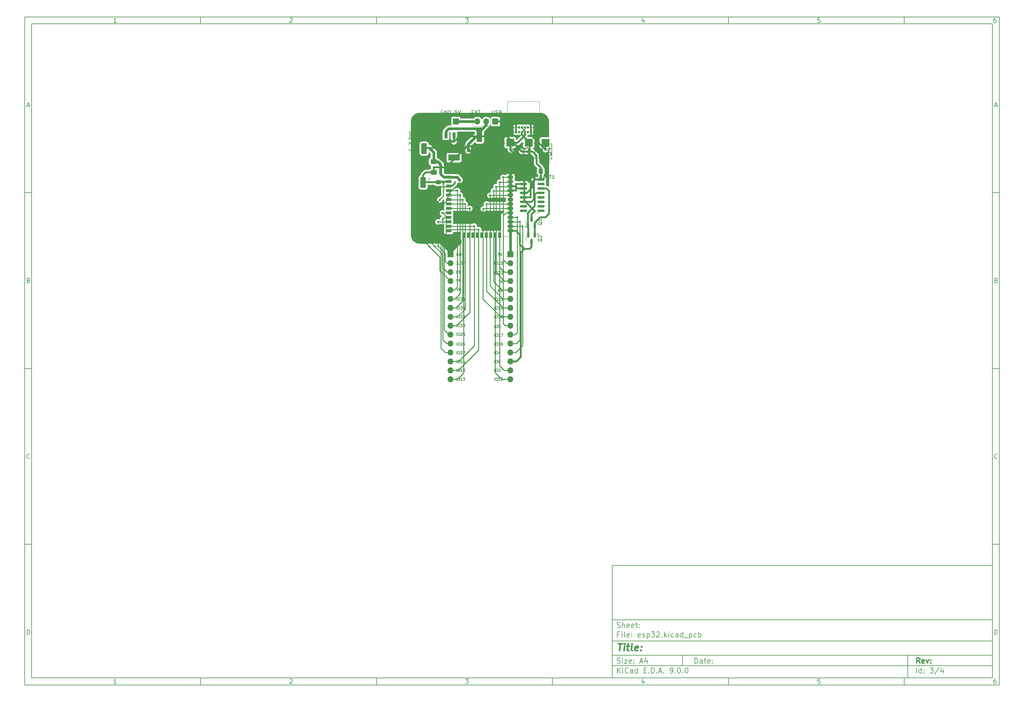
<source format=gto>
G04 #@! TF.GenerationSoftware,KiCad,Pcbnew,9.0.0-9.0.0-2~ubuntu24.04.1*
G04 #@! TF.CreationDate,2025-04-22T15:17:51+02:00*
G04 #@! TF.ProjectId,esp32,65737033-322e-46b6-9963-61645f706362,rev?*
G04 #@! TF.SameCoordinates,Original*
G04 #@! TF.FileFunction,Legend,Top*
G04 #@! TF.FilePolarity,Positive*
%FSLAX46Y46*%
G04 Gerber Fmt 4.6, Leading zero omitted, Abs format (unit mm)*
G04 Created by KiCad (PCBNEW 9.0.0-9.0.0-2~ubuntu24.04.1) date 2025-04-22 15:17:51*
%MOMM*%
%LPD*%
G01*
G04 APERTURE LIST*
G04 Aperture macros list*
%AMRoundRect*
0 Rectangle with rounded corners*
0 $1 Rounding radius*
0 $2 $3 $4 $5 $6 $7 $8 $9 X,Y pos of 4 corners*
0 Add a 4 corners polygon primitive as box body*
4,1,4,$2,$3,$4,$5,$6,$7,$8,$9,$2,$3,0*
0 Add four circle primitives for the rounded corners*
1,1,$1+$1,$2,$3*
1,1,$1+$1,$4,$5*
1,1,$1+$1,$6,$7*
1,1,$1+$1,$8,$9*
0 Add four rect primitives between the rounded corners*
20,1,$1+$1,$2,$3,$4,$5,0*
20,1,$1+$1,$4,$5,$6,$7,0*
20,1,$1+$1,$6,$7,$8,$9,0*
20,1,$1+$1,$8,$9,$2,$3,0*%
G04 Aperture macros list end*
%ADD10C,0.100000*%
%ADD11C,0.150000*%
%ADD12C,0.300000*%
%ADD13C,0.400000*%
%ADD14C,0.190500*%
%ADD15C,0.203200*%
%ADD16C,0.101600*%
%ADD17C,0.254000*%
%ADD18C,0.050800*%
%ADD19C,0.127000*%
%ADD20C,0.120000*%
%ADD21C,0.200000*%
%ADD22RoundRect,0.250000X0.550000X-1.250000X0.550000X1.250000X-0.550000X1.250000X-0.550000X-1.250000X0*%
%ADD23RoundRect,0.250000X-0.475000X0.337500X-0.475000X-0.337500X0.475000X-0.337500X0.475000X0.337500X0*%
%ADD24R,2.260000X2.160000*%
%ADD25C,0.700000*%
%ADD26O,0.900000X2.400000*%
%ADD27O,0.900000X1.700000*%
%ADD28R,1.500000X0.900000*%
%ADD29R,0.900000X1.500000*%
%ADD30C,0.600000*%
%ADD31R,3.800000X3.800000*%
%ADD32RoundRect,0.150000X-0.825000X-0.150000X0.825000X-0.150000X0.825000X0.150000X-0.825000X0.150000X0*%
%ADD33RoundRect,0.150000X-0.150000X0.587500X-0.150000X-0.587500X0.150000X-0.587500X0.150000X0.587500X0*%
%ADD34RoundRect,0.150000X0.150000X-0.587500X0.150000X0.587500X-0.150000X0.587500X-0.150000X-0.587500X0*%
%ADD35RoundRect,0.250000X-0.550000X1.250000X-0.550000X-1.250000X0.550000X-1.250000X0.550000X1.250000X0*%
%ADD36R,1.700000X1.700000*%
%ADD37O,1.700000X1.700000*%
%ADD38R,0.950000X1.750000*%
%ADD39R,3.200000X1.750000*%
%ADD40RoundRect,0.250000X0.337500X0.475000X-0.337500X0.475000X-0.337500X-0.475000X0.337500X-0.475000X0*%
%ADD41RoundRect,0.250000X-0.625000X0.400000X-0.625000X-0.400000X0.625000X-0.400000X0.625000X0.400000X0*%
G04 #@! TA.AperFunction,ComponentPad*
%ADD42C,0.700000*%
G04 #@! TD*
G04 #@! TA.AperFunction,ComponentPad*
%ADD43O,0.900000X2.400000*%
G04 #@! TD*
G04 #@! TA.AperFunction,ComponentPad*
%ADD44O,0.900000X1.700000*%
G04 #@! TD*
G04 #@! TA.AperFunction,HeatsinkPad*
%ADD45C,0.600000*%
G04 #@! TD*
G04 #@! TA.AperFunction,ComponentPad*
%ADD46R,1.700000X1.700000*%
G04 #@! TD*
G04 #@! TA.AperFunction,ComponentPad*
%ADD47O,1.700000X1.700000*%
G04 #@! TD*
G04 #@! TA.AperFunction,ViaPad*
%ADD48C,0.600000*%
G04 #@! TD*
G04 #@! TA.AperFunction,Conductor*
%ADD49C,0.508000*%
G04 #@! TD*
G04 #@! TA.AperFunction,Conductor*
%ADD50C,0.254000*%
G04 #@! TD*
G04 #@! TA.AperFunction,Conductor*
%ADD51C,0.762000*%
G04 #@! TD*
G04 #@! TA.AperFunction,Conductor*
%ADD52C,0.299974*%
G04 #@! TD*
G04 #@! TA.AperFunction,SMDPad,CuDef*
%ADD53RoundRect,0.250000X0.550000X-1.250000X0.550000X1.250000X-0.550000X1.250000X-0.550000X-1.250000X0*%
G04 #@! TD*
G04 #@! TA.AperFunction,SMDPad,CuDef*
%ADD54RoundRect,0.250000X-0.475000X0.337500X-0.475000X-0.337500X0.475000X-0.337500X0.475000X0.337500X0*%
G04 #@! TD*
G04 #@! TA.AperFunction,SMDPad,CuDef*
%ADD55R,2.260000X2.160000*%
G04 #@! TD*
G04 #@! TA.AperFunction,SMDPad,CuDef*
%ADD56R,1.500000X0.900000*%
G04 #@! TD*
G04 #@! TA.AperFunction,SMDPad,CuDef*
%ADD57R,0.900000X1.500000*%
G04 #@! TD*
G04 #@! TA.AperFunction,SMDPad,CuDef*
%ADD58R,0.900000X0.900000*%
G04 #@! TD*
G04 #@! TA.AperFunction,SMDPad,CuDef*
%ADD59R,3.800000X3.800000*%
G04 #@! TD*
G04 #@! TA.AperFunction,SMDPad,CuDef*
%ADD60RoundRect,0.150000X-0.825000X-0.150000X0.825000X-0.150000X0.825000X0.150000X-0.825000X0.150000X0*%
G04 #@! TD*
G04 #@! TA.AperFunction,SMDPad,CuDef*
%ADD61RoundRect,0.150000X-0.150000X0.587500X-0.150000X-0.587500X0.150000X-0.587500X0.150000X0.587500X0*%
G04 #@! TD*
G04 #@! TA.AperFunction,SMDPad,CuDef*
%ADD62RoundRect,0.150000X0.150000X-0.587500X0.150000X0.587500X-0.150000X0.587500X-0.150000X-0.587500X0*%
G04 #@! TD*
G04 #@! TA.AperFunction,SMDPad,CuDef*
%ADD63RoundRect,0.250000X-0.550000X1.250000X-0.550000X-1.250000X0.550000X-1.250000X0.550000X1.250000X0*%
G04 #@! TD*
G04 #@! TA.AperFunction,SMDPad,CuDef*
%ADD64R,0.950000X1.750000*%
G04 #@! TD*
G04 #@! TA.AperFunction,SMDPad,CuDef*
%ADD65R,3.200000X1.750000*%
G04 #@! TD*
G04 #@! TA.AperFunction,SMDPad,CuDef*
%ADD66RoundRect,0.250000X0.337500X0.475000X-0.337500X0.475000X-0.337500X-0.475000X0.337500X-0.475000X0*%
G04 #@! TD*
G04 #@! TA.AperFunction,SMDPad,CuDef*
%ADD67RoundRect,0.250000X-0.625000X0.400000X-0.625000X-0.400000X0.625000X-0.400000X0.625000X0.400000X0*%
G04 #@! TD*
G04 #@! TA.AperFunction,Conductor*
%ADD68C,1.700000*%
G04 #@! TD*
G04 APERTURE END LIST*
D10*
D11*
X177002200Y-166007200D02*
X285002200Y-166007200D01*
X285002200Y-198007200D01*
X177002200Y-198007200D01*
X177002200Y-166007200D01*
D10*
D11*
X10000000Y-10000000D02*
X287002200Y-10000000D01*
X287002200Y-200007200D01*
X10000000Y-200007200D01*
X10000000Y-10000000D01*
D10*
D11*
X12000000Y-12000000D02*
X285002200Y-12000000D01*
X285002200Y-198007200D01*
X12000000Y-198007200D01*
X12000000Y-12000000D01*
D10*
D11*
X60000000Y-12000000D02*
X60000000Y-10000000D01*
D10*
D11*
X110000000Y-12000000D02*
X110000000Y-10000000D01*
D10*
D11*
X160000000Y-12000000D02*
X160000000Y-10000000D01*
D10*
D11*
X210000000Y-12000000D02*
X210000000Y-10000000D01*
D10*
D11*
X260000000Y-12000000D02*
X260000000Y-10000000D01*
D10*
D11*
X36089160Y-11593604D02*
X35346303Y-11593604D01*
X35717731Y-11593604D02*
X35717731Y-10293604D01*
X35717731Y-10293604D02*
X35593922Y-10479319D01*
X35593922Y-10479319D02*
X35470112Y-10603128D01*
X35470112Y-10603128D02*
X35346303Y-10665033D01*
D10*
D11*
X85346303Y-10417414D02*
X85408207Y-10355509D01*
X85408207Y-10355509D02*
X85532017Y-10293604D01*
X85532017Y-10293604D02*
X85841541Y-10293604D01*
X85841541Y-10293604D02*
X85965350Y-10355509D01*
X85965350Y-10355509D02*
X86027255Y-10417414D01*
X86027255Y-10417414D02*
X86089160Y-10541223D01*
X86089160Y-10541223D02*
X86089160Y-10665033D01*
X86089160Y-10665033D02*
X86027255Y-10850747D01*
X86027255Y-10850747D02*
X85284398Y-11593604D01*
X85284398Y-11593604D02*
X86089160Y-11593604D01*
D10*
D11*
X135284398Y-10293604D02*
X136089160Y-10293604D01*
X136089160Y-10293604D02*
X135655826Y-10788842D01*
X135655826Y-10788842D02*
X135841541Y-10788842D01*
X135841541Y-10788842D02*
X135965350Y-10850747D01*
X135965350Y-10850747D02*
X136027255Y-10912652D01*
X136027255Y-10912652D02*
X136089160Y-11036461D01*
X136089160Y-11036461D02*
X136089160Y-11345985D01*
X136089160Y-11345985D02*
X136027255Y-11469795D01*
X136027255Y-11469795D02*
X135965350Y-11531700D01*
X135965350Y-11531700D02*
X135841541Y-11593604D01*
X135841541Y-11593604D02*
X135470112Y-11593604D01*
X135470112Y-11593604D02*
X135346303Y-11531700D01*
X135346303Y-11531700D02*
X135284398Y-11469795D01*
D10*
D11*
X185965350Y-10726938D02*
X185965350Y-11593604D01*
X185655826Y-10231700D02*
X185346303Y-11160271D01*
X185346303Y-11160271D02*
X186151064Y-11160271D01*
D10*
D11*
X236027255Y-10293604D02*
X235408207Y-10293604D01*
X235408207Y-10293604D02*
X235346303Y-10912652D01*
X235346303Y-10912652D02*
X235408207Y-10850747D01*
X235408207Y-10850747D02*
X235532017Y-10788842D01*
X235532017Y-10788842D02*
X235841541Y-10788842D01*
X235841541Y-10788842D02*
X235965350Y-10850747D01*
X235965350Y-10850747D02*
X236027255Y-10912652D01*
X236027255Y-10912652D02*
X236089160Y-11036461D01*
X236089160Y-11036461D02*
X236089160Y-11345985D01*
X236089160Y-11345985D02*
X236027255Y-11469795D01*
X236027255Y-11469795D02*
X235965350Y-11531700D01*
X235965350Y-11531700D02*
X235841541Y-11593604D01*
X235841541Y-11593604D02*
X235532017Y-11593604D01*
X235532017Y-11593604D02*
X235408207Y-11531700D01*
X235408207Y-11531700D02*
X235346303Y-11469795D01*
D10*
D11*
X285965350Y-10293604D02*
X285717731Y-10293604D01*
X285717731Y-10293604D02*
X285593922Y-10355509D01*
X285593922Y-10355509D02*
X285532017Y-10417414D01*
X285532017Y-10417414D02*
X285408207Y-10603128D01*
X285408207Y-10603128D02*
X285346303Y-10850747D01*
X285346303Y-10850747D02*
X285346303Y-11345985D01*
X285346303Y-11345985D02*
X285408207Y-11469795D01*
X285408207Y-11469795D02*
X285470112Y-11531700D01*
X285470112Y-11531700D02*
X285593922Y-11593604D01*
X285593922Y-11593604D02*
X285841541Y-11593604D01*
X285841541Y-11593604D02*
X285965350Y-11531700D01*
X285965350Y-11531700D02*
X286027255Y-11469795D01*
X286027255Y-11469795D02*
X286089160Y-11345985D01*
X286089160Y-11345985D02*
X286089160Y-11036461D01*
X286089160Y-11036461D02*
X286027255Y-10912652D01*
X286027255Y-10912652D02*
X285965350Y-10850747D01*
X285965350Y-10850747D02*
X285841541Y-10788842D01*
X285841541Y-10788842D02*
X285593922Y-10788842D01*
X285593922Y-10788842D02*
X285470112Y-10850747D01*
X285470112Y-10850747D02*
X285408207Y-10912652D01*
X285408207Y-10912652D02*
X285346303Y-11036461D01*
D10*
D11*
X60000000Y-198007200D02*
X60000000Y-200007200D01*
D10*
D11*
X110000000Y-198007200D02*
X110000000Y-200007200D01*
D10*
D11*
X160000000Y-198007200D02*
X160000000Y-200007200D01*
D10*
D11*
X210000000Y-198007200D02*
X210000000Y-200007200D01*
D10*
D11*
X260000000Y-198007200D02*
X260000000Y-200007200D01*
D10*
D11*
X36089160Y-199600804D02*
X35346303Y-199600804D01*
X35717731Y-199600804D02*
X35717731Y-198300804D01*
X35717731Y-198300804D02*
X35593922Y-198486519D01*
X35593922Y-198486519D02*
X35470112Y-198610328D01*
X35470112Y-198610328D02*
X35346303Y-198672233D01*
D10*
D11*
X85346303Y-198424614D02*
X85408207Y-198362709D01*
X85408207Y-198362709D02*
X85532017Y-198300804D01*
X85532017Y-198300804D02*
X85841541Y-198300804D01*
X85841541Y-198300804D02*
X85965350Y-198362709D01*
X85965350Y-198362709D02*
X86027255Y-198424614D01*
X86027255Y-198424614D02*
X86089160Y-198548423D01*
X86089160Y-198548423D02*
X86089160Y-198672233D01*
X86089160Y-198672233D02*
X86027255Y-198857947D01*
X86027255Y-198857947D02*
X85284398Y-199600804D01*
X85284398Y-199600804D02*
X86089160Y-199600804D01*
D10*
D11*
X135284398Y-198300804D02*
X136089160Y-198300804D01*
X136089160Y-198300804D02*
X135655826Y-198796042D01*
X135655826Y-198796042D02*
X135841541Y-198796042D01*
X135841541Y-198796042D02*
X135965350Y-198857947D01*
X135965350Y-198857947D02*
X136027255Y-198919852D01*
X136027255Y-198919852D02*
X136089160Y-199043661D01*
X136089160Y-199043661D02*
X136089160Y-199353185D01*
X136089160Y-199353185D02*
X136027255Y-199476995D01*
X136027255Y-199476995D02*
X135965350Y-199538900D01*
X135965350Y-199538900D02*
X135841541Y-199600804D01*
X135841541Y-199600804D02*
X135470112Y-199600804D01*
X135470112Y-199600804D02*
X135346303Y-199538900D01*
X135346303Y-199538900D02*
X135284398Y-199476995D01*
D10*
D11*
X185965350Y-198734138D02*
X185965350Y-199600804D01*
X185655826Y-198238900D02*
X185346303Y-199167471D01*
X185346303Y-199167471D02*
X186151064Y-199167471D01*
D10*
D11*
X236027255Y-198300804D02*
X235408207Y-198300804D01*
X235408207Y-198300804D02*
X235346303Y-198919852D01*
X235346303Y-198919852D02*
X235408207Y-198857947D01*
X235408207Y-198857947D02*
X235532017Y-198796042D01*
X235532017Y-198796042D02*
X235841541Y-198796042D01*
X235841541Y-198796042D02*
X235965350Y-198857947D01*
X235965350Y-198857947D02*
X236027255Y-198919852D01*
X236027255Y-198919852D02*
X236089160Y-199043661D01*
X236089160Y-199043661D02*
X236089160Y-199353185D01*
X236089160Y-199353185D02*
X236027255Y-199476995D01*
X236027255Y-199476995D02*
X235965350Y-199538900D01*
X235965350Y-199538900D02*
X235841541Y-199600804D01*
X235841541Y-199600804D02*
X235532017Y-199600804D01*
X235532017Y-199600804D02*
X235408207Y-199538900D01*
X235408207Y-199538900D02*
X235346303Y-199476995D01*
D10*
D11*
X285965350Y-198300804D02*
X285717731Y-198300804D01*
X285717731Y-198300804D02*
X285593922Y-198362709D01*
X285593922Y-198362709D02*
X285532017Y-198424614D01*
X285532017Y-198424614D02*
X285408207Y-198610328D01*
X285408207Y-198610328D02*
X285346303Y-198857947D01*
X285346303Y-198857947D02*
X285346303Y-199353185D01*
X285346303Y-199353185D02*
X285408207Y-199476995D01*
X285408207Y-199476995D02*
X285470112Y-199538900D01*
X285470112Y-199538900D02*
X285593922Y-199600804D01*
X285593922Y-199600804D02*
X285841541Y-199600804D01*
X285841541Y-199600804D02*
X285965350Y-199538900D01*
X285965350Y-199538900D02*
X286027255Y-199476995D01*
X286027255Y-199476995D02*
X286089160Y-199353185D01*
X286089160Y-199353185D02*
X286089160Y-199043661D01*
X286089160Y-199043661D02*
X286027255Y-198919852D01*
X286027255Y-198919852D02*
X285965350Y-198857947D01*
X285965350Y-198857947D02*
X285841541Y-198796042D01*
X285841541Y-198796042D02*
X285593922Y-198796042D01*
X285593922Y-198796042D02*
X285470112Y-198857947D01*
X285470112Y-198857947D02*
X285408207Y-198919852D01*
X285408207Y-198919852D02*
X285346303Y-199043661D01*
D10*
D11*
X10000000Y-60000000D02*
X12000000Y-60000000D01*
D10*
D11*
X10000000Y-110000000D02*
X12000000Y-110000000D01*
D10*
D11*
X10000000Y-160000000D02*
X12000000Y-160000000D01*
D10*
D11*
X10690476Y-35222176D02*
X11309523Y-35222176D01*
X10566666Y-35593604D02*
X10999999Y-34293604D01*
X10999999Y-34293604D02*
X11433333Y-35593604D01*
D10*
D11*
X11092857Y-84912652D02*
X11278571Y-84974557D01*
X11278571Y-84974557D02*
X11340476Y-85036461D01*
X11340476Y-85036461D02*
X11402380Y-85160271D01*
X11402380Y-85160271D02*
X11402380Y-85345985D01*
X11402380Y-85345985D02*
X11340476Y-85469795D01*
X11340476Y-85469795D02*
X11278571Y-85531700D01*
X11278571Y-85531700D02*
X11154761Y-85593604D01*
X11154761Y-85593604D02*
X10659523Y-85593604D01*
X10659523Y-85593604D02*
X10659523Y-84293604D01*
X10659523Y-84293604D02*
X11092857Y-84293604D01*
X11092857Y-84293604D02*
X11216666Y-84355509D01*
X11216666Y-84355509D02*
X11278571Y-84417414D01*
X11278571Y-84417414D02*
X11340476Y-84541223D01*
X11340476Y-84541223D02*
X11340476Y-84665033D01*
X11340476Y-84665033D02*
X11278571Y-84788842D01*
X11278571Y-84788842D02*
X11216666Y-84850747D01*
X11216666Y-84850747D02*
X11092857Y-84912652D01*
X11092857Y-84912652D02*
X10659523Y-84912652D01*
D10*
D11*
X11402380Y-135469795D02*
X11340476Y-135531700D01*
X11340476Y-135531700D02*
X11154761Y-135593604D01*
X11154761Y-135593604D02*
X11030952Y-135593604D01*
X11030952Y-135593604D02*
X10845238Y-135531700D01*
X10845238Y-135531700D02*
X10721428Y-135407890D01*
X10721428Y-135407890D02*
X10659523Y-135284080D01*
X10659523Y-135284080D02*
X10597619Y-135036461D01*
X10597619Y-135036461D02*
X10597619Y-134850747D01*
X10597619Y-134850747D02*
X10659523Y-134603128D01*
X10659523Y-134603128D02*
X10721428Y-134479319D01*
X10721428Y-134479319D02*
X10845238Y-134355509D01*
X10845238Y-134355509D02*
X11030952Y-134293604D01*
X11030952Y-134293604D02*
X11154761Y-134293604D01*
X11154761Y-134293604D02*
X11340476Y-134355509D01*
X11340476Y-134355509D02*
X11402380Y-134417414D01*
D10*
D11*
X10659523Y-185593604D02*
X10659523Y-184293604D01*
X10659523Y-184293604D02*
X10969047Y-184293604D01*
X10969047Y-184293604D02*
X11154761Y-184355509D01*
X11154761Y-184355509D02*
X11278571Y-184479319D01*
X11278571Y-184479319D02*
X11340476Y-184603128D01*
X11340476Y-184603128D02*
X11402380Y-184850747D01*
X11402380Y-184850747D02*
X11402380Y-185036461D01*
X11402380Y-185036461D02*
X11340476Y-185284080D01*
X11340476Y-185284080D02*
X11278571Y-185407890D01*
X11278571Y-185407890D02*
X11154761Y-185531700D01*
X11154761Y-185531700D02*
X10969047Y-185593604D01*
X10969047Y-185593604D02*
X10659523Y-185593604D01*
D10*
D11*
X287002200Y-60000000D02*
X285002200Y-60000000D01*
D10*
D11*
X287002200Y-110000000D02*
X285002200Y-110000000D01*
D10*
D11*
X287002200Y-160000000D02*
X285002200Y-160000000D01*
D10*
D11*
X285692676Y-35222176D02*
X286311723Y-35222176D01*
X285568866Y-35593604D02*
X286002199Y-34293604D01*
X286002199Y-34293604D02*
X286435533Y-35593604D01*
D10*
D11*
X286095057Y-84912652D02*
X286280771Y-84974557D01*
X286280771Y-84974557D02*
X286342676Y-85036461D01*
X286342676Y-85036461D02*
X286404580Y-85160271D01*
X286404580Y-85160271D02*
X286404580Y-85345985D01*
X286404580Y-85345985D02*
X286342676Y-85469795D01*
X286342676Y-85469795D02*
X286280771Y-85531700D01*
X286280771Y-85531700D02*
X286156961Y-85593604D01*
X286156961Y-85593604D02*
X285661723Y-85593604D01*
X285661723Y-85593604D02*
X285661723Y-84293604D01*
X285661723Y-84293604D02*
X286095057Y-84293604D01*
X286095057Y-84293604D02*
X286218866Y-84355509D01*
X286218866Y-84355509D02*
X286280771Y-84417414D01*
X286280771Y-84417414D02*
X286342676Y-84541223D01*
X286342676Y-84541223D02*
X286342676Y-84665033D01*
X286342676Y-84665033D02*
X286280771Y-84788842D01*
X286280771Y-84788842D02*
X286218866Y-84850747D01*
X286218866Y-84850747D02*
X286095057Y-84912652D01*
X286095057Y-84912652D02*
X285661723Y-84912652D01*
D10*
D11*
X286404580Y-135469795D02*
X286342676Y-135531700D01*
X286342676Y-135531700D02*
X286156961Y-135593604D01*
X286156961Y-135593604D02*
X286033152Y-135593604D01*
X286033152Y-135593604D02*
X285847438Y-135531700D01*
X285847438Y-135531700D02*
X285723628Y-135407890D01*
X285723628Y-135407890D02*
X285661723Y-135284080D01*
X285661723Y-135284080D02*
X285599819Y-135036461D01*
X285599819Y-135036461D02*
X285599819Y-134850747D01*
X285599819Y-134850747D02*
X285661723Y-134603128D01*
X285661723Y-134603128D02*
X285723628Y-134479319D01*
X285723628Y-134479319D02*
X285847438Y-134355509D01*
X285847438Y-134355509D02*
X286033152Y-134293604D01*
X286033152Y-134293604D02*
X286156961Y-134293604D01*
X286156961Y-134293604D02*
X286342676Y-134355509D01*
X286342676Y-134355509D02*
X286404580Y-134417414D01*
D10*
D11*
X285661723Y-185593604D02*
X285661723Y-184293604D01*
X285661723Y-184293604D02*
X285971247Y-184293604D01*
X285971247Y-184293604D02*
X286156961Y-184355509D01*
X286156961Y-184355509D02*
X286280771Y-184479319D01*
X286280771Y-184479319D02*
X286342676Y-184603128D01*
X286342676Y-184603128D02*
X286404580Y-184850747D01*
X286404580Y-184850747D02*
X286404580Y-185036461D01*
X286404580Y-185036461D02*
X286342676Y-185284080D01*
X286342676Y-185284080D02*
X286280771Y-185407890D01*
X286280771Y-185407890D02*
X286156961Y-185531700D01*
X286156961Y-185531700D02*
X285971247Y-185593604D01*
X285971247Y-185593604D02*
X285661723Y-185593604D01*
D10*
D11*
X200458026Y-193793328D02*
X200458026Y-192293328D01*
X200458026Y-192293328D02*
X200815169Y-192293328D01*
X200815169Y-192293328D02*
X201029455Y-192364757D01*
X201029455Y-192364757D02*
X201172312Y-192507614D01*
X201172312Y-192507614D02*
X201243741Y-192650471D01*
X201243741Y-192650471D02*
X201315169Y-192936185D01*
X201315169Y-192936185D02*
X201315169Y-193150471D01*
X201315169Y-193150471D02*
X201243741Y-193436185D01*
X201243741Y-193436185D02*
X201172312Y-193579042D01*
X201172312Y-193579042D02*
X201029455Y-193721900D01*
X201029455Y-193721900D02*
X200815169Y-193793328D01*
X200815169Y-193793328D02*
X200458026Y-193793328D01*
X202600884Y-193793328D02*
X202600884Y-193007614D01*
X202600884Y-193007614D02*
X202529455Y-192864757D01*
X202529455Y-192864757D02*
X202386598Y-192793328D01*
X202386598Y-192793328D02*
X202100884Y-192793328D01*
X202100884Y-192793328D02*
X201958026Y-192864757D01*
X202600884Y-193721900D02*
X202458026Y-193793328D01*
X202458026Y-193793328D02*
X202100884Y-193793328D01*
X202100884Y-193793328D02*
X201958026Y-193721900D01*
X201958026Y-193721900D02*
X201886598Y-193579042D01*
X201886598Y-193579042D02*
X201886598Y-193436185D01*
X201886598Y-193436185D02*
X201958026Y-193293328D01*
X201958026Y-193293328D02*
X202100884Y-193221900D01*
X202100884Y-193221900D02*
X202458026Y-193221900D01*
X202458026Y-193221900D02*
X202600884Y-193150471D01*
X203100884Y-192793328D02*
X203672312Y-192793328D01*
X203315169Y-192293328D02*
X203315169Y-193579042D01*
X203315169Y-193579042D02*
X203386598Y-193721900D01*
X203386598Y-193721900D02*
X203529455Y-193793328D01*
X203529455Y-193793328D02*
X203672312Y-193793328D01*
X204743741Y-193721900D02*
X204600884Y-193793328D01*
X204600884Y-193793328D02*
X204315170Y-193793328D01*
X204315170Y-193793328D02*
X204172312Y-193721900D01*
X204172312Y-193721900D02*
X204100884Y-193579042D01*
X204100884Y-193579042D02*
X204100884Y-193007614D01*
X204100884Y-193007614D02*
X204172312Y-192864757D01*
X204172312Y-192864757D02*
X204315170Y-192793328D01*
X204315170Y-192793328D02*
X204600884Y-192793328D01*
X204600884Y-192793328D02*
X204743741Y-192864757D01*
X204743741Y-192864757D02*
X204815170Y-193007614D01*
X204815170Y-193007614D02*
X204815170Y-193150471D01*
X204815170Y-193150471D02*
X204100884Y-193293328D01*
X205458026Y-193650471D02*
X205529455Y-193721900D01*
X205529455Y-193721900D02*
X205458026Y-193793328D01*
X205458026Y-193793328D02*
X205386598Y-193721900D01*
X205386598Y-193721900D02*
X205458026Y-193650471D01*
X205458026Y-193650471D02*
X205458026Y-193793328D01*
X205458026Y-192864757D02*
X205529455Y-192936185D01*
X205529455Y-192936185D02*
X205458026Y-193007614D01*
X205458026Y-193007614D02*
X205386598Y-192936185D01*
X205386598Y-192936185D02*
X205458026Y-192864757D01*
X205458026Y-192864757D02*
X205458026Y-193007614D01*
D10*
D11*
X177002200Y-194507200D02*
X285002200Y-194507200D01*
D10*
D11*
X178458026Y-196593328D02*
X178458026Y-195093328D01*
X179315169Y-196593328D02*
X178672312Y-195736185D01*
X179315169Y-195093328D02*
X178458026Y-195950471D01*
X179958026Y-196593328D02*
X179958026Y-195593328D01*
X179958026Y-195093328D02*
X179886598Y-195164757D01*
X179886598Y-195164757D02*
X179958026Y-195236185D01*
X179958026Y-195236185D02*
X180029455Y-195164757D01*
X180029455Y-195164757D02*
X179958026Y-195093328D01*
X179958026Y-195093328D02*
X179958026Y-195236185D01*
X181529455Y-196450471D02*
X181458027Y-196521900D01*
X181458027Y-196521900D02*
X181243741Y-196593328D01*
X181243741Y-196593328D02*
X181100884Y-196593328D01*
X181100884Y-196593328D02*
X180886598Y-196521900D01*
X180886598Y-196521900D02*
X180743741Y-196379042D01*
X180743741Y-196379042D02*
X180672312Y-196236185D01*
X180672312Y-196236185D02*
X180600884Y-195950471D01*
X180600884Y-195950471D02*
X180600884Y-195736185D01*
X180600884Y-195736185D02*
X180672312Y-195450471D01*
X180672312Y-195450471D02*
X180743741Y-195307614D01*
X180743741Y-195307614D02*
X180886598Y-195164757D01*
X180886598Y-195164757D02*
X181100884Y-195093328D01*
X181100884Y-195093328D02*
X181243741Y-195093328D01*
X181243741Y-195093328D02*
X181458027Y-195164757D01*
X181458027Y-195164757D02*
X181529455Y-195236185D01*
X182815170Y-196593328D02*
X182815170Y-195807614D01*
X182815170Y-195807614D02*
X182743741Y-195664757D01*
X182743741Y-195664757D02*
X182600884Y-195593328D01*
X182600884Y-195593328D02*
X182315170Y-195593328D01*
X182315170Y-195593328D02*
X182172312Y-195664757D01*
X182815170Y-196521900D02*
X182672312Y-196593328D01*
X182672312Y-196593328D02*
X182315170Y-196593328D01*
X182315170Y-196593328D02*
X182172312Y-196521900D01*
X182172312Y-196521900D02*
X182100884Y-196379042D01*
X182100884Y-196379042D02*
X182100884Y-196236185D01*
X182100884Y-196236185D02*
X182172312Y-196093328D01*
X182172312Y-196093328D02*
X182315170Y-196021900D01*
X182315170Y-196021900D02*
X182672312Y-196021900D01*
X182672312Y-196021900D02*
X182815170Y-195950471D01*
X184172313Y-196593328D02*
X184172313Y-195093328D01*
X184172313Y-196521900D02*
X184029455Y-196593328D01*
X184029455Y-196593328D02*
X183743741Y-196593328D01*
X183743741Y-196593328D02*
X183600884Y-196521900D01*
X183600884Y-196521900D02*
X183529455Y-196450471D01*
X183529455Y-196450471D02*
X183458027Y-196307614D01*
X183458027Y-196307614D02*
X183458027Y-195879042D01*
X183458027Y-195879042D02*
X183529455Y-195736185D01*
X183529455Y-195736185D02*
X183600884Y-195664757D01*
X183600884Y-195664757D02*
X183743741Y-195593328D01*
X183743741Y-195593328D02*
X184029455Y-195593328D01*
X184029455Y-195593328D02*
X184172313Y-195664757D01*
X186029455Y-195807614D02*
X186529455Y-195807614D01*
X186743741Y-196593328D02*
X186029455Y-196593328D01*
X186029455Y-196593328D02*
X186029455Y-195093328D01*
X186029455Y-195093328D02*
X186743741Y-195093328D01*
X187386598Y-196450471D02*
X187458027Y-196521900D01*
X187458027Y-196521900D02*
X187386598Y-196593328D01*
X187386598Y-196593328D02*
X187315170Y-196521900D01*
X187315170Y-196521900D02*
X187386598Y-196450471D01*
X187386598Y-196450471D02*
X187386598Y-196593328D01*
X188100884Y-196593328D02*
X188100884Y-195093328D01*
X188100884Y-195093328D02*
X188458027Y-195093328D01*
X188458027Y-195093328D02*
X188672313Y-195164757D01*
X188672313Y-195164757D02*
X188815170Y-195307614D01*
X188815170Y-195307614D02*
X188886599Y-195450471D01*
X188886599Y-195450471D02*
X188958027Y-195736185D01*
X188958027Y-195736185D02*
X188958027Y-195950471D01*
X188958027Y-195950471D02*
X188886599Y-196236185D01*
X188886599Y-196236185D02*
X188815170Y-196379042D01*
X188815170Y-196379042D02*
X188672313Y-196521900D01*
X188672313Y-196521900D02*
X188458027Y-196593328D01*
X188458027Y-196593328D02*
X188100884Y-196593328D01*
X189600884Y-196450471D02*
X189672313Y-196521900D01*
X189672313Y-196521900D02*
X189600884Y-196593328D01*
X189600884Y-196593328D02*
X189529456Y-196521900D01*
X189529456Y-196521900D02*
X189600884Y-196450471D01*
X189600884Y-196450471D02*
X189600884Y-196593328D01*
X190243742Y-196164757D02*
X190958028Y-196164757D01*
X190100885Y-196593328D02*
X190600885Y-195093328D01*
X190600885Y-195093328D02*
X191100885Y-196593328D01*
X191600884Y-196450471D02*
X191672313Y-196521900D01*
X191672313Y-196521900D02*
X191600884Y-196593328D01*
X191600884Y-196593328D02*
X191529456Y-196521900D01*
X191529456Y-196521900D02*
X191600884Y-196450471D01*
X191600884Y-196450471D02*
X191600884Y-196593328D01*
X193529456Y-196593328D02*
X193815170Y-196593328D01*
X193815170Y-196593328D02*
X193958027Y-196521900D01*
X193958027Y-196521900D02*
X194029456Y-196450471D01*
X194029456Y-196450471D02*
X194172313Y-196236185D01*
X194172313Y-196236185D02*
X194243742Y-195950471D01*
X194243742Y-195950471D02*
X194243742Y-195379042D01*
X194243742Y-195379042D02*
X194172313Y-195236185D01*
X194172313Y-195236185D02*
X194100885Y-195164757D01*
X194100885Y-195164757D02*
X193958027Y-195093328D01*
X193958027Y-195093328D02*
X193672313Y-195093328D01*
X193672313Y-195093328D02*
X193529456Y-195164757D01*
X193529456Y-195164757D02*
X193458027Y-195236185D01*
X193458027Y-195236185D02*
X193386599Y-195379042D01*
X193386599Y-195379042D02*
X193386599Y-195736185D01*
X193386599Y-195736185D02*
X193458027Y-195879042D01*
X193458027Y-195879042D02*
X193529456Y-195950471D01*
X193529456Y-195950471D02*
X193672313Y-196021900D01*
X193672313Y-196021900D02*
X193958027Y-196021900D01*
X193958027Y-196021900D02*
X194100885Y-195950471D01*
X194100885Y-195950471D02*
X194172313Y-195879042D01*
X194172313Y-195879042D02*
X194243742Y-195736185D01*
X194886598Y-196450471D02*
X194958027Y-196521900D01*
X194958027Y-196521900D02*
X194886598Y-196593328D01*
X194886598Y-196593328D02*
X194815170Y-196521900D01*
X194815170Y-196521900D02*
X194886598Y-196450471D01*
X194886598Y-196450471D02*
X194886598Y-196593328D01*
X195886599Y-195093328D02*
X196029456Y-195093328D01*
X196029456Y-195093328D02*
X196172313Y-195164757D01*
X196172313Y-195164757D02*
X196243742Y-195236185D01*
X196243742Y-195236185D02*
X196315170Y-195379042D01*
X196315170Y-195379042D02*
X196386599Y-195664757D01*
X196386599Y-195664757D02*
X196386599Y-196021900D01*
X196386599Y-196021900D02*
X196315170Y-196307614D01*
X196315170Y-196307614D02*
X196243742Y-196450471D01*
X196243742Y-196450471D02*
X196172313Y-196521900D01*
X196172313Y-196521900D02*
X196029456Y-196593328D01*
X196029456Y-196593328D02*
X195886599Y-196593328D01*
X195886599Y-196593328D02*
X195743742Y-196521900D01*
X195743742Y-196521900D02*
X195672313Y-196450471D01*
X195672313Y-196450471D02*
X195600884Y-196307614D01*
X195600884Y-196307614D02*
X195529456Y-196021900D01*
X195529456Y-196021900D02*
X195529456Y-195664757D01*
X195529456Y-195664757D02*
X195600884Y-195379042D01*
X195600884Y-195379042D02*
X195672313Y-195236185D01*
X195672313Y-195236185D02*
X195743742Y-195164757D01*
X195743742Y-195164757D02*
X195886599Y-195093328D01*
X197029455Y-196450471D02*
X197100884Y-196521900D01*
X197100884Y-196521900D02*
X197029455Y-196593328D01*
X197029455Y-196593328D02*
X196958027Y-196521900D01*
X196958027Y-196521900D02*
X197029455Y-196450471D01*
X197029455Y-196450471D02*
X197029455Y-196593328D01*
X198029456Y-195093328D02*
X198172313Y-195093328D01*
X198172313Y-195093328D02*
X198315170Y-195164757D01*
X198315170Y-195164757D02*
X198386599Y-195236185D01*
X198386599Y-195236185D02*
X198458027Y-195379042D01*
X198458027Y-195379042D02*
X198529456Y-195664757D01*
X198529456Y-195664757D02*
X198529456Y-196021900D01*
X198529456Y-196021900D02*
X198458027Y-196307614D01*
X198458027Y-196307614D02*
X198386599Y-196450471D01*
X198386599Y-196450471D02*
X198315170Y-196521900D01*
X198315170Y-196521900D02*
X198172313Y-196593328D01*
X198172313Y-196593328D02*
X198029456Y-196593328D01*
X198029456Y-196593328D02*
X197886599Y-196521900D01*
X197886599Y-196521900D02*
X197815170Y-196450471D01*
X197815170Y-196450471D02*
X197743741Y-196307614D01*
X197743741Y-196307614D02*
X197672313Y-196021900D01*
X197672313Y-196021900D02*
X197672313Y-195664757D01*
X197672313Y-195664757D02*
X197743741Y-195379042D01*
X197743741Y-195379042D02*
X197815170Y-195236185D01*
X197815170Y-195236185D02*
X197886599Y-195164757D01*
X197886599Y-195164757D02*
X198029456Y-195093328D01*
D10*
D11*
X177002200Y-191507200D02*
X285002200Y-191507200D01*
D10*
D12*
X264413853Y-193785528D02*
X263913853Y-193071242D01*
X263556710Y-193785528D02*
X263556710Y-192285528D01*
X263556710Y-192285528D02*
X264128139Y-192285528D01*
X264128139Y-192285528D02*
X264270996Y-192356957D01*
X264270996Y-192356957D02*
X264342425Y-192428385D01*
X264342425Y-192428385D02*
X264413853Y-192571242D01*
X264413853Y-192571242D02*
X264413853Y-192785528D01*
X264413853Y-192785528D02*
X264342425Y-192928385D01*
X264342425Y-192928385D02*
X264270996Y-192999814D01*
X264270996Y-192999814D02*
X264128139Y-193071242D01*
X264128139Y-193071242D02*
X263556710Y-193071242D01*
X265628139Y-193714100D02*
X265485282Y-193785528D01*
X265485282Y-193785528D02*
X265199568Y-193785528D01*
X265199568Y-193785528D02*
X265056710Y-193714100D01*
X265056710Y-193714100D02*
X264985282Y-193571242D01*
X264985282Y-193571242D02*
X264985282Y-192999814D01*
X264985282Y-192999814D02*
X265056710Y-192856957D01*
X265056710Y-192856957D02*
X265199568Y-192785528D01*
X265199568Y-192785528D02*
X265485282Y-192785528D01*
X265485282Y-192785528D02*
X265628139Y-192856957D01*
X265628139Y-192856957D02*
X265699568Y-192999814D01*
X265699568Y-192999814D02*
X265699568Y-193142671D01*
X265699568Y-193142671D02*
X264985282Y-193285528D01*
X266199567Y-192785528D02*
X266556710Y-193785528D01*
X266556710Y-193785528D02*
X266913853Y-192785528D01*
X267485281Y-193642671D02*
X267556710Y-193714100D01*
X267556710Y-193714100D02*
X267485281Y-193785528D01*
X267485281Y-193785528D02*
X267413853Y-193714100D01*
X267413853Y-193714100D02*
X267485281Y-193642671D01*
X267485281Y-193642671D02*
X267485281Y-193785528D01*
X267485281Y-192856957D02*
X267556710Y-192928385D01*
X267556710Y-192928385D02*
X267485281Y-192999814D01*
X267485281Y-192999814D02*
X267413853Y-192928385D01*
X267413853Y-192928385D02*
X267485281Y-192856957D01*
X267485281Y-192856957D02*
X267485281Y-192999814D01*
D10*
D11*
X178386598Y-193721900D02*
X178600884Y-193793328D01*
X178600884Y-193793328D02*
X178958026Y-193793328D01*
X178958026Y-193793328D02*
X179100884Y-193721900D01*
X179100884Y-193721900D02*
X179172312Y-193650471D01*
X179172312Y-193650471D02*
X179243741Y-193507614D01*
X179243741Y-193507614D02*
X179243741Y-193364757D01*
X179243741Y-193364757D02*
X179172312Y-193221900D01*
X179172312Y-193221900D02*
X179100884Y-193150471D01*
X179100884Y-193150471D02*
X178958026Y-193079042D01*
X178958026Y-193079042D02*
X178672312Y-193007614D01*
X178672312Y-193007614D02*
X178529455Y-192936185D01*
X178529455Y-192936185D02*
X178458026Y-192864757D01*
X178458026Y-192864757D02*
X178386598Y-192721900D01*
X178386598Y-192721900D02*
X178386598Y-192579042D01*
X178386598Y-192579042D02*
X178458026Y-192436185D01*
X178458026Y-192436185D02*
X178529455Y-192364757D01*
X178529455Y-192364757D02*
X178672312Y-192293328D01*
X178672312Y-192293328D02*
X179029455Y-192293328D01*
X179029455Y-192293328D02*
X179243741Y-192364757D01*
X179886597Y-193793328D02*
X179886597Y-192793328D01*
X179886597Y-192293328D02*
X179815169Y-192364757D01*
X179815169Y-192364757D02*
X179886597Y-192436185D01*
X179886597Y-192436185D02*
X179958026Y-192364757D01*
X179958026Y-192364757D02*
X179886597Y-192293328D01*
X179886597Y-192293328D02*
X179886597Y-192436185D01*
X180458026Y-192793328D02*
X181243741Y-192793328D01*
X181243741Y-192793328D02*
X180458026Y-193793328D01*
X180458026Y-193793328D02*
X181243741Y-193793328D01*
X182386598Y-193721900D02*
X182243741Y-193793328D01*
X182243741Y-193793328D02*
X181958027Y-193793328D01*
X181958027Y-193793328D02*
X181815169Y-193721900D01*
X181815169Y-193721900D02*
X181743741Y-193579042D01*
X181743741Y-193579042D02*
X181743741Y-193007614D01*
X181743741Y-193007614D02*
X181815169Y-192864757D01*
X181815169Y-192864757D02*
X181958027Y-192793328D01*
X181958027Y-192793328D02*
X182243741Y-192793328D01*
X182243741Y-192793328D02*
X182386598Y-192864757D01*
X182386598Y-192864757D02*
X182458027Y-193007614D01*
X182458027Y-193007614D02*
X182458027Y-193150471D01*
X182458027Y-193150471D02*
X181743741Y-193293328D01*
X183100883Y-193650471D02*
X183172312Y-193721900D01*
X183172312Y-193721900D02*
X183100883Y-193793328D01*
X183100883Y-193793328D02*
X183029455Y-193721900D01*
X183029455Y-193721900D02*
X183100883Y-193650471D01*
X183100883Y-193650471D02*
X183100883Y-193793328D01*
X183100883Y-192864757D02*
X183172312Y-192936185D01*
X183172312Y-192936185D02*
X183100883Y-193007614D01*
X183100883Y-193007614D02*
X183029455Y-192936185D01*
X183029455Y-192936185D02*
X183100883Y-192864757D01*
X183100883Y-192864757D02*
X183100883Y-193007614D01*
X184886598Y-193364757D02*
X185600884Y-193364757D01*
X184743741Y-193793328D02*
X185243741Y-192293328D01*
X185243741Y-192293328D02*
X185743741Y-193793328D01*
X186886598Y-192793328D02*
X186886598Y-193793328D01*
X186529455Y-192221900D02*
X186172312Y-193293328D01*
X186172312Y-193293328D02*
X187100883Y-193293328D01*
D10*
D11*
X263458026Y-196593328D02*
X263458026Y-195093328D01*
X264815170Y-196593328D02*
X264815170Y-195093328D01*
X264815170Y-196521900D02*
X264672312Y-196593328D01*
X264672312Y-196593328D02*
X264386598Y-196593328D01*
X264386598Y-196593328D02*
X264243741Y-196521900D01*
X264243741Y-196521900D02*
X264172312Y-196450471D01*
X264172312Y-196450471D02*
X264100884Y-196307614D01*
X264100884Y-196307614D02*
X264100884Y-195879042D01*
X264100884Y-195879042D02*
X264172312Y-195736185D01*
X264172312Y-195736185D02*
X264243741Y-195664757D01*
X264243741Y-195664757D02*
X264386598Y-195593328D01*
X264386598Y-195593328D02*
X264672312Y-195593328D01*
X264672312Y-195593328D02*
X264815170Y-195664757D01*
X265529455Y-196450471D02*
X265600884Y-196521900D01*
X265600884Y-196521900D02*
X265529455Y-196593328D01*
X265529455Y-196593328D02*
X265458027Y-196521900D01*
X265458027Y-196521900D02*
X265529455Y-196450471D01*
X265529455Y-196450471D02*
X265529455Y-196593328D01*
X265529455Y-195664757D02*
X265600884Y-195736185D01*
X265600884Y-195736185D02*
X265529455Y-195807614D01*
X265529455Y-195807614D02*
X265458027Y-195736185D01*
X265458027Y-195736185D02*
X265529455Y-195664757D01*
X265529455Y-195664757D02*
X265529455Y-195807614D01*
X267243741Y-195093328D02*
X268172313Y-195093328D01*
X268172313Y-195093328D02*
X267672313Y-195664757D01*
X267672313Y-195664757D02*
X267886598Y-195664757D01*
X267886598Y-195664757D02*
X268029456Y-195736185D01*
X268029456Y-195736185D02*
X268100884Y-195807614D01*
X268100884Y-195807614D02*
X268172313Y-195950471D01*
X268172313Y-195950471D02*
X268172313Y-196307614D01*
X268172313Y-196307614D02*
X268100884Y-196450471D01*
X268100884Y-196450471D02*
X268029456Y-196521900D01*
X268029456Y-196521900D02*
X267886598Y-196593328D01*
X267886598Y-196593328D02*
X267458027Y-196593328D01*
X267458027Y-196593328D02*
X267315170Y-196521900D01*
X267315170Y-196521900D02*
X267243741Y-196450471D01*
X269886598Y-195021900D02*
X268600884Y-196950471D01*
X271029456Y-195593328D02*
X271029456Y-196593328D01*
X270672313Y-195021900D02*
X270315170Y-196093328D01*
X270315170Y-196093328D02*
X271243741Y-196093328D01*
D10*
D11*
X177002200Y-187507200D02*
X285002200Y-187507200D01*
D10*
D13*
X178693928Y-188211638D02*
X179836785Y-188211638D01*
X179015357Y-190211638D02*
X179265357Y-188211638D01*
X180253452Y-190211638D02*
X180420119Y-188878304D01*
X180503452Y-188211638D02*
X180396309Y-188306876D01*
X180396309Y-188306876D02*
X180479643Y-188402114D01*
X180479643Y-188402114D02*
X180586786Y-188306876D01*
X180586786Y-188306876D02*
X180503452Y-188211638D01*
X180503452Y-188211638D02*
X180479643Y-188402114D01*
X181086786Y-188878304D02*
X181848690Y-188878304D01*
X181455833Y-188211638D02*
X181241548Y-189925923D01*
X181241548Y-189925923D02*
X181312976Y-190116400D01*
X181312976Y-190116400D02*
X181491548Y-190211638D01*
X181491548Y-190211638D02*
X181682024Y-190211638D01*
X182634405Y-190211638D02*
X182455833Y-190116400D01*
X182455833Y-190116400D02*
X182384405Y-189925923D01*
X182384405Y-189925923D02*
X182598690Y-188211638D01*
X184170119Y-190116400D02*
X183967738Y-190211638D01*
X183967738Y-190211638D02*
X183586785Y-190211638D01*
X183586785Y-190211638D02*
X183408214Y-190116400D01*
X183408214Y-190116400D02*
X183336785Y-189925923D01*
X183336785Y-189925923D02*
X183432024Y-189164019D01*
X183432024Y-189164019D02*
X183551071Y-188973542D01*
X183551071Y-188973542D02*
X183753452Y-188878304D01*
X183753452Y-188878304D02*
X184134404Y-188878304D01*
X184134404Y-188878304D02*
X184312976Y-188973542D01*
X184312976Y-188973542D02*
X184384404Y-189164019D01*
X184384404Y-189164019D02*
X184360595Y-189354495D01*
X184360595Y-189354495D02*
X183384404Y-189544971D01*
X185134405Y-190021161D02*
X185217738Y-190116400D01*
X185217738Y-190116400D02*
X185110595Y-190211638D01*
X185110595Y-190211638D02*
X185027262Y-190116400D01*
X185027262Y-190116400D02*
X185134405Y-190021161D01*
X185134405Y-190021161D02*
X185110595Y-190211638D01*
X185265357Y-188973542D02*
X185348690Y-189068780D01*
X185348690Y-189068780D02*
X185241548Y-189164019D01*
X185241548Y-189164019D02*
X185158214Y-189068780D01*
X185158214Y-189068780D02*
X185265357Y-188973542D01*
X185265357Y-188973542D02*
X185241548Y-189164019D01*
D10*
D11*
X178958026Y-185607614D02*
X178458026Y-185607614D01*
X178458026Y-186393328D02*
X178458026Y-184893328D01*
X178458026Y-184893328D02*
X179172312Y-184893328D01*
X179743740Y-186393328D02*
X179743740Y-185393328D01*
X179743740Y-184893328D02*
X179672312Y-184964757D01*
X179672312Y-184964757D02*
X179743740Y-185036185D01*
X179743740Y-185036185D02*
X179815169Y-184964757D01*
X179815169Y-184964757D02*
X179743740Y-184893328D01*
X179743740Y-184893328D02*
X179743740Y-185036185D01*
X180672312Y-186393328D02*
X180529455Y-186321900D01*
X180529455Y-186321900D02*
X180458026Y-186179042D01*
X180458026Y-186179042D02*
X180458026Y-184893328D01*
X181815169Y-186321900D02*
X181672312Y-186393328D01*
X181672312Y-186393328D02*
X181386598Y-186393328D01*
X181386598Y-186393328D02*
X181243740Y-186321900D01*
X181243740Y-186321900D02*
X181172312Y-186179042D01*
X181172312Y-186179042D02*
X181172312Y-185607614D01*
X181172312Y-185607614D02*
X181243740Y-185464757D01*
X181243740Y-185464757D02*
X181386598Y-185393328D01*
X181386598Y-185393328D02*
X181672312Y-185393328D01*
X181672312Y-185393328D02*
X181815169Y-185464757D01*
X181815169Y-185464757D02*
X181886598Y-185607614D01*
X181886598Y-185607614D02*
X181886598Y-185750471D01*
X181886598Y-185750471D02*
X181172312Y-185893328D01*
X182529454Y-186250471D02*
X182600883Y-186321900D01*
X182600883Y-186321900D02*
X182529454Y-186393328D01*
X182529454Y-186393328D02*
X182458026Y-186321900D01*
X182458026Y-186321900D02*
X182529454Y-186250471D01*
X182529454Y-186250471D02*
X182529454Y-186393328D01*
X182529454Y-185464757D02*
X182600883Y-185536185D01*
X182600883Y-185536185D02*
X182529454Y-185607614D01*
X182529454Y-185607614D02*
X182458026Y-185536185D01*
X182458026Y-185536185D02*
X182529454Y-185464757D01*
X182529454Y-185464757D02*
X182529454Y-185607614D01*
X184958026Y-186321900D02*
X184815169Y-186393328D01*
X184815169Y-186393328D02*
X184529455Y-186393328D01*
X184529455Y-186393328D02*
X184386597Y-186321900D01*
X184386597Y-186321900D02*
X184315169Y-186179042D01*
X184315169Y-186179042D02*
X184315169Y-185607614D01*
X184315169Y-185607614D02*
X184386597Y-185464757D01*
X184386597Y-185464757D02*
X184529455Y-185393328D01*
X184529455Y-185393328D02*
X184815169Y-185393328D01*
X184815169Y-185393328D02*
X184958026Y-185464757D01*
X184958026Y-185464757D02*
X185029455Y-185607614D01*
X185029455Y-185607614D02*
X185029455Y-185750471D01*
X185029455Y-185750471D02*
X184315169Y-185893328D01*
X185600883Y-186321900D02*
X185743740Y-186393328D01*
X185743740Y-186393328D02*
X186029454Y-186393328D01*
X186029454Y-186393328D02*
X186172311Y-186321900D01*
X186172311Y-186321900D02*
X186243740Y-186179042D01*
X186243740Y-186179042D02*
X186243740Y-186107614D01*
X186243740Y-186107614D02*
X186172311Y-185964757D01*
X186172311Y-185964757D02*
X186029454Y-185893328D01*
X186029454Y-185893328D02*
X185815169Y-185893328D01*
X185815169Y-185893328D02*
X185672311Y-185821900D01*
X185672311Y-185821900D02*
X185600883Y-185679042D01*
X185600883Y-185679042D02*
X185600883Y-185607614D01*
X185600883Y-185607614D02*
X185672311Y-185464757D01*
X185672311Y-185464757D02*
X185815169Y-185393328D01*
X185815169Y-185393328D02*
X186029454Y-185393328D01*
X186029454Y-185393328D02*
X186172311Y-185464757D01*
X186886597Y-185393328D02*
X186886597Y-186893328D01*
X186886597Y-185464757D02*
X187029455Y-185393328D01*
X187029455Y-185393328D02*
X187315169Y-185393328D01*
X187315169Y-185393328D02*
X187458026Y-185464757D01*
X187458026Y-185464757D02*
X187529455Y-185536185D01*
X187529455Y-185536185D02*
X187600883Y-185679042D01*
X187600883Y-185679042D02*
X187600883Y-186107614D01*
X187600883Y-186107614D02*
X187529455Y-186250471D01*
X187529455Y-186250471D02*
X187458026Y-186321900D01*
X187458026Y-186321900D02*
X187315169Y-186393328D01*
X187315169Y-186393328D02*
X187029455Y-186393328D01*
X187029455Y-186393328D02*
X186886597Y-186321900D01*
X188100883Y-184893328D02*
X189029455Y-184893328D01*
X189029455Y-184893328D02*
X188529455Y-185464757D01*
X188529455Y-185464757D02*
X188743740Y-185464757D01*
X188743740Y-185464757D02*
X188886598Y-185536185D01*
X188886598Y-185536185D02*
X188958026Y-185607614D01*
X188958026Y-185607614D02*
X189029455Y-185750471D01*
X189029455Y-185750471D02*
X189029455Y-186107614D01*
X189029455Y-186107614D02*
X188958026Y-186250471D01*
X188958026Y-186250471D02*
X188886598Y-186321900D01*
X188886598Y-186321900D02*
X188743740Y-186393328D01*
X188743740Y-186393328D02*
X188315169Y-186393328D01*
X188315169Y-186393328D02*
X188172312Y-186321900D01*
X188172312Y-186321900D02*
X188100883Y-186250471D01*
X189600883Y-185036185D02*
X189672311Y-184964757D01*
X189672311Y-184964757D02*
X189815169Y-184893328D01*
X189815169Y-184893328D02*
X190172311Y-184893328D01*
X190172311Y-184893328D02*
X190315169Y-184964757D01*
X190315169Y-184964757D02*
X190386597Y-185036185D01*
X190386597Y-185036185D02*
X190458026Y-185179042D01*
X190458026Y-185179042D02*
X190458026Y-185321900D01*
X190458026Y-185321900D02*
X190386597Y-185536185D01*
X190386597Y-185536185D02*
X189529454Y-186393328D01*
X189529454Y-186393328D02*
X190458026Y-186393328D01*
X191100882Y-186250471D02*
X191172311Y-186321900D01*
X191172311Y-186321900D02*
X191100882Y-186393328D01*
X191100882Y-186393328D02*
X191029454Y-186321900D01*
X191029454Y-186321900D02*
X191100882Y-186250471D01*
X191100882Y-186250471D02*
X191100882Y-186393328D01*
X191815168Y-186393328D02*
X191815168Y-184893328D01*
X191958026Y-185821900D02*
X192386597Y-186393328D01*
X192386597Y-185393328D02*
X191815168Y-185964757D01*
X193029454Y-186393328D02*
X193029454Y-185393328D01*
X193029454Y-184893328D02*
X192958026Y-184964757D01*
X192958026Y-184964757D02*
X193029454Y-185036185D01*
X193029454Y-185036185D02*
X193100883Y-184964757D01*
X193100883Y-184964757D02*
X193029454Y-184893328D01*
X193029454Y-184893328D02*
X193029454Y-185036185D01*
X194386598Y-186321900D02*
X194243740Y-186393328D01*
X194243740Y-186393328D02*
X193958026Y-186393328D01*
X193958026Y-186393328D02*
X193815169Y-186321900D01*
X193815169Y-186321900D02*
X193743740Y-186250471D01*
X193743740Y-186250471D02*
X193672312Y-186107614D01*
X193672312Y-186107614D02*
X193672312Y-185679042D01*
X193672312Y-185679042D02*
X193743740Y-185536185D01*
X193743740Y-185536185D02*
X193815169Y-185464757D01*
X193815169Y-185464757D02*
X193958026Y-185393328D01*
X193958026Y-185393328D02*
X194243740Y-185393328D01*
X194243740Y-185393328D02*
X194386598Y-185464757D01*
X195672312Y-186393328D02*
X195672312Y-185607614D01*
X195672312Y-185607614D02*
X195600883Y-185464757D01*
X195600883Y-185464757D02*
X195458026Y-185393328D01*
X195458026Y-185393328D02*
X195172312Y-185393328D01*
X195172312Y-185393328D02*
X195029454Y-185464757D01*
X195672312Y-186321900D02*
X195529454Y-186393328D01*
X195529454Y-186393328D02*
X195172312Y-186393328D01*
X195172312Y-186393328D02*
X195029454Y-186321900D01*
X195029454Y-186321900D02*
X194958026Y-186179042D01*
X194958026Y-186179042D02*
X194958026Y-186036185D01*
X194958026Y-186036185D02*
X195029454Y-185893328D01*
X195029454Y-185893328D02*
X195172312Y-185821900D01*
X195172312Y-185821900D02*
X195529454Y-185821900D01*
X195529454Y-185821900D02*
X195672312Y-185750471D01*
X197029455Y-186393328D02*
X197029455Y-184893328D01*
X197029455Y-186321900D02*
X196886597Y-186393328D01*
X196886597Y-186393328D02*
X196600883Y-186393328D01*
X196600883Y-186393328D02*
X196458026Y-186321900D01*
X196458026Y-186321900D02*
X196386597Y-186250471D01*
X196386597Y-186250471D02*
X196315169Y-186107614D01*
X196315169Y-186107614D02*
X196315169Y-185679042D01*
X196315169Y-185679042D02*
X196386597Y-185536185D01*
X196386597Y-185536185D02*
X196458026Y-185464757D01*
X196458026Y-185464757D02*
X196600883Y-185393328D01*
X196600883Y-185393328D02*
X196886597Y-185393328D01*
X196886597Y-185393328D02*
X197029455Y-185464757D01*
X197386598Y-186536185D02*
X198529455Y-186536185D01*
X198886597Y-185393328D02*
X198886597Y-186893328D01*
X198886597Y-185464757D02*
X199029455Y-185393328D01*
X199029455Y-185393328D02*
X199315169Y-185393328D01*
X199315169Y-185393328D02*
X199458026Y-185464757D01*
X199458026Y-185464757D02*
X199529455Y-185536185D01*
X199529455Y-185536185D02*
X199600883Y-185679042D01*
X199600883Y-185679042D02*
X199600883Y-186107614D01*
X199600883Y-186107614D02*
X199529455Y-186250471D01*
X199529455Y-186250471D02*
X199458026Y-186321900D01*
X199458026Y-186321900D02*
X199315169Y-186393328D01*
X199315169Y-186393328D02*
X199029455Y-186393328D01*
X199029455Y-186393328D02*
X198886597Y-186321900D01*
X200886598Y-186321900D02*
X200743740Y-186393328D01*
X200743740Y-186393328D02*
X200458026Y-186393328D01*
X200458026Y-186393328D02*
X200315169Y-186321900D01*
X200315169Y-186321900D02*
X200243740Y-186250471D01*
X200243740Y-186250471D02*
X200172312Y-186107614D01*
X200172312Y-186107614D02*
X200172312Y-185679042D01*
X200172312Y-185679042D02*
X200243740Y-185536185D01*
X200243740Y-185536185D02*
X200315169Y-185464757D01*
X200315169Y-185464757D02*
X200458026Y-185393328D01*
X200458026Y-185393328D02*
X200743740Y-185393328D01*
X200743740Y-185393328D02*
X200886598Y-185464757D01*
X201529454Y-186393328D02*
X201529454Y-184893328D01*
X201529454Y-185464757D02*
X201672312Y-185393328D01*
X201672312Y-185393328D02*
X201958026Y-185393328D01*
X201958026Y-185393328D02*
X202100883Y-185464757D01*
X202100883Y-185464757D02*
X202172312Y-185536185D01*
X202172312Y-185536185D02*
X202243740Y-185679042D01*
X202243740Y-185679042D02*
X202243740Y-186107614D01*
X202243740Y-186107614D02*
X202172312Y-186250471D01*
X202172312Y-186250471D02*
X202100883Y-186321900D01*
X202100883Y-186321900D02*
X201958026Y-186393328D01*
X201958026Y-186393328D02*
X201672312Y-186393328D01*
X201672312Y-186393328D02*
X201529454Y-186321900D01*
D10*
D11*
X177002200Y-181507200D02*
X285002200Y-181507200D01*
D10*
D11*
X178386598Y-183621900D02*
X178600884Y-183693328D01*
X178600884Y-183693328D02*
X178958026Y-183693328D01*
X178958026Y-183693328D02*
X179100884Y-183621900D01*
X179100884Y-183621900D02*
X179172312Y-183550471D01*
X179172312Y-183550471D02*
X179243741Y-183407614D01*
X179243741Y-183407614D02*
X179243741Y-183264757D01*
X179243741Y-183264757D02*
X179172312Y-183121900D01*
X179172312Y-183121900D02*
X179100884Y-183050471D01*
X179100884Y-183050471D02*
X178958026Y-182979042D01*
X178958026Y-182979042D02*
X178672312Y-182907614D01*
X178672312Y-182907614D02*
X178529455Y-182836185D01*
X178529455Y-182836185D02*
X178458026Y-182764757D01*
X178458026Y-182764757D02*
X178386598Y-182621900D01*
X178386598Y-182621900D02*
X178386598Y-182479042D01*
X178386598Y-182479042D02*
X178458026Y-182336185D01*
X178458026Y-182336185D02*
X178529455Y-182264757D01*
X178529455Y-182264757D02*
X178672312Y-182193328D01*
X178672312Y-182193328D02*
X179029455Y-182193328D01*
X179029455Y-182193328D02*
X179243741Y-182264757D01*
X179886597Y-183693328D02*
X179886597Y-182193328D01*
X180529455Y-183693328D02*
X180529455Y-182907614D01*
X180529455Y-182907614D02*
X180458026Y-182764757D01*
X180458026Y-182764757D02*
X180315169Y-182693328D01*
X180315169Y-182693328D02*
X180100883Y-182693328D01*
X180100883Y-182693328D02*
X179958026Y-182764757D01*
X179958026Y-182764757D02*
X179886597Y-182836185D01*
X181815169Y-183621900D02*
X181672312Y-183693328D01*
X181672312Y-183693328D02*
X181386598Y-183693328D01*
X181386598Y-183693328D02*
X181243740Y-183621900D01*
X181243740Y-183621900D02*
X181172312Y-183479042D01*
X181172312Y-183479042D02*
X181172312Y-182907614D01*
X181172312Y-182907614D02*
X181243740Y-182764757D01*
X181243740Y-182764757D02*
X181386598Y-182693328D01*
X181386598Y-182693328D02*
X181672312Y-182693328D01*
X181672312Y-182693328D02*
X181815169Y-182764757D01*
X181815169Y-182764757D02*
X181886598Y-182907614D01*
X181886598Y-182907614D02*
X181886598Y-183050471D01*
X181886598Y-183050471D02*
X181172312Y-183193328D01*
X183100883Y-183621900D02*
X182958026Y-183693328D01*
X182958026Y-183693328D02*
X182672312Y-183693328D01*
X182672312Y-183693328D02*
X182529454Y-183621900D01*
X182529454Y-183621900D02*
X182458026Y-183479042D01*
X182458026Y-183479042D02*
X182458026Y-182907614D01*
X182458026Y-182907614D02*
X182529454Y-182764757D01*
X182529454Y-182764757D02*
X182672312Y-182693328D01*
X182672312Y-182693328D02*
X182958026Y-182693328D01*
X182958026Y-182693328D02*
X183100883Y-182764757D01*
X183100883Y-182764757D02*
X183172312Y-182907614D01*
X183172312Y-182907614D02*
X183172312Y-183050471D01*
X183172312Y-183050471D02*
X182458026Y-183193328D01*
X183600883Y-182693328D02*
X184172311Y-182693328D01*
X183815168Y-182193328D02*
X183815168Y-183479042D01*
X183815168Y-183479042D02*
X183886597Y-183621900D01*
X183886597Y-183621900D02*
X184029454Y-183693328D01*
X184029454Y-183693328D02*
X184172311Y-183693328D01*
X184672311Y-183550471D02*
X184743740Y-183621900D01*
X184743740Y-183621900D02*
X184672311Y-183693328D01*
X184672311Y-183693328D02*
X184600883Y-183621900D01*
X184600883Y-183621900D02*
X184672311Y-183550471D01*
X184672311Y-183550471D02*
X184672311Y-183693328D01*
X184672311Y-182764757D02*
X184743740Y-182836185D01*
X184743740Y-182836185D02*
X184672311Y-182907614D01*
X184672311Y-182907614D02*
X184600883Y-182836185D01*
X184600883Y-182836185D02*
X184672311Y-182764757D01*
X184672311Y-182764757D02*
X184672311Y-182907614D01*
D10*
D11*
X197002200Y-191507200D02*
X197002200Y-194507200D01*
D10*
D11*
X261002200Y-191507200D02*
X261002200Y-198007200D01*
D14*
X143556756Y-83146839D02*
X143556756Y-82384839D01*
X144064756Y-82384839D02*
X144209899Y-82384839D01*
X144209899Y-82384839D02*
X144282470Y-82421125D01*
X144282470Y-82421125D02*
X144355042Y-82493696D01*
X144355042Y-82493696D02*
X144391327Y-82638839D01*
X144391327Y-82638839D02*
X144391327Y-82892839D01*
X144391327Y-82892839D02*
X144355042Y-83037982D01*
X144355042Y-83037982D02*
X144282470Y-83110554D01*
X144282470Y-83110554D02*
X144209899Y-83146839D01*
X144209899Y-83146839D02*
X144064756Y-83146839D01*
X144064756Y-83146839D02*
X143992185Y-83110554D01*
X143992185Y-83110554D02*
X143919613Y-83037982D01*
X143919613Y-83037982D02*
X143883327Y-82892839D01*
X143883327Y-82892839D02*
X143883327Y-82638839D01*
X143883327Y-82638839D02*
X143919613Y-82493696D01*
X143919613Y-82493696D02*
X143992185Y-82421125D01*
X143992185Y-82421125D02*
X144064756Y-82384839D01*
X144681613Y-82457411D02*
X144717899Y-82421125D01*
X144717899Y-82421125D02*
X144790471Y-82384839D01*
X144790471Y-82384839D02*
X144971899Y-82384839D01*
X144971899Y-82384839D02*
X145044471Y-82421125D01*
X145044471Y-82421125D02*
X145080756Y-82457411D01*
X145080756Y-82457411D02*
X145117042Y-82529982D01*
X145117042Y-82529982D02*
X145117042Y-82602554D01*
X145117042Y-82602554D02*
X145080756Y-82711411D01*
X145080756Y-82711411D02*
X144645328Y-83146839D01*
X144645328Y-83146839D02*
X145117042Y-83146839D01*
X145407327Y-82457411D02*
X145443613Y-82421125D01*
X145443613Y-82421125D02*
X145516185Y-82384839D01*
X145516185Y-82384839D02*
X145697613Y-82384839D01*
X145697613Y-82384839D02*
X145770185Y-82421125D01*
X145770185Y-82421125D02*
X145806470Y-82457411D01*
X145806470Y-82457411D02*
X145842756Y-82529982D01*
X145842756Y-82529982D02*
X145842756Y-82602554D01*
X145842756Y-82602554D02*
X145806470Y-82711411D01*
X145806470Y-82711411D02*
X145371042Y-83146839D01*
X145371042Y-83146839D02*
X145842756Y-83146839D01*
D15*
X142875588Y-36599093D02*
X142875588Y-37421570D01*
X142875588Y-37421570D02*
X142923969Y-37518332D01*
X142923969Y-37518332D02*
X142972350Y-37566713D01*
X142972350Y-37566713D02*
X143069112Y-37615093D01*
X143069112Y-37615093D02*
X143262636Y-37615093D01*
X143262636Y-37615093D02*
X143359398Y-37566713D01*
X143359398Y-37566713D02*
X143407779Y-37518332D01*
X143407779Y-37518332D02*
X143456160Y-37421570D01*
X143456160Y-37421570D02*
X143456160Y-36599093D01*
X143891588Y-37566713D02*
X144036731Y-37615093D01*
X144036731Y-37615093D02*
X144278636Y-37615093D01*
X144278636Y-37615093D02*
X144375398Y-37566713D01*
X144375398Y-37566713D02*
X144423779Y-37518332D01*
X144423779Y-37518332D02*
X144472160Y-37421570D01*
X144472160Y-37421570D02*
X144472160Y-37324808D01*
X144472160Y-37324808D02*
X144423779Y-37228046D01*
X144423779Y-37228046D02*
X144375398Y-37179665D01*
X144375398Y-37179665D02*
X144278636Y-37131284D01*
X144278636Y-37131284D02*
X144085112Y-37082903D01*
X144085112Y-37082903D02*
X143988350Y-37034522D01*
X143988350Y-37034522D02*
X143939969Y-36986141D01*
X143939969Y-36986141D02*
X143891588Y-36889379D01*
X143891588Y-36889379D02*
X143891588Y-36792617D01*
X143891588Y-36792617D02*
X143939969Y-36695855D01*
X143939969Y-36695855D02*
X143988350Y-36647474D01*
X143988350Y-36647474D02*
X144085112Y-36599093D01*
X144085112Y-36599093D02*
X144327017Y-36599093D01*
X144327017Y-36599093D02*
X144472160Y-36647474D01*
X145246255Y-37082903D02*
X145391398Y-37131284D01*
X145391398Y-37131284D02*
X145439779Y-37179665D01*
X145439779Y-37179665D02*
X145488160Y-37276427D01*
X145488160Y-37276427D02*
X145488160Y-37421570D01*
X145488160Y-37421570D02*
X145439779Y-37518332D01*
X145439779Y-37518332D02*
X145391398Y-37566713D01*
X145391398Y-37566713D02*
X145294636Y-37615093D01*
X145294636Y-37615093D02*
X144907588Y-37615093D01*
X144907588Y-37615093D02*
X144907588Y-36599093D01*
X144907588Y-36599093D02*
X145246255Y-36599093D01*
X145246255Y-36599093D02*
X145343017Y-36647474D01*
X145343017Y-36647474D02*
X145391398Y-36695855D01*
X145391398Y-36695855D02*
X145439779Y-36792617D01*
X145439779Y-36792617D02*
X145439779Y-36889379D01*
X145439779Y-36889379D02*
X145391398Y-36986141D01*
X145391398Y-36986141D02*
X145343017Y-37034522D01*
X145343017Y-37034522D02*
X145246255Y-37082903D01*
X145246255Y-37082903D02*
X144907588Y-37082903D01*
D14*
X144919613Y-77134839D02*
X144556756Y-77134839D01*
X144556756Y-77134839D02*
X144520470Y-77497696D01*
X144520470Y-77497696D02*
X144556756Y-77461411D01*
X144556756Y-77461411D02*
X144629328Y-77425125D01*
X144629328Y-77425125D02*
X144810756Y-77425125D01*
X144810756Y-77425125D02*
X144883328Y-77461411D01*
X144883328Y-77461411D02*
X144919613Y-77497696D01*
X144919613Y-77497696D02*
X144955899Y-77570268D01*
X144955899Y-77570268D02*
X144955899Y-77751696D01*
X144955899Y-77751696D02*
X144919613Y-77824268D01*
X144919613Y-77824268D02*
X144883328Y-77860554D01*
X144883328Y-77860554D02*
X144810756Y-77896839D01*
X144810756Y-77896839D02*
X144629328Y-77896839D01*
X144629328Y-77896839D02*
X144556756Y-77860554D01*
X144556756Y-77860554D02*
X144520470Y-77824268D01*
X145173613Y-77134839D02*
X145427613Y-77896839D01*
X145427613Y-77896839D02*
X145681613Y-77134839D01*
D15*
X137125588Y-37082903D02*
X137464255Y-37082903D01*
X137609398Y-37615093D02*
X137125588Y-37615093D01*
X137125588Y-37615093D02*
X137125588Y-36599093D01*
X137125588Y-36599093D02*
X137609398Y-36599093D01*
X137948064Y-36599093D02*
X138625398Y-37615093D01*
X138625398Y-36599093D02*
X137948064Y-37615093D01*
X138867302Y-36599093D02*
X139447874Y-36599093D01*
X139157588Y-37615093D02*
X139157588Y-36599093D01*
D14*
X143556756Y-98396839D02*
X143556756Y-97634839D01*
X144064756Y-97634839D02*
X144209899Y-97634839D01*
X144209899Y-97634839D02*
X144282470Y-97671125D01*
X144282470Y-97671125D02*
X144355042Y-97743696D01*
X144355042Y-97743696D02*
X144391327Y-97888839D01*
X144391327Y-97888839D02*
X144391327Y-98142839D01*
X144391327Y-98142839D02*
X144355042Y-98287982D01*
X144355042Y-98287982D02*
X144282470Y-98360554D01*
X144282470Y-98360554D02*
X144209899Y-98396839D01*
X144209899Y-98396839D02*
X144064756Y-98396839D01*
X144064756Y-98396839D02*
X143992185Y-98360554D01*
X143992185Y-98360554D02*
X143919613Y-98287982D01*
X143919613Y-98287982D02*
X143883327Y-98142839D01*
X143883327Y-98142839D02*
X143883327Y-97888839D01*
X143883327Y-97888839D02*
X143919613Y-97743696D01*
X143919613Y-97743696D02*
X143992185Y-97671125D01*
X143992185Y-97671125D02*
X144064756Y-97634839D01*
X145080756Y-97634839D02*
X144717899Y-97634839D01*
X144717899Y-97634839D02*
X144681613Y-97997696D01*
X144681613Y-97997696D02*
X144717899Y-97961411D01*
X144717899Y-97961411D02*
X144790471Y-97925125D01*
X144790471Y-97925125D02*
X144971899Y-97925125D01*
X144971899Y-97925125D02*
X145044471Y-97961411D01*
X145044471Y-97961411D02*
X145080756Y-97997696D01*
X145080756Y-97997696D02*
X145117042Y-98070268D01*
X145117042Y-98070268D02*
X145117042Y-98251696D01*
X145117042Y-98251696D02*
X145080756Y-98324268D01*
X145080756Y-98324268D02*
X145044471Y-98360554D01*
X145044471Y-98360554D02*
X144971899Y-98396839D01*
X144971899Y-98396839D02*
X144790471Y-98396839D01*
X144790471Y-98396839D02*
X144717899Y-98360554D01*
X144717899Y-98360554D02*
X144681613Y-98324268D01*
X132806756Y-100646839D02*
X132806756Y-99884839D01*
X133314756Y-99884839D02*
X133459899Y-99884839D01*
X133459899Y-99884839D02*
X133532470Y-99921125D01*
X133532470Y-99921125D02*
X133605042Y-99993696D01*
X133605042Y-99993696D02*
X133641327Y-100138839D01*
X133641327Y-100138839D02*
X133641327Y-100392839D01*
X133641327Y-100392839D02*
X133605042Y-100537982D01*
X133605042Y-100537982D02*
X133532470Y-100610554D01*
X133532470Y-100610554D02*
X133459899Y-100646839D01*
X133459899Y-100646839D02*
X133314756Y-100646839D01*
X133314756Y-100646839D02*
X133242185Y-100610554D01*
X133242185Y-100610554D02*
X133169613Y-100537982D01*
X133169613Y-100537982D02*
X133133327Y-100392839D01*
X133133327Y-100392839D02*
X133133327Y-100138839D01*
X133133327Y-100138839D02*
X133169613Y-99993696D01*
X133169613Y-99993696D02*
X133242185Y-99921125D01*
X133242185Y-99921125D02*
X133314756Y-99884839D01*
X133931613Y-99957411D02*
X133967899Y-99921125D01*
X133967899Y-99921125D02*
X134040471Y-99884839D01*
X134040471Y-99884839D02*
X134221899Y-99884839D01*
X134221899Y-99884839D02*
X134294471Y-99921125D01*
X134294471Y-99921125D02*
X134330756Y-99957411D01*
X134330756Y-99957411D02*
X134367042Y-100029982D01*
X134367042Y-100029982D02*
X134367042Y-100102554D01*
X134367042Y-100102554D02*
X134330756Y-100211411D01*
X134330756Y-100211411D02*
X133895328Y-100646839D01*
X133895328Y-100646839D02*
X134367042Y-100646839D01*
X135056470Y-99884839D02*
X134693613Y-99884839D01*
X134693613Y-99884839D02*
X134657327Y-100247696D01*
X134657327Y-100247696D02*
X134693613Y-100211411D01*
X134693613Y-100211411D02*
X134766185Y-100175125D01*
X134766185Y-100175125D02*
X134947613Y-100175125D01*
X134947613Y-100175125D02*
X135020185Y-100211411D01*
X135020185Y-100211411D02*
X135056470Y-100247696D01*
X135056470Y-100247696D02*
X135092756Y-100320268D01*
X135092756Y-100320268D02*
X135092756Y-100501696D01*
X135092756Y-100501696D02*
X135056470Y-100574268D01*
X135056470Y-100574268D02*
X135020185Y-100610554D01*
X135020185Y-100610554D02*
X134947613Y-100646839D01*
X134947613Y-100646839D02*
X134766185Y-100646839D01*
X134766185Y-100646839D02*
X134693613Y-100610554D01*
X134693613Y-100610554D02*
X134657327Y-100574268D01*
X132806756Y-103396839D02*
X132806756Y-102634839D01*
X133314756Y-102634839D02*
X133459899Y-102634839D01*
X133459899Y-102634839D02*
X133532470Y-102671125D01*
X133532470Y-102671125D02*
X133605042Y-102743696D01*
X133605042Y-102743696D02*
X133641327Y-102888839D01*
X133641327Y-102888839D02*
X133641327Y-103142839D01*
X133641327Y-103142839D02*
X133605042Y-103287982D01*
X133605042Y-103287982D02*
X133532470Y-103360554D01*
X133532470Y-103360554D02*
X133459899Y-103396839D01*
X133459899Y-103396839D02*
X133314756Y-103396839D01*
X133314756Y-103396839D02*
X133242185Y-103360554D01*
X133242185Y-103360554D02*
X133169613Y-103287982D01*
X133169613Y-103287982D02*
X133133327Y-103142839D01*
X133133327Y-103142839D02*
X133133327Y-102888839D01*
X133133327Y-102888839D02*
X133169613Y-102743696D01*
X133169613Y-102743696D02*
X133242185Y-102671125D01*
X133242185Y-102671125D02*
X133314756Y-102634839D01*
X133931613Y-102707411D02*
X133967899Y-102671125D01*
X133967899Y-102671125D02*
X134040471Y-102634839D01*
X134040471Y-102634839D02*
X134221899Y-102634839D01*
X134221899Y-102634839D02*
X134294471Y-102671125D01*
X134294471Y-102671125D02*
X134330756Y-102707411D01*
X134330756Y-102707411D02*
X134367042Y-102779982D01*
X134367042Y-102779982D02*
X134367042Y-102852554D01*
X134367042Y-102852554D02*
X134330756Y-102961411D01*
X134330756Y-102961411D02*
X133895328Y-103396839D01*
X133895328Y-103396839D02*
X134367042Y-103396839D01*
X135020185Y-102634839D02*
X134875042Y-102634839D01*
X134875042Y-102634839D02*
X134802470Y-102671125D01*
X134802470Y-102671125D02*
X134766185Y-102707411D01*
X134766185Y-102707411D02*
X134693613Y-102816268D01*
X134693613Y-102816268D02*
X134657327Y-102961411D01*
X134657327Y-102961411D02*
X134657327Y-103251696D01*
X134657327Y-103251696D02*
X134693613Y-103324268D01*
X134693613Y-103324268D02*
X134729899Y-103360554D01*
X134729899Y-103360554D02*
X134802470Y-103396839D01*
X134802470Y-103396839D02*
X134947613Y-103396839D01*
X134947613Y-103396839D02*
X135020185Y-103360554D01*
X135020185Y-103360554D02*
X135056470Y-103324268D01*
X135056470Y-103324268D02*
X135092756Y-103251696D01*
X135092756Y-103251696D02*
X135092756Y-103070268D01*
X135092756Y-103070268D02*
X135056470Y-102997696D01*
X135056470Y-102997696D02*
X135020185Y-102961411D01*
X135020185Y-102961411D02*
X134947613Y-102925125D01*
X134947613Y-102925125D02*
X134802470Y-102925125D01*
X134802470Y-102925125D02*
X134729899Y-102961411D01*
X134729899Y-102961411D02*
X134693613Y-102997696D01*
X134693613Y-102997696D02*
X134657327Y-103070268D01*
D15*
X132859398Y-36599093D02*
X132375588Y-36599093D01*
X132375588Y-36599093D02*
X132327207Y-37082903D01*
X132327207Y-37082903D02*
X132375588Y-37034522D01*
X132375588Y-37034522D02*
X132472350Y-36986141D01*
X132472350Y-36986141D02*
X132714255Y-36986141D01*
X132714255Y-36986141D02*
X132811017Y-37034522D01*
X132811017Y-37034522D02*
X132859398Y-37082903D01*
X132859398Y-37082903D02*
X132907779Y-37179665D01*
X132907779Y-37179665D02*
X132907779Y-37421570D01*
X132907779Y-37421570D02*
X132859398Y-37518332D01*
X132859398Y-37518332D02*
X132811017Y-37566713D01*
X132811017Y-37566713D02*
X132714255Y-37615093D01*
X132714255Y-37615093D02*
X132472350Y-37615093D01*
X132472350Y-37615093D02*
X132375588Y-37566713D01*
X132375588Y-37566713D02*
X132327207Y-37518332D01*
X133198064Y-36599093D02*
X133536731Y-37615093D01*
X133536731Y-37615093D02*
X133875398Y-36599093D01*
D14*
X132806756Y-90646839D02*
X132806756Y-89884839D01*
X133314756Y-89884839D02*
X133459899Y-89884839D01*
X133459899Y-89884839D02*
X133532470Y-89921125D01*
X133532470Y-89921125D02*
X133605042Y-89993696D01*
X133605042Y-89993696D02*
X133641327Y-90138839D01*
X133641327Y-90138839D02*
X133641327Y-90392839D01*
X133641327Y-90392839D02*
X133605042Y-90537982D01*
X133605042Y-90537982D02*
X133532470Y-90610554D01*
X133532470Y-90610554D02*
X133459899Y-90646839D01*
X133459899Y-90646839D02*
X133314756Y-90646839D01*
X133314756Y-90646839D02*
X133242185Y-90610554D01*
X133242185Y-90610554D02*
X133169613Y-90537982D01*
X133169613Y-90537982D02*
X133133327Y-90392839D01*
X133133327Y-90392839D02*
X133133327Y-90138839D01*
X133133327Y-90138839D02*
X133169613Y-89993696D01*
X133169613Y-89993696D02*
X133242185Y-89921125D01*
X133242185Y-89921125D02*
X133314756Y-89884839D01*
X133895328Y-89884839D02*
X134367042Y-89884839D01*
X134367042Y-89884839D02*
X134113042Y-90175125D01*
X134113042Y-90175125D02*
X134221899Y-90175125D01*
X134221899Y-90175125D02*
X134294471Y-90211411D01*
X134294471Y-90211411D02*
X134330756Y-90247696D01*
X134330756Y-90247696D02*
X134367042Y-90320268D01*
X134367042Y-90320268D02*
X134367042Y-90501696D01*
X134367042Y-90501696D02*
X134330756Y-90574268D01*
X134330756Y-90574268D02*
X134294471Y-90610554D01*
X134294471Y-90610554D02*
X134221899Y-90646839D01*
X134221899Y-90646839D02*
X134004185Y-90646839D01*
X134004185Y-90646839D02*
X133931613Y-90610554D01*
X133931613Y-90610554D02*
X133895328Y-90574268D01*
X135020185Y-90138839D02*
X135020185Y-90646839D01*
X134838756Y-89848554D02*
X134657327Y-90392839D01*
X134657327Y-90392839D02*
X135129042Y-90392839D01*
X143556756Y-105896839D02*
X143556756Y-105134839D01*
X144064756Y-105134839D02*
X144209899Y-105134839D01*
X144209899Y-105134839D02*
X144282470Y-105171125D01*
X144282470Y-105171125D02*
X144355042Y-105243696D01*
X144355042Y-105243696D02*
X144391327Y-105388839D01*
X144391327Y-105388839D02*
X144391327Y-105642839D01*
X144391327Y-105642839D02*
X144355042Y-105787982D01*
X144355042Y-105787982D02*
X144282470Y-105860554D01*
X144282470Y-105860554D02*
X144209899Y-105896839D01*
X144209899Y-105896839D02*
X144064756Y-105896839D01*
X144064756Y-105896839D02*
X143992185Y-105860554D01*
X143992185Y-105860554D02*
X143919613Y-105787982D01*
X143919613Y-105787982D02*
X143883327Y-105642839D01*
X143883327Y-105642839D02*
X143883327Y-105388839D01*
X143883327Y-105388839D02*
X143919613Y-105243696D01*
X143919613Y-105243696D02*
X143992185Y-105171125D01*
X143992185Y-105171125D02*
X144064756Y-105134839D01*
X145044471Y-105388839D02*
X145044471Y-105896839D01*
X144863042Y-105098554D02*
X144681613Y-105642839D01*
X144681613Y-105642839D02*
X145153328Y-105642839D01*
X133205899Y-77171125D02*
X133133328Y-77134839D01*
X133133328Y-77134839D02*
X133024470Y-77134839D01*
X133024470Y-77134839D02*
X132915613Y-77171125D01*
X132915613Y-77171125D02*
X132843042Y-77243696D01*
X132843042Y-77243696D02*
X132806756Y-77316268D01*
X132806756Y-77316268D02*
X132770470Y-77461411D01*
X132770470Y-77461411D02*
X132770470Y-77570268D01*
X132770470Y-77570268D02*
X132806756Y-77715411D01*
X132806756Y-77715411D02*
X132843042Y-77787982D01*
X132843042Y-77787982D02*
X132915613Y-77860554D01*
X132915613Y-77860554D02*
X133024470Y-77896839D01*
X133024470Y-77896839D02*
X133097042Y-77896839D01*
X133097042Y-77896839D02*
X133205899Y-77860554D01*
X133205899Y-77860554D02*
X133242185Y-77824268D01*
X133242185Y-77824268D02*
X133242185Y-77570268D01*
X133242185Y-77570268D02*
X133097042Y-77570268D01*
X133568756Y-77896839D02*
X133568756Y-77134839D01*
X133568756Y-77134839D02*
X134004185Y-77896839D01*
X134004185Y-77896839D02*
X134004185Y-77134839D01*
X134367042Y-77896839D02*
X134367042Y-77134839D01*
X134367042Y-77134839D02*
X134548471Y-77134839D01*
X134548471Y-77134839D02*
X134657328Y-77171125D01*
X134657328Y-77171125D02*
X134729899Y-77243696D01*
X134729899Y-77243696D02*
X134766185Y-77316268D01*
X134766185Y-77316268D02*
X134802471Y-77461411D01*
X134802471Y-77461411D02*
X134802471Y-77570268D01*
X134802471Y-77570268D02*
X134766185Y-77715411D01*
X134766185Y-77715411D02*
X134729899Y-77787982D01*
X134729899Y-77787982D02*
X134657328Y-77860554D01*
X134657328Y-77860554D02*
X134548471Y-77896839D01*
X134548471Y-77896839D02*
X134367042Y-77896839D01*
X132697899Y-87134839D02*
X132951899Y-87896839D01*
X132951899Y-87896839D02*
X133205899Y-87134839D01*
X133459899Y-87896839D02*
X133459899Y-87134839D01*
X133459899Y-87134839D02*
X133895328Y-87896839D01*
X133895328Y-87896839D02*
X133895328Y-87134839D01*
X144697899Y-84884839D02*
X145133328Y-84884839D01*
X144915613Y-85646839D02*
X144915613Y-84884839D01*
X145314756Y-84884839D02*
X145822756Y-85646839D01*
X145822756Y-84884839D02*
X145314756Y-85646839D01*
X143556756Y-80396839D02*
X143556756Y-79634839D01*
X144064756Y-79634839D02*
X144209899Y-79634839D01*
X144209899Y-79634839D02*
X144282470Y-79671125D01*
X144282470Y-79671125D02*
X144355042Y-79743696D01*
X144355042Y-79743696D02*
X144391327Y-79888839D01*
X144391327Y-79888839D02*
X144391327Y-80142839D01*
X144391327Y-80142839D02*
X144355042Y-80287982D01*
X144355042Y-80287982D02*
X144282470Y-80360554D01*
X144282470Y-80360554D02*
X144209899Y-80396839D01*
X144209899Y-80396839D02*
X144064756Y-80396839D01*
X144064756Y-80396839D02*
X143992185Y-80360554D01*
X143992185Y-80360554D02*
X143919613Y-80287982D01*
X143919613Y-80287982D02*
X143883327Y-80142839D01*
X143883327Y-80142839D02*
X143883327Y-79888839D01*
X143883327Y-79888839D02*
X143919613Y-79743696D01*
X143919613Y-79743696D02*
X143992185Y-79671125D01*
X143992185Y-79671125D02*
X144064756Y-79634839D01*
X144681613Y-79707411D02*
X144717899Y-79671125D01*
X144717899Y-79671125D02*
X144790471Y-79634839D01*
X144790471Y-79634839D02*
X144971899Y-79634839D01*
X144971899Y-79634839D02*
X145044471Y-79671125D01*
X145044471Y-79671125D02*
X145080756Y-79707411D01*
X145080756Y-79707411D02*
X145117042Y-79779982D01*
X145117042Y-79779982D02*
X145117042Y-79852554D01*
X145117042Y-79852554D02*
X145080756Y-79961411D01*
X145080756Y-79961411D02*
X144645328Y-80396839D01*
X144645328Y-80396839D02*
X145117042Y-80396839D01*
X145371042Y-79634839D02*
X145842756Y-79634839D01*
X145842756Y-79634839D02*
X145588756Y-79925125D01*
X145588756Y-79925125D02*
X145697613Y-79925125D01*
X145697613Y-79925125D02*
X145770185Y-79961411D01*
X145770185Y-79961411D02*
X145806470Y-79997696D01*
X145806470Y-79997696D02*
X145842756Y-80070268D01*
X145842756Y-80070268D02*
X145842756Y-80251696D01*
X145842756Y-80251696D02*
X145806470Y-80324268D01*
X145806470Y-80324268D02*
X145770185Y-80360554D01*
X145770185Y-80360554D02*
X145697613Y-80396839D01*
X145697613Y-80396839D02*
X145479899Y-80396839D01*
X145479899Y-80396839D02*
X145407327Y-80360554D01*
X145407327Y-80360554D02*
X145371042Y-80324268D01*
X143556756Y-108396839D02*
X143556756Y-107634839D01*
X144064756Y-107634839D02*
X144209899Y-107634839D01*
X144209899Y-107634839D02*
X144282470Y-107671125D01*
X144282470Y-107671125D02*
X144355042Y-107743696D01*
X144355042Y-107743696D02*
X144391327Y-107888839D01*
X144391327Y-107888839D02*
X144391327Y-108142839D01*
X144391327Y-108142839D02*
X144355042Y-108287982D01*
X144355042Y-108287982D02*
X144282470Y-108360554D01*
X144282470Y-108360554D02*
X144209899Y-108396839D01*
X144209899Y-108396839D02*
X144064756Y-108396839D01*
X144064756Y-108396839D02*
X143992185Y-108360554D01*
X143992185Y-108360554D02*
X143919613Y-108287982D01*
X143919613Y-108287982D02*
X143883327Y-108142839D01*
X143883327Y-108142839D02*
X143883327Y-107888839D01*
X143883327Y-107888839D02*
X143919613Y-107743696D01*
X143919613Y-107743696D02*
X143992185Y-107671125D01*
X143992185Y-107671125D02*
X144064756Y-107634839D01*
X144863042Y-107634839D02*
X144935613Y-107634839D01*
X144935613Y-107634839D02*
X145008185Y-107671125D01*
X145008185Y-107671125D02*
X145044471Y-107707411D01*
X145044471Y-107707411D02*
X145080756Y-107779982D01*
X145080756Y-107779982D02*
X145117042Y-107925125D01*
X145117042Y-107925125D02*
X145117042Y-108106554D01*
X145117042Y-108106554D02*
X145080756Y-108251696D01*
X145080756Y-108251696D02*
X145044471Y-108324268D01*
X145044471Y-108324268D02*
X145008185Y-108360554D01*
X145008185Y-108360554D02*
X144935613Y-108396839D01*
X144935613Y-108396839D02*
X144863042Y-108396839D01*
X144863042Y-108396839D02*
X144790471Y-108360554D01*
X144790471Y-108360554D02*
X144754185Y-108324268D01*
X144754185Y-108324268D02*
X144717899Y-108251696D01*
X144717899Y-108251696D02*
X144681613Y-108106554D01*
X144681613Y-108106554D02*
X144681613Y-107925125D01*
X144681613Y-107925125D02*
X144717899Y-107779982D01*
X144717899Y-107779982D02*
X144754185Y-107707411D01*
X144754185Y-107707411D02*
X144790471Y-107671125D01*
X144790471Y-107671125D02*
X144863042Y-107634839D01*
X143556756Y-110896839D02*
X143556756Y-110134839D01*
X144064756Y-110134839D02*
X144209899Y-110134839D01*
X144209899Y-110134839D02*
X144282470Y-110171125D01*
X144282470Y-110171125D02*
X144355042Y-110243696D01*
X144355042Y-110243696D02*
X144391327Y-110388839D01*
X144391327Y-110388839D02*
X144391327Y-110642839D01*
X144391327Y-110642839D02*
X144355042Y-110787982D01*
X144355042Y-110787982D02*
X144282470Y-110860554D01*
X144282470Y-110860554D02*
X144209899Y-110896839D01*
X144209899Y-110896839D02*
X144064756Y-110896839D01*
X144064756Y-110896839D02*
X143992185Y-110860554D01*
X143992185Y-110860554D02*
X143919613Y-110787982D01*
X143919613Y-110787982D02*
X143883327Y-110642839D01*
X143883327Y-110642839D02*
X143883327Y-110388839D01*
X143883327Y-110388839D02*
X143919613Y-110243696D01*
X143919613Y-110243696D02*
X143992185Y-110171125D01*
X143992185Y-110171125D02*
X144064756Y-110134839D01*
X144681613Y-110207411D02*
X144717899Y-110171125D01*
X144717899Y-110171125D02*
X144790471Y-110134839D01*
X144790471Y-110134839D02*
X144971899Y-110134839D01*
X144971899Y-110134839D02*
X145044471Y-110171125D01*
X145044471Y-110171125D02*
X145080756Y-110207411D01*
X145080756Y-110207411D02*
X145117042Y-110279982D01*
X145117042Y-110279982D02*
X145117042Y-110352554D01*
X145117042Y-110352554D02*
X145080756Y-110461411D01*
X145080756Y-110461411D02*
X144645328Y-110896839D01*
X144645328Y-110896839D02*
X145117042Y-110896839D01*
X132806756Y-105896839D02*
X132806756Y-105134839D01*
X133314756Y-105134839D02*
X133459899Y-105134839D01*
X133459899Y-105134839D02*
X133532470Y-105171125D01*
X133532470Y-105171125D02*
X133605042Y-105243696D01*
X133605042Y-105243696D02*
X133641327Y-105388839D01*
X133641327Y-105388839D02*
X133641327Y-105642839D01*
X133641327Y-105642839D02*
X133605042Y-105787982D01*
X133605042Y-105787982D02*
X133532470Y-105860554D01*
X133532470Y-105860554D02*
X133459899Y-105896839D01*
X133459899Y-105896839D02*
X133314756Y-105896839D01*
X133314756Y-105896839D02*
X133242185Y-105860554D01*
X133242185Y-105860554D02*
X133169613Y-105787982D01*
X133169613Y-105787982D02*
X133133327Y-105642839D01*
X133133327Y-105642839D02*
X133133327Y-105388839D01*
X133133327Y-105388839D02*
X133169613Y-105243696D01*
X133169613Y-105243696D02*
X133242185Y-105171125D01*
X133242185Y-105171125D02*
X133314756Y-105134839D01*
X133931613Y-105207411D02*
X133967899Y-105171125D01*
X133967899Y-105171125D02*
X134040471Y-105134839D01*
X134040471Y-105134839D02*
X134221899Y-105134839D01*
X134221899Y-105134839D02*
X134294471Y-105171125D01*
X134294471Y-105171125D02*
X134330756Y-105207411D01*
X134330756Y-105207411D02*
X134367042Y-105279982D01*
X134367042Y-105279982D02*
X134367042Y-105352554D01*
X134367042Y-105352554D02*
X134330756Y-105461411D01*
X134330756Y-105461411D02*
X133895328Y-105896839D01*
X133895328Y-105896839D02*
X134367042Y-105896839D01*
X134621042Y-105134839D02*
X135129042Y-105134839D01*
X135129042Y-105134839D02*
X134802470Y-105896839D01*
X143556756Y-113396839D02*
X143556756Y-112634839D01*
X144064756Y-112634839D02*
X144209899Y-112634839D01*
X144209899Y-112634839D02*
X144282470Y-112671125D01*
X144282470Y-112671125D02*
X144355042Y-112743696D01*
X144355042Y-112743696D02*
X144391327Y-112888839D01*
X144391327Y-112888839D02*
X144391327Y-113142839D01*
X144391327Y-113142839D02*
X144355042Y-113287982D01*
X144355042Y-113287982D02*
X144282470Y-113360554D01*
X144282470Y-113360554D02*
X144209899Y-113396839D01*
X144209899Y-113396839D02*
X144064756Y-113396839D01*
X144064756Y-113396839D02*
X143992185Y-113360554D01*
X143992185Y-113360554D02*
X143919613Y-113287982D01*
X143919613Y-113287982D02*
X143883327Y-113142839D01*
X143883327Y-113142839D02*
X143883327Y-112888839D01*
X143883327Y-112888839D02*
X143919613Y-112743696D01*
X143919613Y-112743696D02*
X143992185Y-112671125D01*
X143992185Y-112671125D02*
X144064756Y-112634839D01*
X145117042Y-113396839D02*
X144681613Y-113396839D01*
X144899328Y-113396839D02*
X144899328Y-112634839D01*
X144899328Y-112634839D02*
X144826756Y-112743696D01*
X144826756Y-112743696D02*
X144754185Y-112816268D01*
X144754185Y-112816268D02*
X144681613Y-112852554D01*
X145806470Y-112634839D02*
X145443613Y-112634839D01*
X145443613Y-112634839D02*
X145407327Y-112997696D01*
X145407327Y-112997696D02*
X145443613Y-112961411D01*
X145443613Y-112961411D02*
X145516185Y-112925125D01*
X145516185Y-112925125D02*
X145697613Y-112925125D01*
X145697613Y-112925125D02*
X145770185Y-112961411D01*
X145770185Y-112961411D02*
X145806470Y-112997696D01*
X145806470Y-112997696D02*
X145842756Y-113070268D01*
X145842756Y-113070268D02*
X145842756Y-113251696D01*
X145842756Y-113251696D02*
X145806470Y-113324268D01*
X145806470Y-113324268D02*
X145770185Y-113360554D01*
X145770185Y-113360554D02*
X145697613Y-113396839D01*
X145697613Y-113396839D02*
X145516185Y-113396839D01*
X145516185Y-113396839D02*
X145443613Y-113360554D01*
X145443613Y-113360554D02*
X145407327Y-113324268D01*
X143556756Y-103396839D02*
X143556756Y-102634839D01*
X144064756Y-102634839D02*
X144209899Y-102634839D01*
X144209899Y-102634839D02*
X144282470Y-102671125D01*
X144282470Y-102671125D02*
X144355042Y-102743696D01*
X144355042Y-102743696D02*
X144391327Y-102888839D01*
X144391327Y-102888839D02*
X144391327Y-103142839D01*
X144391327Y-103142839D02*
X144355042Y-103287982D01*
X144355042Y-103287982D02*
X144282470Y-103360554D01*
X144282470Y-103360554D02*
X144209899Y-103396839D01*
X144209899Y-103396839D02*
X144064756Y-103396839D01*
X144064756Y-103396839D02*
X143992185Y-103360554D01*
X143992185Y-103360554D02*
X143919613Y-103287982D01*
X143919613Y-103287982D02*
X143883327Y-103142839D01*
X143883327Y-103142839D02*
X143883327Y-102888839D01*
X143883327Y-102888839D02*
X143919613Y-102743696D01*
X143919613Y-102743696D02*
X143992185Y-102671125D01*
X143992185Y-102671125D02*
X144064756Y-102634839D01*
X145117042Y-103396839D02*
X144681613Y-103396839D01*
X144899328Y-103396839D02*
X144899328Y-102634839D01*
X144899328Y-102634839D02*
X144826756Y-102743696D01*
X144826756Y-102743696D02*
X144754185Y-102816268D01*
X144754185Y-102816268D02*
X144681613Y-102852554D01*
X145770185Y-102634839D02*
X145625042Y-102634839D01*
X145625042Y-102634839D02*
X145552470Y-102671125D01*
X145552470Y-102671125D02*
X145516185Y-102707411D01*
X145516185Y-102707411D02*
X145443613Y-102816268D01*
X145443613Y-102816268D02*
X145407327Y-102961411D01*
X145407327Y-102961411D02*
X145407327Y-103251696D01*
X145407327Y-103251696D02*
X145443613Y-103324268D01*
X145443613Y-103324268D02*
X145479899Y-103360554D01*
X145479899Y-103360554D02*
X145552470Y-103396839D01*
X145552470Y-103396839D02*
X145697613Y-103396839D01*
X145697613Y-103396839D02*
X145770185Y-103360554D01*
X145770185Y-103360554D02*
X145806470Y-103324268D01*
X145806470Y-103324268D02*
X145842756Y-103251696D01*
X145842756Y-103251696D02*
X145842756Y-103070268D01*
X145842756Y-103070268D02*
X145806470Y-102997696D01*
X145806470Y-102997696D02*
X145770185Y-102961411D01*
X145770185Y-102961411D02*
X145697613Y-102925125D01*
X145697613Y-102925125D02*
X145552470Y-102925125D01*
X145552470Y-102925125D02*
X145479899Y-102961411D01*
X145479899Y-102961411D02*
X145443613Y-102997696D01*
X145443613Y-102997696D02*
X145407327Y-103070268D01*
X143556756Y-90646839D02*
X143556756Y-89884839D01*
X144064756Y-89884839D02*
X144209899Y-89884839D01*
X144209899Y-89884839D02*
X144282470Y-89921125D01*
X144282470Y-89921125D02*
X144355042Y-89993696D01*
X144355042Y-89993696D02*
X144391327Y-90138839D01*
X144391327Y-90138839D02*
X144391327Y-90392839D01*
X144391327Y-90392839D02*
X144355042Y-90537982D01*
X144355042Y-90537982D02*
X144282470Y-90610554D01*
X144282470Y-90610554D02*
X144209899Y-90646839D01*
X144209899Y-90646839D02*
X144064756Y-90646839D01*
X144064756Y-90646839D02*
X143992185Y-90610554D01*
X143992185Y-90610554D02*
X143919613Y-90537982D01*
X143919613Y-90537982D02*
X143883327Y-90392839D01*
X143883327Y-90392839D02*
X143883327Y-90138839D01*
X143883327Y-90138839D02*
X143919613Y-89993696D01*
X143919613Y-89993696D02*
X143992185Y-89921125D01*
X143992185Y-89921125D02*
X144064756Y-89884839D01*
X144681613Y-89957411D02*
X144717899Y-89921125D01*
X144717899Y-89921125D02*
X144790471Y-89884839D01*
X144790471Y-89884839D02*
X144971899Y-89884839D01*
X144971899Y-89884839D02*
X145044471Y-89921125D01*
X145044471Y-89921125D02*
X145080756Y-89957411D01*
X145080756Y-89957411D02*
X145117042Y-90029982D01*
X145117042Y-90029982D02*
X145117042Y-90102554D01*
X145117042Y-90102554D02*
X145080756Y-90211411D01*
X145080756Y-90211411D02*
X144645328Y-90646839D01*
X144645328Y-90646839D02*
X145117042Y-90646839D01*
X145842756Y-90646839D02*
X145407327Y-90646839D01*
X145625042Y-90646839D02*
X145625042Y-89884839D01*
X145625042Y-89884839D02*
X145552470Y-89993696D01*
X145552470Y-89993696D02*
X145479899Y-90066268D01*
X145479899Y-90066268D02*
X145407327Y-90102554D01*
X132806756Y-108396839D02*
X132806756Y-107634839D01*
X133314756Y-107634839D02*
X133459899Y-107634839D01*
X133459899Y-107634839D02*
X133532470Y-107671125D01*
X133532470Y-107671125D02*
X133605042Y-107743696D01*
X133605042Y-107743696D02*
X133641327Y-107888839D01*
X133641327Y-107888839D02*
X133641327Y-108142839D01*
X133641327Y-108142839D02*
X133605042Y-108287982D01*
X133605042Y-108287982D02*
X133532470Y-108360554D01*
X133532470Y-108360554D02*
X133459899Y-108396839D01*
X133459899Y-108396839D02*
X133314756Y-108396839D01*
X133314756Y-108396839D02*
X133242185Y-108360554D01*
X133242185Y-108360554D02*
X133169613Y-108287982D01*
X133169613Y-108287982D02*
X133133327Y-108142839D01*
X133133327Y-108142839D02*
X133133327Y-107888839D01*
X133133327Y-107888839D02*
X133169613Y-107743696D01*
X133169613Y-107743696D02*
X133242185Y-107671125D01*
X133242185Y-107671125D02*
X133314756Y-107634839D01*
X134367042Y-108396839D02*
X133931613Y-108396839D01*
X134149328Y-108396839D02*
X134149328Y-107634839D01*
X134149328Y-107634839D02*
X134076756Y-107743696D01*
X134076756Y-107743696D02*
X134004185Y-107816268D01*
X134004185Y-107816268D02*
X133931613Y-107852554D01*
X135020185Y-107888839D02*
X135020185Y-108396839D01*
X134838756Y-107598554D02*
X134657327Y-108142839D01*
X134657327Y-108142839D02*
X135129042Y-108142839D01*
X132734185Y-79634839D02*
X133205899Y-79634839D01*
X133205899Y-79634839D02*
X132951899Y-79925125D01*
X132951899Y-79925125D02*
X133060756Y-79925125D01*
X133060756Y-79925125D02*
X133133328Y-79961411D01*
X133133328Y-79961411D02*
X133169613Y-79997696D01*
X133169613Y-79997696D02*
X133205899Y-80070268D01*
X133205899Y-80070268D02*
X133205899Y-80251696D01*
X133205899Y-80251696D02*
X133169613Y-80324268D01*
X133169613Y-80324268D02*
X133133328Y-80360554D01*
X133133328Y-80360554D02*
X133060756Y-80396839D01*
X133060756Y-80396839D02*
X132843042Y-80396839D01*
X132843042Y-80396839D02*
X132770470Y-80360554D01*
X132770470Y-80360554D02*
X132734185Y-80324268D01*
X133532470Y-80324268D02*
X133568756Y-80360554D01*
X133568756Y-80360554D02*
X133532470Y-80396839D01*
X133532470Y-80396839D02*
X133496184Y-80360554D01*
X133496184Y-80360554D02*
X133532470Y-80324268D01*
X133532470Y-80324268D02*
X133532470Y-80396839D01*
X133822756Y-79634839D02*
X134294470Y-79634839D01*
X134294470Y-79634839D02*
X134040470Y-79925125D01*
X134040470Y-79925125D02*
X134149327Y-79925125D01*
X134149327Y-79925125D02*
X134221899Y-79961411D01*
X134221899Y-79961411D02*
X134258184Y-79997696D01*
X134258184Y-79997696D02*
X134294470Y-80070268D01*
X134294470Y-80070268D02*
X134294470Y-80251696D01*
X134294470Y-80251696D02*
X134258184Y-80324268D01*
X134258184Y-80324268D02*
X134221899Y-80360554D01*
X134221899Y-80360554D02*
X134149327Y-80396839D01*
X134149327Y-80396839D02*
X133931613Y-80396839D01*
X133931613Y-80396839D02*
X133859041Y-80360554D01*
X133859041Y-80360554D02*
X133822756Y-80324268D01*
X134512184Y-79634839D02*
X134766184Y-80396839D01*
X134766184Y-80396839D02*
X135020184Y-79634839D01*
D15*
X128907779Y-36647474D02*
X128811017Y-36599093D01*
X128811017Y-36599093D02*
X128665874Y-36599093D01*
X128665874Y-36599093D02*
X128520731Y-36647474D01*
X128520731Y-36647474D02*
X128423969Y-36744236D01*
X128423969Y-36744236D02*
X128375588Y-36840998D01*
X128375588Y-36840998D02*
X128327207Y-37034522D01*
X128327207Y-37034522D02*
X128327207Y-37179665D01*
X128327207Y-37179665D02*
X128375588Y-37373189D01*
X128375588Y-37373189D02*
X128423969Y-37469951D01*
X128423969Y-37469951D02*
X128520731Y-37566713D01*
X128520731Y-37566713D02*
X128665874Y-37615093D01*
X128665874Y-37615093D02*
X128762636Y-37615093D01*
X128762636Y-37615093D02*
X128907779Y-37566713D01*
X128907779Y-37566713D02*
X128956160Y-37518332D01*
X128956160Y-37518332D02*
X128956160Y-37179665D01*
X128956160Y-37179665D02*
X128762636Y-37179665D01*
X129391588Y-37615093D02*
X129391588Y-36599093D01*
X129391588Y-36599093D02*
X129972160Y-37615093D01*
X129972160Y-37615093D02*
X129972160Y-36599093D01*
X130455969Y-37615093D02*
X130455969Y-36599093D01*
X130455969Y-36599093D02*
X130697874Y-36599093D01*
X130697874Y-36599093D02*
X130843017Y-36647474D01*
X130843017Y-36647474D02*
X130939779Y-36744236D01*
X130939779Y-36744236D02*
X130988160Y-36840998D01*
X130988160Y-36840998D02*
X131036541Y-37034522D01*
X131036541Y-37034522D02*
X131036541Y-37179665D01*
X131036541Y-37179665D02*
X130988160Y-37373189D01*
X130988160Y-37373189D02*
X130939779Y-37469951D01*
X130939779Y-37469951D02*
X130843017Y-37566713D01*
X130843017Y-37566713D02*
X130697874Y-37615093D01*
X130697874Y-37615093D02*
X130455969Y-37615093D01*
D14*
X143556756Y-95646839D02*
X143556756Y-94884839D01*
X144064756Y-94884839D02*
X144209899Y-94884839D01*
X144209899Y-94884839D02*
X144282470Y-94921125D01*
X144282470Y-94921125D02*
X144355042Y-94993696D01*
X144355042Y-94993696D02*
X144391327Y-95138839D01*
X144391327Y-95138839D02*
X144391327Y-95392839D01*
X144391327Y-95392839D02*
X144355042Y-95537982D01*
X144355042Y-95537982D02*
X144282470Y-95610554D01*
X144282470Y-95610554D02*
X144209899Y-95646839D01*
X144209899Y-95646839D02*
X144064756Y-95646839D01*
X144064756Y-95646839D02*
X143992185Y-95610554D01*
X143992185Y-95610554D02*
X143919613Y-95537982D01*
X143919613Y-95537982D02*
X143883327Y-95392839D01*
X143883327Y-95392839D02*
X143883327Y-95138839D01*
X143883327Y-95138839D02*
X143919613Y-94993696D01*
X143919613Y-94993696D02*
X143992185Y-94921125D01*
X143992185Y-94921125D02*
X144064756Y-94884839D01*
X145117042Y-95646839D02*
X144681613Y-95646839D01*
X144899328Y-95646839D02*
X144899328Y-94884839D01*
X144899328Y-94884839D02*
X144826756Y-94993696D01*
X144826756Y-94993696D02*
X144754185Y-95066268D01*
X144754185Y-95066268D02*
X144681613Y-95102554D01*
X145552470Y-95211411D02*
X145479899Y-95175125D01*
X145479899Y-95175125D02*
X145443613Y-95138839D01*
X145443613Y-95138839D02*
X145407327Y-95066268D01*
X145407327Y-95066268D02*
X145407327Y-95029982D01*
X145407327Y-95029982D02*
X145443613Y-94957411D01*
X145443613Y-94957411D02*
X145479899Y-94921125D01*
X145479899Y-94921125D02*
X145552470Y-94884839D01*
X145552470Y-94884839D02*
X145697613Y-94884839D01*
X145697613Y-94884839D02*
X145770185Y-94921125D01*
X145770185Y-94921125D02*
X145806470Y-94957411D01*
X145806470Y-94957411D02*
X145842756Y-95029982D01*
X145842756Y-95029982D02*
X145842756Y-95066268D01*
X145842756Y-95066268D02*
X145806470Y-95138839D01*
X145806470Y-95138839D02*
X145770185Y-95175125D01*
X145770185Y-95175125D02*
X145697613Y-95211411D01*
X145697613Y-95211411D02*
X145552470Y-95211411D01*
X145552470Y-95211411D02*
X145479899Y-95247696D01*
X145479899Y-95247696D02*
X145443613Y-95283982D01*
X145443613Y-95283982D02*
X145407327Y-95356554D01*
X145407327Y-95356554D02*
X145407327Y-95501696D01*
X145407327Y-95501696D02*
X145443613Y-95574268D01*
X145443613Y-95574268D02*
X145479899Y-95610554D01*
X145479899Y-95610554D02*
X145552470Y-95646839D01*
X145552470Y-95646839D02*
X145697613Y-95646839D01*
X145697613Y-95646839D02*
X145770185Y-95610554D01*
X145770185Y-95610554D02*
X145806470Y-95574268D01*
X145806470Y-95574268D02*
X145842756Y-95501696D01*
X145842756Y-95501696D02*
X145842756Y-95356554D01*
X145842756Y-95356554D02*
X145806470Y-95283982D01*
X145806470Y-95283982D02*
X145770185Y-95247696D01*
X145770185Y-95247696D02*
X145697613Y-95211411D01*
X132806756Y-98146839D02*
X132806756Y-97384839D01*
X133314756Y-97384839D02*
X133459899Y-97384839D01*
X133459899Y-97384839D02*
X133532470Y-97421125D01*
X133532470Y-97421125D02*
X133605042Y-97493696D01*
X133605042Y-97493696D02*
X133641327Y-97638839D01*
X133641327Y-97638839D02*
X133641327Y-97892839D01*
X133641327Y-97892839D02*
X133605042Y-98037982D01*
X133605042Y-98037982D02*
X133532470Y-98110554D01*
X133532470Y-98110554D02*
X133459899Y-98146839D01*
X133459899Y-98146839D02*
X133314756Y-98146839D01*
X133314756Y-98146839D02*
X133242185Y-98110554D01*
X133242185Y-98110554D02*
X133169613Y-98037982D01*
X133169613Y-98037982D02*
X133133327Y-97892839D01*
X133133327Y-97892839D02*
X133133327Y-97638839D01*
X133133327Y-97638839D02*
X133169613Y-97493696D01*
X133169613Y-97493696D02*
X133242185Y-97421125D01*
X133242185Y-97421125D02*
X133314756Y-97384839D01*
X133895328Y-97384839D02*
X134367042Y-97384839D01*
X134367042Y-97384839D02*
X134113042Y-97675125D01*
X134113042Y-97675125D02*
X134221899Y-97675125D01*
X134221899Y-97675125D02*
X134294471Y-97711411D01*
X134294471Y-97711411D02*
X134330756Y-97747696D01*
X134330756Y-97747696D02*
X134367042Y-97820268D01*
X134367042Y-97820268D02*
X134367042Y-98001696D01*
X134367042Y-98001696D02*
X134330756Y-98074268D01*
X134330756Y-98074268D02*
X134294471Y-98110554D01*
X134294471Y-98110554D02*
X134221899Y-98146839D01*
X134221899Y-98146839D02*
X134004185Y-98146839D01*
X134004185Y-98146839D02*
X133931613Y-98110554D01*
X133931613Y-98110554D02*
X133895328Y-98074268D01*
X134621042Y-97384839D02*
X135092756Y-97384839D01*
X135092756Y-97384839D02*
X134838756Y-97675125D01*
X134838756Y-97675125D02*
X134947613Y-97675125D01*
X134947613Y-97675125D02*
X135020185Y-97711411D01*
X135020185Y-97711411D02*
X135056470Y-97747696D01*
X135056470Y-97747696D02*
X135092756Y-97820268D01*
X135092756Y-97820268D02*
X135092756Y-98001696D01*
X135092756Y-98001696D02*
X135056470Y-98074268D01*
X135056470Y-98074268D02*
X135020185Y-98110554D01*
X135020185Y-98110554D02*
X134947613Y-98146839D01*
X134947613Y-98146839D02*
X134729899Y-98146839D01*
X134729899Y-98146839D02*
X134657327Y-98110554D01*
X134657327Y-98110554D02*
X134621042Y-98074268D01*
X132806756Y-82497696D02*
X133060756Y-82497696D01*
X133169613Y-82896839D02*
X132806756Y-82896839D01*
X132806756Y-82896839D02*
X132806756Y-82134839D01*
X132806756Y-82134839D02*
X133169613Y-82134839D01*
X133496185Y-82896839D02*
X133496185Y-82134839D01*
X133496185Y-82134839D02*
X133931614Y-82896839D01*
X133931614Y-82896839D02*
X133931614Y-82134839D01*
X132697899Y-84634839D02*
X132951899Y-85396839D01*
X132951899Y-85396839D02*
X133205899Y-84634839D01*
X133459899Y-85396839D02*
X133459899Y-84634839D01*
X133459899Y-84634839D02*
X133750185Y-84634839D01*
X133750185Y-84634839D02*
X133822756Y-84671125D01*
X133822756Y-84671125D02*
X133859042Y-84707411D01*
X133859042Y-84707411D02*
X133895328Y-84779982D01*
X133895328Y-84779982D02*
X133895328Y-84888839D01*
X133895328Y-84888839D02*
X133859042Y-84961411D01*
X133859042Y-84961411D02*
X133822756Y-84997696D01*
X133822756Y-84997696D02*
X133750185Y-85033982D01*
X133750185Y-85033982D02*
X133459899Y-85033982D01*
X132806756Y-110896839D02*
X132806756Y-110134839D01*
X133314756Y-110134839D02*
X133459899Y-110134839D01*
X133459899Y-110134839D02*
X133532470Y-110171125D01*
X133532470Y-110171125D02*
X133605042Y-110243696D01*
X133605042Y-110243696D02*
X133641327Y-110388839D01*
X133641327Y-110388839D02*
X133641327Y-110642839D01*
X133641327Y-110642839D02*
X133605042Y-110787982D01*
X133605042Y-110787982D02*
X133532470Y-110860554D01*
X133532470Y-110860554D02*
X133459899Y-110896839D01*
X133459899Y-110896839D02*
X133314756Y-110896839D01*
X133314756Y-110896839D02*
X133242185Y-110860554D01*
X133242185Y-110860554D02*
X133169613Y-110787982D01*
X133169613Y-110787982D02*
X133133327Y-110642839D01*
X133133327Y-110642839D02*
X133133327Y-110388839D01*
X133133327Y-110388839D02*
X133169613Y-110243696D01*
X133169613Y-110243696D02*
X133242185Y-110171125D01*
X133242185Y-110171125D02*
X133314756Y-110134839D01*
X134367042Y-110896839D02*
X133931613Y-110896839D01*
X134149328Y-110896839D02*
X134149328Y-110134839D01*
X134149328Y-110134839D02*
X134076756Y-110243696D01*
X134076756Y-110243696D02*
X134004185Y-110316268D01*
X134004185Y-110316268D02*
X133931613Y-110352554D01*
X134657327Y-110207411D02*
X134693613Y-110171125D01*
X134693613Y-110171125D02*
X134766185Y-110134839D01*
X134766185Y-110134839D02*
X134947613Y-110134839D01*
X134947613Y-110134839D02*
X135020185Y-110171125D01*
X135020185Y-110171125D02*
X135056470Y-110207411D01*
X135056470Y-110207411D02*
X135092756Y-110279982D01*
X135092756Y-110279982D02*
X135092756Y-110352554D01*
X135092756Y-110352554D02*
X135056470Y-110461411D01*
X135056470Y-110461411D02*
X134621042Y-110896839D01*
X134621042Y-110896839D02*
X135092756Y-110896839D01*
X132806756Y-113396839D02*
X132806756Y-112634839D01*
X133314756Y-112634839D02*
X133459899Y-112634839D01*
X133459899Y-112634839D02*
X133532470Y-112671125D01*
X133532470Y-112671125D02*
X133605042Y-112743696D01*
X133605042Y-112743696D02*
X133641327Y-112888839D01*
X133641327Y-112888839D02*
X133641327Y-113142839D01*
X133641327Y-113142839D02*
X133605042Y-113287982D01*
X133605042Y-113287982D02*
X133532470Y-113360554D01*
X133532470Y-113360554D02*
X133459899Y-113396839D01*
X133459899Y-113396839D02*
X133314756Y-113396839D01*
X133314756Y-113396839D02*
X133242185Y-113360554D01*
X133242185Y-113360554D02*
X133169613Y-113287982D01*
X133169613Y-113287982D02*
X133133327Y-113142839D01*
X133133327Y-113142839D02*
X133133327Y-112888839D01*
X133133327Y-112888839D02*
X133169613Y-112743696D01*
X133169613Y-112743696D02*
X133242185Y-112671125D01*
X133242185Y-112671125D02*
X133314756Y-112634839D01*
X134367042Y-113396839D02*
X133931613Y-113396839D01*
X134149328Y-113396839D02*
X134149328Y-112634839D01*
X134149328Y-112634839D02*
X134076756Y-112743696D01*
X134076756Y-112743696D02*
X134004185Y-112816268D01*
X134004185Y-112816268D02*
X133931613Y-112852554D01*
X134621042Y-112634839D02*
X135092756Y-112634839D01*
X135092756Y-112634839D02*
X134838756Y-112925125D01*
X134838756Y-112925125D02*
X134947613Y-112925125D01*
X134947613Y-112925125D02*
X135020185Y-112961411D01*
X135020185Y-112961411D02*
X135056470Y-112997696D01*
X135056470Y-112997696D02*
X135092756Y-113070268D01*
X135092756Y-113070268D02*
X135092756Y-113251696D01*
X135092756Y-113251696D02*
X135056470Y-113324268D01*
X135056470Y-113324268D02*
X135020185Y-113360554D01*
X135020185Y-113360554D02*
X134947613Y-113396839D01*
X134947613Y-113396839D02*
X134729899Y-113396839D01*
X134729899Y-113396839D02*
X134657327Y-113360554D01*
X134657327Y-113360554D02*
X134621042Y-113324268D01*
X144992185Y-88146839D02*
X144738185Y-87783982D01*
X144556756Y-88146839D02*
X144556756Y-87384839D01*
X144556756Y-87384839D02*
X144847042Y-87384839D01*
X144847042Y-87384839D02*
X144919613Y-87421125D01*
X144919613Y-87421125D02*
X144955899Y-87457411D01*
X144955899Y-87457411D02*
X144992185Y-87529982D01*
X144992185Y-87529982D02*
X144992185Y-87638839D01*
X144992185Y-87638839D02*
X144955899Y-87711411D01*
X144955899Y-87711411D02*
X144919613Y-87747696D01*
X144919613Y-87747696D02*
X144847042Y-87783982D01*
X144847042Y-87783982D02*
X144556756Y-87783982D01*
X145246185Y-87384839D02*
X145754185Y-88146839D01*
X145754185Y-87384839D02*
X145246185Y-88146839D01*
X132806756Y-95646839D02*
X132806756Y-94884839D01*
X133314756Y-94884839D02*
X133459899Y-94884839D01*
X133459899Y-94884839D02*
X133532470Y-94921125D01*
X133532470Y-94921125D02*
X133605042Y-94993696D01*
X133605042Y-94993696D02*
X133641327Y-95138839D01*
X133641327Y-95138839D02*
X133641327Y-95392839D01*
X133641327Y-95392839D02*
X133605042Y-95537982D01*
X133605042Y-95537982D02*
X133532470Y-95610554D01*
X133532470Y-95610554D02*
X133459899Y-95646839D01*
X133459899Y-95646839D02*
X133314756Y-95646839D01*
X133314756Y-95646839D02*
X133242185Y-95610554D01*
X133242185Y-95610554D02*
X133169613Y-95537982D01*
X133169613Y-95537982D02*
X133133327Y-95392839D01*
X133133327Y-95392839D02*
X133133327Y-95138839D01*
X133133327Y-95138839D02*
X133169613Y-94993696D01*
X133169613Y-94993696D02*
X133242185Y-94921125D01*
X133242185Y-94921125D02*
X133314756Y-94884839D01*
X133895328Y-94884839D02*
X134367042Y-94884839D01*
X134367042Y-94884839D02*
X134113042Y-95175125D01*
X134113042Y-95175125D02*
X134221899Y-95175125D01*
X134221899Y-95175125D02*
X134294471Y-95211411D01*
X134294471Y-95211411D02*
X134330756Y-95247696D01*
X134330756Y-95247696D02*
X134367042Y-95320268D01*
X134367042Y-95320268D02*
X134367042Y-95501696D01*
X134367042Y-95501696D02*
X134330756Y-95574268D01*
X134330756Y-95574268D02*
X134294471Y-95610554D01*
X134294471Y-95610554D02*
X134221899Y-95646839D01*
X134221899Y-95646839D02*
X134004185Y-95646839D01*
X134004185Y-95646839D02*
X133931613Y-95610554D01*
X133931613Y-95610554D02*
X133895328Y-95574268D01*
X134657327Y-94957411D02*
X134693613Y-94921125D01*
X134693613Y-94921125D02*
X134766185Y-94884839D01*
X134766185Y-94884839D02*
X134947613Y-94884839D01*
X134947613Y-94884839D02*
X135020185Y-94921125D01*
X135020185Y-94921125D02*
X135056470Y-94957411D01*
X135056470Y-94957411D02*
X135092756Y-95029982D01*
X135092756Y-95029982D02*
X135092756Y-95102554D01*
X135092756Y-95102554D02*
X135056470Y-95211411D01*
X135056470Y-95211411D02*
X134621042Y-95646839D01*
X134621042Y-95646839D02*
X135092756Y-95646839D01*
X143556756Y-93146839D02*
X143556756Y-92384839D01*
X144064756Y-92384839D02*
X144209899Y-92384839D01*
X144209899Y-92384839D02*
X144282470Y-92421125D01*
X144282470Y-92421125D02*
X144355042Y-92493696D01*
X144355042Y-92493696D02*
X144391327Y-92638839D01*
X144391327Y-92638839D02*
X144391327Y-92892839D01*
X144391327Y-92892839D02*
X144355042Y-93037982D01*
X144355042Y-93037982D02*
X144282470Y-93110554D01*
X144282470Y-93110554D02*
X144209899Y-93146839D01*
X144209899Y-93146839D02*
X144064756Y-93146839D01*
X144064756Y-93146839D02*
X143992185Y-93110554D01*
X143992185Y-93110554D02*
X143919613Y-93037982D01*
X143919613Y-93037982D02*
X143883327Y-92892839D01*
X143883327Y-92892839D02*
X143883327Y-92638839D01*
X143883327Y-92638839D02*
X143919613Y-92493696D01*
X143919613Y-92493696D02*
X143992185Y-92421125D01*
X143992185Y-92421125D02*
X144064756Y-92384839D01*
X145117042Y-93146839D02*
X144681613Y-93146839D01*
X144899328Y-93146839D02*
X144899328Y-92384839D01*
X144899328Y-92384839D02*
X144826756Y-92493696D01*
X144826756Y-92493696D02*
X144754185Y-92566268D01*
X144754185Y-92566268D02*
X144681613Y-92602554D01*
X145479899Y-93146839D02*
X145625042Y-93146839D01*
X145625042Y-93146839D02*
X145697613Y-93110554D01*
X145697613Y-93110554D02*
X145733899Y-93074268D01*
X145733899Y-93074268D02*
X145806470Y-92965411D01*
X145806470Y-92965411D02*
X145842756Y-92820268D01*
X145842756Y-92820268D02*
X145842756Y-92529982D01*
X145842756Y-92529982D02*
X145806470Y-92457411D01*
X145806470Y-92457411D02*
X145770185Y-92421125D01*
X145770185Y-92421125D02*
X145697613Y-92384839D01*
X145697613Y-92384839D02*
X145552470Y-92384839D01*
X145552470Y-92384839D02*
X145479899Y-92421125D01*
X145479899Y-92421125D02*
X145443613Y-92457411D01*
X145443613Y-92457411D02*
X145407327Y-92529982D01*
X145407327Y-92529982D02*
X145407327Y-92711411D01*
X145407327Y-92711411D02*
X145443613Y-92783982D01*
X145443613Y-92783982D02*
X145479899Y-92820268D01*
X145479899Y-92820268D02*
X145552470Y-92856554D01*
X145552470Y-92856554D02*
X145697613Y-92856554D01*
X145697613Y-92856554D02*
X145770185Y-92820268D01*
X145770185Y-92820268D02*
X145806470Y-92783982D01*
X145806470Y-92783982D02*
X145842756Y-92711411D01*
X143556756Y-100896839D02*
X143556756Y-100134839D01*
X144064756Y-100134839D02*
X144209899Y-100134839D01*
X144209899Y-100134839D02*
X144282470Y-100171125D01*
X144282470Y-100171125D02*
X144355042Y-100243696D01*
X144355042Y-100243696D02*
X144391327Y-100388839D01*
X144391327Y-100388839D02*
X144391327Y-100642839D01*
X144391327Y-100642839D02*
X144355042Y-100787982D01*
X144355042Y-100787982D02*
X144282470Y-100860554D01*
X144282470Y-100860554D02*
X144209899Y-100896839D01*
X144209899Y-100896839D02*
X144064756Y-100896839D01*
X144064756Y-100896839D02*
X143992185Y-100860554D01*
X143992185Y-100860554D02*
X143919613Y-100787982D01*
X143919613Y-100787982D02*
X143883327Y-100642839D01*
X143883327Y-100642839D02*
X143883327Y-100388839D01*
X143883327Y-100388839D02*
X143919613Y-100243696D01*
X143919613Y-100243696D02*
X143992185Y-100171125D01*
X143992185Y-100171125D02*
X144064756Y-100134839D01*
X145117042Y-100896839D02*
X144681613Y-100896839D01*
X144899328Y-100896839D02*
X144899328Y-100134839D01*
X144899328Y-100134839D02*
X144826756Y-100243696D01*
X144826756Y-100243696D02*
X144754185Y-100316268D01*
X144754185Y-100316268D02*
X144681613Y-100352554D01*
X145371042Y-100134839D02*
X145879042Y-100134839D01*
X145879042Y-100134839D02*
X145552470Y-100896839D01*
X132806756Y-93146839D02*
X132806756Y-92384839D01*
X133314756Y-92384839D02*
X133459899Y-92384839D01*
X133459899Y-92384839D02*
X133532470Y-92421125D01*
X133532470Y-92421125D02*
X133605042Y-92493696D01*
X133605042Y-92493696D02*
X133641327Y-92638839D01*
X133641327Y-92638839D02*
X133641327Y-92892839D01*
X133641327Y-92892839D02*
X133605042Y-93037982D01*
X133605042Y-93037982D02*
X133532470Y-93110554D01*
X133532470Y-93110554D02*
X133459899Y-93146839D01*
X133459899Y-93146839D02*
X133314756Y-93146839D01*
X133314756Y-93146839D02*
X133242185Y-93110554D01*
X133242185Y-93110554D02*
X133169613Y-93037982D01*
X133169613Y-93037982D02*
X133133327Y-92892839D01*
X133133327Y-92892839D02*
X133133327Y-92638839D01*
X133133327Y-92638839D02*
X133169613Y-92493696D01*
X133169613Y-92493696D02*
X133242185Y-92421125D01*
X133242185Y-92421125D02*
X133314756Y-92384839D01*
X133895328Y-92384839D02*
X134367042Y-92384839D01*
X134367042Y-92384839D02*
X134113042Y-92675125D01*
X134113042Y-92675125D02*
X134221899Y-92675125D01*
X134221899Y-92675125D02*
X134294471Y-92711411D01*
X134294471Y-92711411D02*
X134330756Y-92747696D01*
X134330756Y-92747696D02*
X134367042Y-92820268D01*
X134367042Y-92820268D02*
X134367042Y-93001696D01*
X134367042Y-93001696D02*
X134330756Y-93074268D01*
X134330756Y-93074268D02*
X134294471Y-93110554D01*
X134294471Y-93110554D02*
X134221899Y-93146839D01*
X134221899Y-93146839D02*
X134004185Y-93146839D01*
X134004185Y-93146839D02*
X133931613Y-93110554D01*
X133931613Y-93110554D02*
X133895328Y-93074268D01*
X135056470Y-92384839D02*
X134693613Y-92384839D01*
X134693613Y-92384839D02*
X134657327Y-92747696D01*
X134657327Y-92747696D02*
X134693613Y-92711411D01*
X134693613Y-92711411D02*
X134766185Y-92675125D01*
X134766185Y-92675125D02*
X134947613Y-92675125D01*
X134947613Y-92675125D02*
X135020185Y-92711411D01*
X135020185Y-92711411D02*
X135056470Y-92747696D01*
X135056470Y-92747696D02*
X135092756Y-92820268D01*
X135092756Y-92820268D02*
X135092756Y-93001696D01*
X135092756Y-93001696D02*
X135056470Y-93074268D01*
X135056470Y-93074268D02*
X135020185Y-93110554D01*
X135020185Y-93110554D02*
X134947613Y-93146839D01*
X134947613Y-93146839D02*
X134766185Y-93146839D01*
X134766185Y-93146839D02*
X134693613Y-93110554D01*
X134693613Y-93110554D02*
X134657327Y-93074268D01*
D11*
X120159580Y-47416666D02*
X120207200Y-47464285D01*
X120207200Y-47464285D02*
X120254819Y-47607142D01*
X120254819Y-47607142D02*
X120254819Y-47702380D01*
X120254819Y-47702380D02*
X120207200Y-47845237D01*
X120207200Y-47845237D02*
X120111961Y-47940475D01*
X120111961Y-47940475D02*
X120016723Y-47988094D01*
X120016723Y-47988094D02*
X119826247Y-48035713D01*
X119826247Y-48035713D02*
X119683390Y-48035713D01*
X119683390Y-48035713D02*
X119492914Y-47988094D01*
X119492914Y-47988094D02*
X119397676Y-47940475D01*
X119397676Y-47940475D02*
X119302438Y-47845237D01*
X119302438Y-47845237D02*
X119254819Y-47702380D01*
X119254819Y-47702380D02*
X119254819Y-47607142D01*
X119254819Y-47607142D02*
X119302438Y-47464285D01*
X119302438Y-47464285D02*
X119350057Y-47416666D01*
X120350057Y-47226190D02*
X120350057Y-46464285D01*
X119254819Y-46321427D02*
X119254819Y-45702380D01*
X119254819Y-45702380D02*
X119635771Y-46035713D01*
X119635771Y-46035713D02*
X119635771Y-45892856D01*
X119635771Y-45892856D02*
X119683390Y-45797618D01*
X119683390Y-45797618D02*
X119731009Y-45749999D01*
X119731009Y-45749999D02*
X119826247Y-45702380D01*
X119826247Y-45702380D02*
X120064342Y-45702380D01*
X120064342Y-45702380D02*
X120159580Y-45749999D01*
X120159580Y-45749999D02*
X120207200Y-45797618D01*
X120207200Y-45797618D02*
X120254819Y-45892856D01*
X120254819Y-45892856D02*
X120254819Y-46178570D01*
X120254819Y-46178570D02*
X120207200Y-46273808D01*
X120207200Y-46273808D02*
X120159580Y-46321427D01*
X120159580Y-45273808D02*
X120207200Y-45226189D01*
X120207200Y-45226189D02*
X120254819Y-45273808D01*
X120254819Y-45273808D02*
X120207200Y-45321427D01*
X120207200Y-45321427D02*
X120159580Y-45273808D01*
X120159580Y-45273808D02*
X120254819Y-45273808D01*
X119254819Y-44892856D02*
X119254819Y-44273809D01*
X119254819Y-44273809D02*
X119635771Y-44607142D01*
X119635771Y-44607142D02*
X119635771Y-44464285D01*
X119635771Y-44464285D02*
X119683390Y-44369047D01*
X119683390Y-44369047D02*
X119731009Y-44321428D01*
X119731009Y-44321428D02*
X119826247Y-44273809D01*
X119826247Y-44273809D02*
X120064342Y-44273809D01*
X120064342Y-44273809D02*
X120159580Y-44321428D01*
X120159580Y-44321428D02*
X120207200Y-44369047D01*
X120207200Y-44369047D02*
X120254819Y-44464285D01*
X120254819Y-44464285D02*
X120254819Y-44749999D01*
X120254819Y-44749999D02*
X120207200Y-44845237D01*
X120207200Y-44845237D02*
X120159580Y-44892856D01*
X119254819Y-43988094D02*
X120254819Y-43654761D01*
X120254819Y-43654761D02*
X119254819Y-43321428D01*
X120254819Y-42464285D02*
X120254819Y-43035713D01*
X120254819Y-42749999D02*
X119254819Y-42749999D01*
X119254819Y-42749999D02*
X119397676Y-42845237D01*
X119397676Y-42845237D02*
X119492914Y-42940475D01*
X119492914Y-42940475D02*
X119540533Y-43035713D01*
D16*
X129181345Y-59253904D02*
X129205536Y-59278095D01*
X129205536Y-59278095D02*
X129229726Y-59350666D01*
X129229726Y-59350666D02*
X129229726Y-59399047D01*
X129229726Y-59399047D02*
X129205536Y-59471619D01*
X129205536Y-59471619D02*
X129157155Y-59520000D01*
X129157155Y-59520000D02*
X129108774Y-59544190D01*
X129108774Y-59544190D02*
X129012012Y-59568381D01*
X129012012Y-59568381D02*
X128939440Y-59568381D01*
X128939440Y-59568381D02*
X128842678Y-59544190D01*
X128842678Y-59544190D02*
X128794297Y-59520000D01*
X128794297Y-59520000D02*
X128745916Y-59471619D01*
X128745916Y-59471619D02*
X128721726Y-59399047D01*
X128721726Y-59399047D02*
X128721726Y-59350666D01*
X128721726Y-59350666D02*
X128745916Y-59278095D01*
X128745916Y-59278095D02*
X128770107Y-59253904D01*
X129278107Y-59157143D02*
X129278107Y-58770095D01*
X128963631Y-58649142D02*
X128963631Y-58479809D01*
X129229726Y-58407237D02*
X129229726Y-58649142D01*
X129229726Y-58649142D02*
X128721726Y-58649142D01*
X128721726Y-58649142D02*
X128721726Y-58407237D01*
X129205536Y-58213714D02*
X129229726Y-58141142D01*
X129229726Y-58141142D02*
X129229726Y-58020190D01*
X129229726Y-58020190D02*
X129205536Y-57971809D01*
X129205536Y-57971809D02*
X129181345Y-57947618D01*
X129181345Y-57947618D02*
X129132964Y-57923428D01*
X129132964Y-57923428D02*
X129084583Y-57923428D01*
X129084583Y-57923428D02*
X129036202Y-57947618D01*
X129036202Y-57947618D02*
X129012012Y-57971809D01*
X129012012Y-57971809D02*
X128987821Y-58020190D01*
X128987821Y-58020190D02*
X128963631Y-58116952D01*
X128963631Y-58116952D02*
X128939440Y-58165333D01*
X128939440Y-58165333D02*
X128915250Y-58189523D01*
X128915250Y-58189523D02*
X128866869Y-58213714D01*
X128866869Y-58213714D02*
X128818488Y-58213714D01*
X128818488Y-58213714D02*
X128770107Y-58189523D01*
X128770107Y-58189523D02*
X128745916Y-58165333D01*
X128745916Y-58165333D02*
X128721726Y-58116952D01*
X128721726Y-58116952D02*
X128721726Y-57995999D01*
X128721726Y-57995999D02*
X128745916Y-57923428D01*
X129229726Y-57705713D02*
X128721726Y-57705713D01*
X128721726Y-57705713D02*
X128721726Y-57512189D01*
X128721726Y-57512189D02*
X128745916Y-57463808D01*
X128745916Y-57463808D02*
X128770107Y-57439618D01*
X128770107Y-57439618D02*
X128818488Y-57415427D01*
X128818488Y-57415427D02*
X128891059Y-57415427D01*
X128891059Y-57415427D02*
X128939440Y-57439618D01*
X128939440Y-57439618D02*
X128963631Y-57463808D01*
X128963631Y-57463808D02*
X128987821Y-57512189D01*
X128987821Y-57512189D02*
X128987821Y-57705713D01*
X128770107Y-57221904D02*
X128745916Y-57197713D01*
X128745916Y-57197713D02*
X128721726Y-57149332D01*
X128721726Y-57149332D02*
X128721726Y-57028380D01*
X128721726Y-57028380D02*
X128745916Y-56979999D01*
X128745916Y-56979999D02*
X128770107Y-56955808D01*
X128770107Y-56955808D02*
X128818488Y-56931618D01*
X128818488Y-56931618D02*
X128866869Y-56931618D01*
X128866869Y-56931618D02*
X128939440Y-56955808D01*
X128939440Y-56955808D02*
X129229726Y-57246094D01*
X129229726Y-57246094D02*
X129229726Y-56931618D01*
D17*
X153074318Y-49137381D02*
X151804318Y-49137381D01*
X151804318Y-49137381D02*
X151804318Y-48835000D01*
X151804318Y-48835000D02*
X151864794Y-48653571D01*
X151864794Y-48653571D02*
X151985746Y-48532619D01*
X151985746Y-48532619D02*
X152106699Y-48472142D01*
X152106699Y-48472142D02*
X152348603Y-48411666D01*
X152348603Y-48411666D02*
X152530032Y-48411666D01*
X152530032Y-48411666D02*
X152771937Y-48472142D01*
X152771937Y-48472142D02*
X152892889Y-48532619D01*
X152892889Y-48532619D02*
X153013842Y-48653571D01*
X153013842Y-48653571D02*
X153074318Y-48835000D01*
X153074318Y-48835000D02*
X153074318Y-49137381D01*
X151804318Y-47988333D02*
X151804318Y-47202142D01*
X151804318Y-47202142D02*
X152288127Y-47625476D01*
X152288127Y-47625476D02*
X152288127Y-47444047D01*
X152288127Y-47444047D02*
X152348603Y-47323095D01*
X152348603Y-47323095D02*
X152409080Y-47262619D01*
X152409080Y-47262619D02*
X152530032Y-47202142D01*
X152530032Y-47202142D02*
X152832413Y-47202142D01*
X152832413Y-47202142D02*
X152953365Y-47262619D01*
X152953365Y-47262619D02*
X153013842Y-47323095D01*
X153013842Y-47323095D02*
X153074318Y-47444047D01*
X153074318Y-47444047D02*
X153074318Y-47806904D01*
X153074318Y-47806904D02*
X153013842Y-47927857D01*
X153013842Y-47927857D02*
X152953365Y-47988333D01*
X149074318Y-49187381D02*
X147804318Y-49187381D01*
X147804318Y-49187381D02*
X147804318Y-48885000D01*
X147804318Y-48885000D02*
X147864794Y-48703571D01*
X147864794Y-48703571D02*
X147985746Y-48582619D01*
X147985746Y-48582619D02*
X148106699Y-48522142D01*
X148106699Y-48522142D02*
X148348603Y-48461666D01*
X148348603Y-48461666D02*
X148530032Y-48461666D01*
X148530032Y-48461666D02*
X148771937Y-48522142D01*
X148771937Y-48522142D02*
X148892889Y-48582619D01*
X148892889Y-48582619D02*
X149013842Y-48703571D01*
X149013842Y-48703571D02*
X149074318Y-48885000D01*
X149074318Y-48885000D02*
X149074318Y-49187381D01*
X147925270Y-47977857D02*
X147864794Y-47917381D01*
X147864794Y-47917381D02*
X147804318Y-47796428D01*
X147804318Y-47796428D02*
X147804318Y-47494047D01*
X147804318Y-47494047D02*
X147864794Y-47373095D01*
X147864794Y-47373095D02*
X147925270Y-47312619D01*
X147925270Y-47312619D02*
X148046222Y-47252142D01*
X148046222Y-47252142D02*
X148167175Y-47252142D01*
X148167175Y-47252142D02*
X148348603Y-47312619D01*
X148348603Y-47312619D02*
X149074318Y-48038333D01*
X149074318Y-48038333D02*
X149074318Y-47252142D01*
D11*
X149142857Y-39204819D02*
X149142857Y-40014342D01*
X149142857Y-40014342D02*
X149190476Y-40109580D01*
X149190476Y-40109580D02*
X149238095Y-40157200D01*
X149238095Y-40157200D02*
X149333333Y-40204819D01*
X149333333Y-40204819D02*
X149523809Y-40204819D01*
X149523809Y-40204819D02*
X149619047Y-40157200D01*
X149619047Y-40157200D02*
X149666666Y-40109580D01*
X149666666Y-40109580D02*
X149714285Y-40014342D01*
X149714285Y-40014342D02*
X149714285Y-39204819D01*
X150142857Y-40157200D02*
X150285714Y-40204819D01*
X150285714Y-40204819D02*
X150523809Y-40204819D01*
X150523809Y-40204819D02*
X150619047Y-40157200D01*
X150619047Y-40157200D02*
X150666666Y-40109580D01*
X150666666Y-40109580D02*
X150714285Y-40014342D01*
X150714285Y-40014342D02*
X150714285Y-39919104D01*
X150714285Y-39919104D02*
X150666666Y-39823866D01*
X150666666Y-39823866D02*
X150619047Y-39776247D01*
X150619047Y-39776247D02*
X150523809Y-39728628D01*
X150523809Y-39728628D02*
X150333333Y-39681009D01*
X150333333Y-39681009D02*
X150238095Y-39633390D01*
X150238095Y-39633390D02*
X150190476Y-39585771D01*
X150190476Y-39585771D02*
X150142857Y-39490533D01*
X150142857Y-39490533D02*
X150142857Y-39395295D01*
X150142857Y-39395295D02*
X150190476Y-39300057D01*
X150190476Y-39300057D02*
X150238095Y-39252438D01*
X150238095Y-39252438D02*
X150333333Y-39204819D01*
X150333333Y-39204819D02*
X150571428Y-39204819D01*
X150571428Y-39204819D02*
X150714285Y-39252438D01*
X151476190Y-39681009D02*
X151619047Y-39728628D01*
X151619047Y-39728628D02*
X151666666Y-39776247D01*
X151666666Y-39776247D02*
X151714285Y-39871485D01*
X151714285Y-39871485D02*
X151714285Y-40014342D01*
X151714285Y-40014342D02*
X151666666Y-40109580D01*
X151666666Y-40109580D02*
X151619047Y-40157200D01*
X151619047Y-40157200D02*
X151523809Y-40204819D01*
X151523809Y-40204819D02*
X151142857Y-40204819D01*
X151142857Y-40204819D02*
X151142857Y-39204819D01*
X151142857Y-39204819D02*
X151476190Y-39204819D01*
X151476190Y-39204819D02*
X151571428Y-39252438D01*
X151571428Y-39252438D02*
X151619047Y-39300057D01*
X151619047Y-39300057D02*
X151666666Y-39395295D01*
X151666666Y-39395295D02*
X151666666Y-39490533D01*
X151666666Y-39490533D02*
X151619047Y-39585771D01*
X151619047Y-39585771D02*
X151571428Y-39633390D01*
X151571428Y-39633390D02*
X151476190Y-39681009D01*
X151476190Y-39681009D02*
X151142857Y-39681009D01*
X152142857Y-39823866D02*
X152904762Y-39823866D01*
X153952380Y-40109580D02*
X153904761Y-40157200D01*
X153904761Y-40157200D02*
X153761904Y-40204819D01*
X153761904Y-40204819D02*
X153666666Y-40204819D01*
X153666666Y-40204819D02*
X153523809Y-40157200D01*
X153523809Y-40157200D02*
X153428571Y-40061961D01*
X153428571Y-40061961D02*
X153380952Y-39966723D01*
X153380952Y-39966723D02*
X153333333Y-39776247D01*
X153333333Y-39776247D02*
X153333333Y-39633390D01*
X153333333Y-39633390D02*
X153380952Y-39442914D01*
X153380952Y-39442914D02*
X153428571Y-39347676D01*
X153428571Y-39347676D02*
X153523809Y-39252438D01*
X153523809Y-39252438D02*
X153666666Y-39204819D01*
X153666666Y-39204819D02*
X153761904Y-39204819D01*
X153761904Y-39204819D02*
X153904761Y-39252438D01*
X153904761Y-39252438D02*
X153952380Y-39300057D01*
X154904761Y-40204819D02*
X154333333Y-40204819D01*
X154619047Y-40204819D02*
X154619047Y-39204819D01*
X154619047Y-39204819D02*
X154523809Y-39347676D01*
X154523809Y-39347676D02*
X154428571Y-39442914D01*
X154428571Y-39442914D02*
X154333333Y-39490533D01*
D18*
X150258285Y-37982368D02*
X150258285Y-37474368D01*
X150258285Y-37474368D02*
X150451809Y-37474368D01*
X150451809Y-37474368D02*
X150500190Y-37498558D01*
X150500190Y-37498558D02*
X150524380Y-37522749D01*
X150524380Y-37522749D02*
X150548571Y-37571130D01*
X150548571Y-37571130D02*
X150548571Y-37643701D01*
X150548571Y-37643701D02*
X150524380Y-37692082D01*
X150524380Y-37692082D02*
X150500190Y-37716273D01*
X150500190Y-37716273D02*
X150451809Y-37740463D01*
X150451809Y-37740463D02*
X150258285Y-37740463D01*
X151056571Y-37933987D02*
X151032380Y-37958178D01*
X151032380Y-37958178D02*
X150959809Y-37982368D01*
X150959809Y-37982368D02*
X150911428Y-37982368D01*
X150911428Y-37982368D02*
X150838856Y-37958178D01*
X150838856Y-37958178D02*
X150790475Y-37909797D01*
X150790475Y-37909797D02*
X150766285Y-37861416D01*
X150766285Y-37861416D02*
X150742094Y-37764654D01*
X150742094Y-37764654D02*
X150742094Y-37692082D01*
X150742094Y-37692082D02*
X150766285Y-37595320D01*
X150766285Y-37595320D02*
X150790475Y-37546939D01*
X150790475Y-37546939D02*
X150838856Y-37498558D01*
X150838856Y-37498558D02*
X150911428Y-37474368D01*
X150911428Y-37474368D02*
X150959809Y-37474368D01*
X150959809Y-37474368D02*
X151032380Y-37498558D01*
X151032380Y-37498558D02*
X151056571Y-37522749D01*
X151443618Y-37716273D02*
X151516190Y-37740463D01*
X151516190Y-37740463D02*
X151540380Y-37764654D01*
X151540380Y-37764654D02*
X151564571Y-37813035D01*
X151564571Y-37813035D02*
X151564571Y-37885606D01*
X151564571Y-37885606D02*
X151540380Y-37933987D01*
X151540380Y-37933987D02*
X151516190Y-37958178D01*
X151516190Y-37958178D02*
X151467809Y-37982368D01*
X151467809Y-37982368D02*
X151274285Y-37982368D01*
X151274285Y-37982368D02*
X151274285Y-37474368D01*
X151274285Y-37474368D02*
X151443618Y-37474368D01*
X151443618Y-37474368D02*
X151491999Y-37498558D01*
X151491999Y-37498558D02*
X151516190Y-37522749D01*
X151516190Y-37522749D02*
X151540380Y-37571130D01*
X151540380Y-37571130D02*
X151540380Y-37619511D01*
X151540380Y-37619511D02*
X151516190Y-37667892D01*
X151516190Y-37667892D02*
X151491999Y-37692082D01*
X151491999Y-37692082D02*
X151443618Y-37716273D01*
X151443618Y-37716273D02*
X151274285Y-37716273D01*
X152169333Y-37716273D02*
X152338666Y-37716273D01*
X152411238Y-37982368D02*
X152169333Y-37982368D01*
X152169333Y-37982368D02*
X152169333Y-37474368D01*
X152169333Y-37474368D02*
X152411238Y-37474368D01*
X152846666Y-37982368D02*
X152846666Y-37474368D01*
X152846666Y-37958178D02*
X152798285Y-37982368D01*
X152798285Y-37982368D02*
X152701523Y-37982368D01*
X152701523Y-37982368D02*
X152653142Y-37958178D01*
X152653142Y-37958178D02*
X152628952Y-37933987D01*
X152628952Y-37933987D02*
X152604761Y-37885606D01*
X152604761Y-37885606D02*
X152604761Y-37740463D01*
X152604761Y-37740463D02*
X152628952Y-37692082D01*
X152628952Y-37692082D02*
X152653142Y-37667892D01*
X152653142Y-37667892D02*
X152701523Y-37643701D01*
X152701523Y-37643701D02*
X152798285Y-37643701D01*
X152798285Y-37643701D02*
X152846666Y-37667892D01*
X153306285Y-37643701D02*
X153306285Y-38054939D01*
X153306285Y-38054939D02*
X153282095Y-38103320D01*
X153282095Y-38103320D02*
X153257904Y-38127511D01*
X153257904Y-38127511D02*
X153209523Y-38151701D01*
X153209523Y-38151701D02*
X153136952Y-38151701D01*
X153136952Y-38151701D02*
X153088571Y-38127511D01*
X153306285Y-37958178D02*
X153257904Y-37982368D01*
X153257904Y-37982368D02*
X153161142Y-37982368D01*
X153161142Y-37982368D02*
X153112761Y-37958178D01*
X153112761Y-37958178D02*
X153088571Y-37933987D01*
X153088571Y-37933987D02*
X153064380Y-37885606D01*
X153064380Y-37885606D02*
X153064380Y-37740463D01*
X153064380Y-37740463D02*
X153088571Y-37692082D01*
X153088571Y-37692082D02*
X153112761Y-37667892D01*
X153112761Y-37667892D02*
X153161142Y-37643701D01*
X153161142Y-37643701D02*
X153257904Y-37643701D01*
X153257904Y-37643701D02*
X153306285Y-37667892D01*
X153741714Y-37958178D02*
X153693333Y-37982368D01*
X153693333Y-37982368D02*
X153596571Y-37982368D01*
X153596571Y-37982368D02*
X153548190Y-37958178D01*
X153548190Y-37958178D02*
X153523999Y-37909797D01*
X153523999Y-37909797D02*
X153523999Y-37716273D01*
X153523999Y-37716273D02*
X153548190Y-37667892D01*
X153548190Y-37667892D02*
X153596571Y-37643701D01*
X153596571Y-37643701D02*
X153693333Y-37643701D01*
X153693333Y-37643701D02*
X153741714Y-37667892D01*
X153741714Y-37667892D02*
X153765904Y-37716273D01*
X153765904Y-37716273D02*
X153765904Y-37764654D01*
X153765904Y-37764654D02*
X153523999Y-37813035D01*
D11*
X137738095Y-57204819D02*
X137738095Y-58014342D01*
X137738095Y-58014342D02*
X137785714Y-58109580D01*
X137785714Y-58109580D02*
X137833333Y-58157200D01*
X137833333Y-58157200D02*
X137928571Y-58204819D01*
X137928571Y-58204819D02*
X138119047Y-58204819D01*
X138119047Y-58204819D02*
X138214285Y-58157200D01*
X138214285Y-58157200D02*
X138261904Y-58109580D01*
X138261904Y-58109580D02*
X138309523Y-58014342D01*
X138309523Y-58014342D02*
X138309523Y-57204819D01*
X139309523Y-58204819D02*
X138738095Y-58204819D01*
X139023809Y-58204819D02*
X139023809Y-57204819D01*
X139023809Y-57204819D02*
X138928571Y-57347676D01*
X138928571Y-57347676D02*
X138833333Y-57442914D01*
X138833333Y-57442914D02*
X138738095Y-57490533D01*
D17*
X159574318Y-49187381D02*
X158304318Y-49187381D01*
X158304318Y-49187381D02*
X158304318Y-48885000D01*
X158304318Y-48885000D02*
X158364794Y-48703571D01*
X158364794Y-48703571D02*
X158485746Y-48582619D01*
X158485746Y-48582619D02*
X158606699Y-48522142D01*
X158606699Y-48522142D02*
X158848603Y-48461666D01*
X158848603Y-48461666D02*
X159030032Y-48461666D01*
X159030032Y-48461666D02*
X159271937Y-48522142D01*
X159271937Y-48522142D02*
X159392889Y-48582619D01*
X159392889Y-48582619D02*
X159513842Y-48703571D01*
X159513842Y-48703571D02*
X159574318Y-48885000D01*
X159574318Y-48885000D02*
X159574318Y-49187381D01*
X158727651Y-47373095D02*
X159574318Y-47373095D01*
X158243842Y-47675476D02*
X159150984Y-47977857D01*
X159150984Y-47977857D02*
X159150984Y-47191666D01*
D11*
X157050057Y-73095238D02*
X157002438Y-73190476D01*
X157002438Y-73190476D02*
X156907200Y-73285714D01*
X156907200Y-73285714D02*
X156764342Y-73428571D01*
X156764342Y-73428571D02*
X156716723Y-73523809D01*
X156716723Y-73523809D02*
X156716723Y-73619047D01*
X156954819Y-73571428D02*
X156907200Y-73666666D01*
X156907200Y-73666666D02*
X156811961Y-73761904D01*
X156811961Y-73761904D02*
X156621485Y-73809523D01*
X156621485Y-73809523D02*
X156288152Y-73809523D01*
X156288152Y-73809523D02*
X156097676Y-73761904D01*
X156097676Y-73761904D02*
X156002438Y-73666666D01*
X156002438Y-73666666D02*
X155954819Y-73571428D01*
X155954819Y-73571428D02*
X155954819Y-73380952D01*
X155954819Y-73380952D02*
X156002438Y-73285714D01*
X156002438Y-73285714D02*
X156097676Y-73190476D01*
X156097676Y-73190476D02*
X156288152Y-73142857D01*
X156288152Y-73142857D02*
X156621485Y-73142857D01*
X156621485Y-73142857D02*
X156811961Y-73190476D01*
X156811961Y-73190476D02*
X156907200Y-73285714D01*
X156907200Y-73285714D02*
X156954819Y-73380952D01*
X156954819Y-73380952D02*
X156954819Y-73571428D01*
X156050057Y-72761904D02*
X156002438Y-72714285D01*
X156002438Y-72714285D02*
X155954819Y-72619047D01*
X155954819Y-72619047D02*
X155954819Y-72380952D01*
X155954819Y-72380952D02*
X156002438Y-72285714D01*
X156002438Y-72285714D02*
X156050057Y-72238095D01*
X156050057Y-72238095D02*
X156145295Y-72190476D01*
X156145295Y-72190476D02*
X156240533Y-72190476D01*
X156240533Y-72190476D02*
X156383390Y-72238095D01*
X156383390Y-72238095D02*
X156954819Y-72809523D01*
X156954819Y-72809523D02*
X156954819Y-72190476D01*
X157050057Y-68345238D02*
X157002438Y-68440476D01*
X157002438Y-68440476D02*
X156907200Y-68535714D01*
X156907200Y-68535714D02*
X156764342Y-68678571D01*
X156764342Y-68678571D02*
X156716723Y-68773809D01*
X156716723Y-68773809D02*
X156716723Y-68869047D01*
X156954819Y-68821428D02*
X156907200Y-68916666D01*
X156907200Y-68916666D02*
X156811961Y-69011904D01*
X156811961Y-69011904D02*
X156621485Y-69059523D01*
X156621485Y-69059523D02*
X156288152Y-69059523D01*
X156288152Y-69059523D02*
X156097676Y-69011904D01*
X156097676Y-69011904D02*
X156002438Y-68916666D01*
X156002438Y-68916666D02*
X155954819Y-68821428D01*
X155954819Y-68821428D02*
X155954819Y-68630952D01*
X155954819Y-68630952D02*
X156002438Y-68535714D01*
X156002438Y-68535714D02*
X156097676Y-68440476D01*
X156097676Y-68440476D02*
X156288152Y-68392857D01*
X156288152Y-68392857D02*
X156621485Y-68392857D01*
X156621485Y-68392857D02*
X156811961Y-68440476D01*
X156811961Y-68440476D02*
X156907200Y-68535714D01*
X156907200Y-68535714D02*
X156954819Y-68630952D01*
X156954819Y-68630952D02*
X156954819Y-68821428D01*
X156954819Y-67440476D02*
X156954819Y-68011904D01*
X156954819Y-67726190D02*
X155954819Y-67726190D01*
X155954819Y-67726190D02*
X156097676Y-67821428D01*
X156097676Y-67821428D02*
X156192914Y-67916666D01*
X156192914Y-67916666D02*
X156240533Y-68011904D01*
X121523809Y-64359580D02*
X121476190Y-64407200D01*
X121476190Y-64407200D02*
X121333333Y-64454819D01*
X121333333Y-64454819D02*
X121238095Y-64454819D01*
X121238095Y-64454819D02*
X121095238Y-64407200D01*
X121095238Y-64407200D02*
X121000000Y-64311961D01*
X121000000Y-64311961D02*
X120952381Y-64216723D01*
X120952381Y-64216723D02*
X120904762Y-64026247D01*
X120904762Y-64026247D02*
X120904762Y-63883390D01*
X120904762Y-63883390D02*
X120952381Y-63692914D01*
X120952381Y-63692914D02*
X121000000Y-63597676D01*
X121000000Y-63597676D02*
X121095238Y-63502438D01*
X121095238Y-63502438D02*
X121238095Y-63454819D01*
X121238095Y-63454819D02*
X121333333Y-63454819D01*
X121333333Y-63454819D02*
X121476190Y-63502438D01*
X121476190Y-63502438D02*
X121523809Y-63550057D01*
X121714286Y-64550057D02*
X122476190Y-64550057D01*
X122714286Y-63931009D02*
X123047619Y-63931009D01*
X123190476Y-64454819D02*
X122714286Y-64454819D01*
X122714286Y-64454819D02*
X122714286Y-63454819D01*
X122714286Y-63454819D02*
X123190476Y-63454819D01*
X123571429Y-64407200D02*
X123714286Y-64454819D01*
X123714286Y-64454819D02*
X123952381Y-64454819D01*
X123952381Y-64454819D02*
X124047619Y-64407200D01*
X124047619Y-64407200D02*
X124095238Y-64359580D01*
X124095238Y-64359580D02*
X124142857Y-64264342D01*
X124142857Y-64264342D02*
X124142857Y-64169104D01*
X124142857Y-64169104D02*
X124095238Y-64073866D01*
X124095238Y-64073866D02*
X124047619Y-64026247D01*
X124047619Y-64026247D02*
X123952381Y-63978628D01*
X123952381Y-63978628D02*
X123761905Y-63931009D01*
X123761905Y-63931009D02*
X123666667Y-63883390D01*
X123666667Y-63883390D02*
X123619048Y-63835771D01*
X123619048Y-63835771D02*
X123571429Y-63740533D01*
X123571429Y-63740533D02*
X123571429Y-63645295D01*
X123571429Y-63645295D02*
X123619048Y-63550057D01*
X123619048Y-63550057D02*
X123666667Y-63502438D01*
X123666667Y-63502438D02*
X123761905Y-63454819D01*
X123761905Y-63454819D02*
X124000000Y-63454819D01*
X124000000Y-63454819D02*
X124142857Y-63502438D01*
X124571429Y-64454819D02*
X124571429Y-63454819D01*
X124571429Y-63454819D02*
X124952381Y-63454819D01*
X124952381Y-63454819D02*
X125047619Y-63502438D01*
X125047619Y-63502438D02*
X125095238Y-63550057D01*
X125095238Y-63550057D02*
X125142857Y-63645295D01*
X125142857Y-63645295D02*
X125142857Y-63788152D01*
X125142857Y-63788152D02*
X125095238Y-63883390D01*
X125095238Y-63883390D02*
X125047619Y-63931009D01*
X125047619Y-63931009D02*
X124952381Y-63978628D01*
X124952381Y-63978628D02*
X124571429Y-63978628D01*
X126095238Y-64454819D02*
X125523810Y-64454819D01*
X125809524Y-64454819D02*
X125809524Y-63454819D01*
X125809524Y-63454819D02*
X125714286Y-63597676D01*
X125714286Y-63597676D02*
X125619048Y-63692914D01*
X125619048Y-63692914D02*
X125523810Y-63740533D01*
D19*
X129568857Y-46878197D02*
X129931715Y-46878197D01*
X129496286Y-47095911D02*
X129750286Y-46333911D01*
X129750286Y-46333911D02*
X130004286Y-47095911D01*
X130258286Y-47095911D02*
X130258286Y-46333911D01*
X130258286Y-46333911D02*
X130512286Y-46878197D01*
X130512286Y-46878197D02*
X130766286Y-46333911D01*
X130766286Y-46333911D02*
X130766286Y-47095911D01*
X131092857Y-47059626D02*
X131201715Y-47095911D01*
X131201715Y-47095911D02*
X131383143Y-47095911D01*
X131383143Y-47095911D02*
X131455715Y-47059626D01*
X131455715Y-47059626D02*
X131492000Y-47023340D01*
X131492000Y-47023340D02*
X131528286Y-46950768D01*
X131528286Y-46950768D02*
X131528286Y-46878197D01*
X131528286Y-46878197D02*
X131492000Y-46805626D01*
X131492000Y-46805626D02*
X131455715Y-46769340D01*
X131455715Y-46769340D02*
X131383143Y-46733054D01*
X131383143Y-46733054D02*
X131238000Y-46696768D01*
X131238000Y-46696768D02*
X131165429Y-46660483D01*
X131165429Y-46660483D02*
X131129143Y-46624197D01*
X131129143Y-46624197D02*
X131092857Y-46551626D01*
X131092857Y-46551626D02*
X131092857Y-46479054D01*
X131092857Y-46479054D02*
X131129143Y-46406483D01*
X131129143Y-46406483D02*
X131165429Y-46370197D01*
X131165429Y-46370197D02*
X131238000Y-46333911D01*
X131238000Y-46333911D02*
X131419429Y-46333911D01*
X131419429Y-46333911D02*
X131528286Y-46370197D01*
X132254000Y-47095911D02*
X131818571Y-47095911D01*
X132036286Y-47095911D02*
X132036286Y-46333911D01*
X132036286Y-46333911D02*
X131963714Y-46442768D01*
X131963714Y-46442768D02*
X131891143Y-46515340D01*
X131891143Y-46515340D02*
X131818571Y-46551626D01*
X132979714Y-47095911D02*
X132544285Y-47095911D01*
X132762000Y-47095911D02*
X132762000Y-46333911D01*
X132762000Y-46333911D02*
X132689428Y-46442768D01*
X132689428Y-46442768D02*
X132616857Y-46515340D01*
X132616857Y-46515340D02*
X132544285Y-46551626D01*
X133705428Y-47095911D02*
X133269999Y-47095911D01*
X133487714Y-47095911D02*
X133487714Y-46333911D01*
X133487714Y-46333911D02*
X133415142Y-46442768D01*
X133415142Y-46442768D02*
X133342571Y-46515340D01*
X133342571Y-46515340D02*
X133269999Y-46551626D01*
X133959428Y-46333911D02*
X134467428Y-46333911D01*
X134467428Y-46333911D02*
X134140856Y-47095911D01*
D11*
X151388094Y-55939580D02*
X151340475Y-55987200D01*
X151340475Y-55987200D02*
X151197618Y-56034819D01*
X151197618Y-56034819D02*
X151102380Y-56034819D01*
X151102380Y-56034819D02*
X150959523Y-55987200D01*
X150959523Y-55987200D02*
X150864285Y-55891961D01*
X150864285Y-55891961D02*
X150816666Y-55796723D01*
X150816666Y-55796723D02*
X150769047Y-55606247D01*
X150769047Y-55606247D02*
X150769047Y-55463390D01*
X150769047Y-55463390D02*
X150816666Y-55272914D01*
X150816666Y-55272914D02*
X150864285Y-55177676D01*
X150864285Y-55177676D02*
X150959523Y-55082438D01*
X150959523Y-55082438D02*
X151102380Y-55034819D01*
X151102380Y-55034819D02*
X151197618Y-55034819D01*
X151197618Y-55034819D02*
X151340475Y-55082438D01*
X151340475Y-55082438D02*
X151388094Y-55130057D01*
X151578571Y-56130057D02*
X152340475Y-56130057D01*
X152578571Y-55034819D02*
X152578571Y-55844342D01*
X152578571Y-55844342D02*
X152626190Y-55939580D01*
X152626190Y-55939580D02*
X152673809Y-55987200D01*
X152673809Y-55987200D02*
X152769047Y-56034819D01*
X152769047Y-56034819D02*
X152959523Y-56034819D01*
X152959523Y-56034819D02*
X153054761Y-55987200D01*
X153054761Y-55987200D02*
X153102380Y-55939580D01*
X153102380Y-55939580D02*
X153149999Y-55844342D01*
X153149999Y-55844342D02*
X153149999Y-55034819D01*
X153578571Y-55987200D02*
X153721428Y-56034819D01*
X153721428Y-56034819D02*
X153959523Y-56034819D01*
X153959523Y-56034819D02*
X154054761Y-55987200D01*
X154054761Y-55987200D02*
X154102380Y-55939580D01*
X154102380Y-55939580D02*
X154149999Y-55844342D01*
X154149999Y-55844342D02*
X154149999Y-55749104D01*
X154149999Y-55749104D02*
X154102380Y-55653866D01*
X154102380Y-55653866D02*
X154054761Y-55606247D01*
X154054761Y-55606247D02*
X153959523Y-55558628D01*
X153959523Y-55558628D02*
X153769047Y-55511009D01*
X153769047Y-55511009D02*
X153673809Y-55463390D01*
X153673809Y-55463390D02*
X153626190Y-55415771D01*
X153626190Y-55415771D02*
X153578571Y-55320533D01*
X153578571Y-55320533D02*
X153578571Y-55225295D01*
X153578571Y-55225295D02*
X153626190Y-55130057D01*
X153626190Y-55130057D02*
X153673809Y-55082438D01*
X153673809Y-55082438D02*
X153769047Y-55034819D01*
X153769047Y-55034819D02*
X154007142Y-55034819D01*
X154007142Y-55034819D02*
X154149999Y-55082438D01*
X154911904Y-55511009D02*
X155054761Y-55558628D01*
X155054761Y-55558628D02*
X155102380Y-55606247D01*
X155102380Y-55606247D02*
X155149999Y-55701485D01*
X155149999Y-55701485D02*
X155149999Y-55844342D01*
X155149999Y-55844342D02*
X155102380Y-55939580D01*
X155102380Y-55939580D02*
X155054761Y-55987200D01*
X155054761Y-55987200D02*
X154959523Y-56034819D01*
X154959523Y-56034819D02*
X154578571Y-56034819D01*
X154578571Y-56034819D02*
X154578571Y-55034819D01*
X154578571Y-55034819D02*
X154911904Y-55034819D01*
X154911904Y-55034819D02*
X155007142Y-55082438D01*
X155007142Y-55082438D02*
X155054761Y-55130057D01*
X155054761Y-55130057D02*
X155102380Y-55225295D01*
X155102380Y-55225295D02*
X155102380Y-55320533D01*
X155102380Y-55320533D02*
X155054761Y-55415771D01*
X155054761Y-55415771D02*
X155007142Y-55463390D01*
X155007142Y-55463390D02*
X154911904Y-55511009D01*
X154911904Y-55511009D02*
X154578571Y-55511009D01*
X155340476Y-56130057D02*
X156102380Y-56130057D01*
X156340476Y-55034819D02*
X156340476Y-55844342D01*
X156340476Y-55844342D02*
X156388095Y-55939580D01*
X156388095Y-55939580D02*
X156435714Y-55987200D01*
X156435714Y-55987200D02*
X156530952Y-56034819D01*
X156530952Y-56034819D02*
X156721428Y-56034819D01*
X156721428Y-56034819D02*
X156816666Y-55987200D01*
X156816666Y-55987200D02*
X156864285Y-55939580D01*
X156864285Y-55939580D02*
X156911904Y-55844342D01*
X156911904Y-55844342D02*
X156911904Y-55034819D01*
X157340476Y-55749104D02*
X157816666Y-55749104D01*
X157245238Y-56034819D02*
X157578571Y-55034819D01*
X157578571Y-55034819D02*
X157911904Y-56034819D01*
X158816666Y-56034819D02*
X158483333Y-55558628D01*
X158245238Y-56034819D02*
X158245238Y-55034819D01*
X158245238Y-55034819D02*
X158626190Y-55034819D01*
X158626190Y-55034819D02*
X158721428Y-55082438D01*
X158721428Y-55082438D02*
X158769047Y-55130057D01*
X158769047Y-55130057D02*
X158816666Y-55225295D01*
X158816666Y-55225295D02*
X158816666Y-55368152D01*
X158816666Y-55368152D02*
X158769047Y-55463390D01*
X158769047Y-55463390D02*
X158721428Y-55511009D01*
X158721428Y-55511009D02*
X158626190Y-55558628D01*
X158626190Y-55558628D02*
X158245238Y-55558628D01*
X159102381Y-55034819D02*
X159673809Y-55034819D01*
X159388095Y-56034819D02*
X159388095Y-55034819D01*
X160530952Y-56034819D02*
X159959524Y-56034819D01*
X160245238Y-56034819D02*
X160245238Y-55034819D01*
X160245238Y-55034819D02*
X160150000Y-55177676D01*
X160150000Y-55177676D02*
X160054762Y-55272914D01*
X160054762Y-55272914D02*
X159959524Y-55320533D01*
D16*
X127963631Y-54483619D02*
X127963631Y-54314286D01*
X128229726Y-54241714D02*
X128229726Y-54483619D01*
X128229726Y-54483619D02*
X127721726Y-54483619D01*
X127721726Y-54483619D02*
X127721726Y-54241714D01*
X128205536Y-54048191D02*
X128229726Y-53975619D01*
X128229726Y-53975619D02*
X128229726Y-53854667D01*
X128229726Y-53854667D02*
X128205536Y-53806286D01*
X128205536Y-53806286D02*
X128181345Y-53782095D01*
X128181345Y-53782095D02*
X128132964Y-53757905D01*
X128132964Y-53757905D02*
X128084583Y-53757905D01*
X128084583Y-53757905D02*
X128036202Y-53782095D01*
X128036202Y-53782095D02*
X128012012Y-53806286D01*
X128012012Y-53806286D02*
X127987821Y-53854667D01*
X127987821Y-53854667D02*
X127963631Y-53951429D01*
X127963631Y-53951429D02*
X127939440Y-53999810D01*
X127939440Y-53999810D02*
X127915250Y-54024000D01*
X127915250Y-54024000D02*
X127866869Y-54048191D01*
X127866869Y-54048191D02*
X127818488Y-54048191D01*
X127818488Y-54048191D02*
X127770107Y-54024000D01*
X127770107Y-54024000D02*
X127745916Y-53999810D01*
X127745916Y-53999810D02*
X127721726Y-53951429D01*
X127721726Y-53951429D02*
X127721726Y-53830476D01*
X127721726Y-53830476D02*
X127745916Y-53757905D01*
X128229726Y-53540190D02*
X127721726Y-53540190D01*
X127721726Y-53540190D02*
X127721726Y-53346666D01*
X127721726Y-53346666D02*
X127745916Y-53298285D01*
X127745916Y-53298285D02*
X127770107Y-53274095D01*
X127770107Y-53274095D02*
X127818488Y-53249904D01*
X127818488Y-53249904D02*
X127891059Y-53249904D01*
X127891059Y-53249904D02*
X127939440Y-53274095D01*
X127939440Y-53274095D02*
X127963631Y-53298285D01*
X127963631Y-53298285D02*
X127987821Y-53346666D01*
X127987821Y-53346666D02*
X127987821Y-53540190D01*
X128278107Y-53153143D02*
X128278107Y-52766095D01*
X127963631Y-52645142D02*
X127963631Y-52475809D01*
X128229726Y-52403237D02*
X128229726Y-52645142D01*
X128229726Y-52645142D02*
X127721726Y-52645142D01*
X127721726Y-52645142D02*
X127721726Y-52403237D01*
X128229726Y-52185523D02*
X127721726Y-52185523D01*
X127721726Y-52185523D02*
X128229726Y-51895237D01*
X128229726Y-51895237D02*
X127721726Y-51895237D01*
X128278107Y-51774286D02*
X128278107Y-51387238D01*
X128229726Y-50975999D02*
X127987821Y-51145333D01*
X128229726Y-51266285D02*
X127721726Y-51266285D01*
X127721726Y-51266285D02*
X127721726Y-51072761D01*
X127721726Y-51072761D02*
X127745916Y-51024380D01*
X127745916Y-51024380D02*
X127770107Y-51000190D01*
X127770107Y-51000190D02*
X127818488Y-50975999D01*
X127818488Y-50975999D02*
X127891059Y-50975999D01*
X127891059Y-50975999D02*
X127939440Y-51000190D01*
X127939440Y-51000190D02*
X127963631Y-51024380D01*
X127963631Y-51024380D02*
X127987821Y-51072761D01*
X127987821Y-51072761D02*
X127987821Y-51266285D01*
X128229726Y-50492190D02*
X128229726Y-50782476D01*
X128229726Y-50637333D02*
X127721726Y-50637333D01*
X127721726Y-50637333D02*
X127794297Y-50685714D01*
X127794297Y-50685714D02*
X127842678Y-50734095D01*
X127842678Y-50734095D02*
X127866869Y-50782476D01*
D11*
X143309580Y-47702381D02*
X143357200Y-47750000D01*
X143357200Y-47750000D02*
X143404819Y-47892857D01*
X143404819Y-47892857D02*
X143404819Y-47988095D01*
X143404819Y-47988095D02*
X143357200Y-48130952D01*
X143357200Y-48130952D02*
X143261961Y-48226190D01*
X143261961Y-48226190D02*
X143166723Y-48273809D01*
X143166723Y-48273809D02*
X142976247Y-48321428D01*
X142976247Y-48321428D02*
X142833390Y-48321428D01*
X142833390Y-48321428D02*
X142642914Y-48273809D01*
X142642914Y-48273809D02*
X142547676Y-48226190D01*
X142547676Y-48226190D02*
X142452438Y-48130952D01*
X142452438Y-48130952D02*
X142404819Y-47988095D01*
X142404819Y-47988095D02*
X142404819Y-47892857D01*
X142404819Y-47892857D02*
X142452438Y-47750000D01*
X142452438Y-47750000D02*
X142500057Y-47702381D01*
X143500057Y-47511905D02*
X143500057Y-46750000D01*
X142404819Y-46035714D02*
X142404819Y-46511904D01*
X142404819Y-46511904D02*
X142881009Y-46559523D01*
X142881009Y-46559523D02*
X142833390Y-46511904D01*
X142833390Y-46511904D02*
X142785771Y-46416666D01*
X142785771Y-46416666D02*
X142785771Y-46178571D01*
X142785771Y-46178571D02*
X142833390Y-46083333D01*
X142833390Y-46083333D02*
X142881009Y-46035714D01*
X142881009Y-46035714D02*
X142976247Y-45988095D01*
X142976247Y-45988095D02*
X143214342Y-45988095D01*
X143214342Y-45988095D02*
X143309580Y-46035714D01*
X143309580Y-46035714D02*
X143357200Y-46083333D01*
X143357200Y-46083333D02*
X143404819Y-46178571D01*
X143404819Y-46178571D02*
X143404819Y-46416666D01*
X143404819Y-46416666D02*
X143357200Y-46511904D01*
X143357200Y-46511904D02*
X143309580Y-46559523D01*
X142404819Y-45702380D02*
X143404819Y-45369047D01*
X143404819Y-45369047D02*
X142404819Y-45035714D01*
X143404819Y-44178571D02*
X143404819Y-44749999D01*
X143404819Y-44464285D02*
X142404819Y-44464285D01*
X142404819Y-44464285D02*
X142547676Y-44559523D01*
X142547676Y-44559523D02*
X142642914Y-44654761D01*
X142642914Y-44654761D02*
X142690533Y-44749999D01*
D20*
X120740000Y-42490000D02*
X122440000Y-42490000D01*
X120740000Y-46945563D02*
X120740000Y-42490000D01*
X121502500Y-48562500D02*
X122127500Y-48562500D01*
X121804437Y-48010000D02*
X120740000Y-46945563D01*
X121804437Y-48010000D02*
X122440000Y-48010000D01*
X121815000Y-48875000D02*
X121815000Y-48250000D01*
X125195563Y-48010000D02*
X124560000Y-48010000D01*
X125195563Y-48010000D02*
X126260000Y-46945563D01*
X126260000Y-42490000D02*
X124560000Y-42490000D01*
X126260000Y-46945563D02*
X126260000Y-42490000D01*
X126765000Y-57776248D02*
X126765000Y-58298752D01*
X128235000Y-57776248D02*
X128235000Y-58298752D01*
D21*
X151440000Y-46043000D02*
X151850000Y-46043000D01*
X151440000Y-50358000D02*
X151440000Y-46043000D01*
X151850000Y-50358000D02*
X151440000Y-50358000D01*
D10*
X153250000Y-52200000D02*
X153250000Y-52200000D01*
X153250000Y-52300000D02*
X153250000Y-52300000D01*
D21*
X154650000Y-50358000D02*
X155060000Y-50358000D01*
X155060000Y-46043000D02*
X154650000Y-46043000D01*
X155060000Y-50358000D02*
X155060000Y-46043000D01*
D10*
X153250000Y-52200000D02*
G75*
G02*
X153250000Y-52300000I0J-50000D01*
G01*
X153250000Y-52300000D02*
G75*
G02*
X153250000Y-52200000I0J50000D01*
G01*
D21*
X146190000Y-46043000D02*
X146600000Y-46043000D01*
X146190000Y-50358000D02*
X146190000Y-46043000D01*
X146600000Y-50358000D02*
X146190000Y-50358000D01*
D10*
X148000000Y-52200000D02*
X148000000Y-52200000D01*
X148000000Y-52300000D02*
X148000000Y-52300000D01*
D21*
X149400000Y-50358000D02*
X149810000Y-50358000D01*
X149810000Y-46043000D02*
X149400000Y-46043000D01*
X149810000Y-50358000D02*
X149810000Y-46043000D01*
D10*
X148000000Y-52200000D02*
G75*
G02*
X148000000Y-52300000I0J-50000D01*
G01*
X148000000Y-52300000D02*
G75*
G02*
X148000000Y-52200000I0J50000D01*
G01*
D20*
X147155000Y-36775000D02*
X147155000Y-34045000D01*
X147155000Y-40375000D02*
X147155000Y-39475000D01*
X156225000Y-43455000D02*
X147275000Y-43455000D01*
X156345000Y-34045000D02*
X147155000Y-34045000D01*
X156345000Y-36775000D02*
X156345000Y-34045000D01*
X156345000Y-40375000D02*
X156345000Y-39475000D01*
X130140000Y-71560000D02*
X130140000Y-72460000D01*
X130140000Y-72460000D02*
X132825000Y-72460000D01*
X130450000Y-53040000D02*
X148360000Y-53040000D01*
X145675000Y-72460000D02*
X148360000Y-72460000D01*
X148360000Y-53040000D02*
X148360000Y-53630000D01*
X148360000Y-71560000D02*
X148360000Y-72460000D01*
X130140000Y-53600000D02*
X129640000Y-53600000D01*
X130140000Y-53100000D01*
X130140000Y-53600000D01*
G36*
X130140000Y-53600000D02*
G01*
X129640000Y-53600000D01*
X130140000Y-53100000D01*
X130140000Y-53600000D01*
G37*
X154250000Y-55595000D02*
X152300000Y-55595000D01*
X154250000Y-55595000D02*
X156200000Y-55595000D01*
X154250000Y-65715000D02*
X152300000Y-65715000D01*
X154250000Y-65715000D02*
X156200000Y-65715000D01*
X151550000Y-55650000D02*
X151310000Y-55320000D01*
X151790000Y-55320000D01*
X151550000Y-55650000D01*
G36*
X151550000Y-55650000D02*
G01*
X151310000Y-55320000D01*
X151790000Y-55320000D01*
X151550000Y-55650000D01*
G37*
D21*
X156190000Y-46093000D02*
X156600000Y-46093000D01*
X156190000Y-50408000D02*
X156190000Y-46093000D01*
X156600000Y-50408000D02*
X156190000Y-50408000D01*
D10*
X158000000Y-52250000D02*
X158000000Y-52250000D01*
X158000000Y-52350000D02*
X158000000Y-52350000D01*
D21*
X159400000Y-50408000D02*
X159810000Y-50408000D01*
X159810000Y-46093000D02*
X159400000Y-46093000D01*
X159810000Y-50408000D02*
X159810000Y-46093000D01*
D10*
X158000000Y-52250000D02*
G75*
G02*
X158000000Y-52350000I0J-50000D01*
G01*
X158000000Y-52350000D02*
G75*
G02*
X158000000Y-52250000I0J50000D01*
G01*
D20*
X152490000Y-72937500D02*
X152490000Y-72287500D01*
X152490000Y-72937500D02*
X152490000Y-73587500D01*
X155610000Y-72937500D02*
X155610000Y-72287500D01*
X155610000Y-72937500D02*
X155610000Y-73587500D01*
X155890000Y-72015000D02*
X155560000Y-71775000D01*
X155890000Y-71535000D01*
X155890000Y-72015000D01*
G36*
X155890000Y-72015000D02*
G01*
X155560000Y-71775000D01*
X155890000Y-71535000D01*
X155890000Y-72015000D01*
G37*
X152440000Y-68437500D02*
X152440000Y-67787500D01*
X152440000Y-68437500D02*
X152440000Y-69087500D01*
X155560000Y-68437500D02*
X155560000Y-67787500D01*
X155560000Y-68437500D02*
X155560000Y-69087500D01*
X152490000Y-69600000D02*
X152160000Y-69840000D01*
X152160000Y-69360000D01*
X152490000Y-69600000D01*
G36*
X152490000Y-69600000D02*
G01*
X152160000Y-69840000D01*
X152160000Y-69360000D01*
X152490000Y-69600000D01*
G37*
X120490000Y-57604437D02*
X120490000Y-62060000D01*
X120490000Y-62060000D02*
X122190000Y-62060000D01*
X121554437Y-56540000D02*
X120490000Y-57604437D01*
X121554437Y-56540000D02*
X122190000Y-56540000D01*
X124935000Y-55675000D02*
X124935000Y-56300000D01*
X124945563Y-56540000D02*
X124310000Y-56540000D01*
X124945563Y-56540000D02*
X126010000Y-57604437D01*
X125247500Y-55987500D02*
X124622500Y-55987500D01*
X126010000Y-57604437D02*
X126010000Y-62060000D01*
X126010000Y-62060000D02*
X124310000Y-62060000D01*
X128655000Y-38420000D02*
X128655000Y-41080000D01*
X131255000Y-38420000D02*
X128655000Y-38420000D01*
X131255000Y-38420000D02*
X131255000Y-41080000D01*
X131255000Y-41080000D02*
X128655000Y-41080000D01*
X132525000Y-38420000D02*
X133855000Y-38420000D01*
X133855000Y-38420000D02*
X133855000Y-39750000D01*
X137340000Y-38420000D02*
X137340000Y-41080000D01*
X142480000Y-38420000D02*
X137340000Y-38420000D01*
X142480000Y-38420000D02*
X142480000Y-41080000D01*
X142480000Y-41080000D02*
X137340000Y-41080000D01*
X143750000Y-38420000D02*
X145080000Y-38420000D01*
X145080000Y-38420000D02*
X145080000Y-39750000D01*
D21*
X128750000Y-45100000D02*
X135250000Y-45100000D01*
X128750000Y-48600000D02*
X128750000Y-45100000D01*
X135125000Y-42825000D02*
X135125000Y-44575000D01*
X135250000Y-45100000D02*
X135250000Y-48600000D01*
X135250000Y-48600000D02*
X128750000Y-48600000D01*
D20*
X155911252Y-53165000D02*
X155388748Y-53165000D01*
X155911252Y-54635000D02*
X155388748Y-54635000D01*
X125340000Y-51972936D02*
X125340000Y-53427064D01*
X127160000Y-51972936D02*
X127160000Y-53427064D01*
X136490000Y-44554437D02*
X136490000Y-49010000D01*
X136490000Y-49010000D02*
X138190000Y-49010000D01*
X137554437Y-43490000D02*
X136490000Y-44554437D01*
X137554437Y-43490000D02*
X138190000Y-43490000D01*
X140935000Y-42625000D02*
X140935000Y-43250000D01*
X140945563Y-43490000D02*
X140310000Y-43490000D01*
X140945563Y-43490000D02*
X142010000Y-44554437D01*
X141247500Y-42937500D02*
X140622500Y-42937500D01*
X142010000Y-44554437D02*
X142010000Y-49010000D01*
X142010000Y-49010000D02*
X140310000Y-49010000D01*
%LPC*%
D22*
X123500000Y-47450000D03*
X123500000Y-43050000D03*
D23*
X127500000Y-57000000D03*
X127500000Y-59075000D03*
D24*
X153250000Y-50650000D03*
X153250000Y-45750000D03*
X148000000Y-50650000D03*
X148000000Y-45750000D03*
D25*
X154725000Y-42775000D03*
X153875000Y-42775000D03*
X153025000Y-42775000D03*
X152175000Y-42775000D03*
X151325000Y-42775000D03*
X150475000Y-42775000D03*
X149625000Y-42775000D03*
X148775000Y-42775000D03*
X148775000Y-41425000D03*
X149625000Y-41425000D03*
X150475000Y-41425000D03*
X151325000Y-41425000D03*
X152175000Y-41425000D03*
X153025000Y-41425000D03*
X153875000Y-41425000D03*
X154725000Y-41425000D03*
D26*
X156075000Y-41795000D03*
D27*
X156075000Y-38415000D03*
D26*
X147425000Y-41795000D03*
D27*
X147425000Y-38415000D03*
D28*
X130500000Y-54340000D03*
X130500000Y-55610000D03*
X130500000Y-56880000D03*
X130500000Y-58150000D03*
X130500000Y-59420000D03*
X130500000Y-60690000D03*
X130500000Y-61960000D03*
X130500000Y-63230000D03*
X130500000Y-64500000D03*
X130500000Y-65770000D03*
X130500000Y-67040000D03*
X130500000Y-68310000D03*
X130500000Y-69580000D03*
X130500000Y-70850000D03*
D29*
X133535000Y-72100000D03*
X134805000Y-72100000D03*
X136075000Y-72100000D03*
X137345000Y-72100000D03*
X138615000Y-72100000D03*
X139885000Y-72100000D03*
X141155000Y-72100000D03*
X142425000Y-72100000D03*
X143695000Y-72100000D03*
X144965000Y-72100000D03*
D28*
X148000000Y-70850000D03*
X148000000Y-69580000D03*
X148000000Y-68310000D03*
X148000000Y-67040000D03*
X148000000Y-65770000D03*
X148000000Y-64500000D03*
X148000000Y-63230000D03*
X148000000Y-61960000D03*
X148000000Y-60690000D03*
X148000000Y-59420000D03*
X148000000Y-58150000D03*
X148000000Y-56880000D03*
X148000000Y-55610000D03*
X148000000Y-54340000D03*
D30*
X136350000Y-60980000D03*
X136350000Y-62380000D03*
X137050000Y-60280000D03*
X137050000Y-61680000D03*
X137050000Y-63080000D03*
X137750000Y-60980000D03*
D31*
X137750000Y-61680000D03*
D30*
X137750000Y-62380000D03*
X138450000Y-60280000D03*
X138450000Y-61680000D03*
X138450000Y-63080000D03*
X139150000Y-60980000D03*
X139150000Y-62380000D03*
D32*
X151775000Y-56210000D03*
X151775000Y-57480000D03*
X151775000Y-58750000D03*
X151775000Y-60020000D03*
X151775000Y-61290000D03*
X151775000Y-62560000D03*
X151775000Y-63830000D03*
X151775000Y-65100000D03*
X156725000Y-65100000D03*
X156725000Y-63830000D03*
X156725000Y-62560000D03*
X156725000Y-61290000D03*
X156725000Y-60020000D03*
X156725000Y-58750000D03*
X156725000Y-57480000D03*
X156725000Y-56210000D03*
D24*
X158000000Y-50700000D03*
X158000000Y-45800000D03*
D33*
X155000000Y-72000000D03*
X153100000Y-72000000D03*
X154050000Y-73875000D03*
D34*
X153050000Y-69375000D03*
X154950000Y-69375000D03*
X154000000Y-67500000D03*
D35*
X123250000Y-57100000D03*
X123250000Y-61500000D03*
D36*
X132525000Y-39750000D03*
D37*
X129985000Y-39750000D03*
D36*
X143750000Y-39750000D03*
D37*
X141210000Y-39750000D03*
X138670000Y-39750000D03*
D38*
X134300000Y-43700000D03*
X132000000Y-43700000D03*
D39*
X132000000Y-50000000D03*
D38*
X129700000Y-43700000D03*
D40*
X156687500Y-53900000D03*
X154612500Y-53900000D03*
D41*
X126250000Y-51150000D03*
X126250000Y-54250000D03*
D35*
X139250000Y-44050000D03*
X139250000Y-48450000D03*
D36*
X148000000Y-77500000D03*
D37*
X148000000Y-80040000D03*
X148000000Y-82580000D03*
X148000000Y-85120000D03*
X148000000Y-87660000D03*
X148000000Y-90200000D03*
X148000000Y-92740000D03*
X148000000Y-95280000D03*
X148000000Y-97820000D03*
X148000000Y-100360000D03*
X148000000Y-102900000D03*
X148000000Y-105440000D03*
X148000000Y-107980000D03*
X148000000Y-110520000D03*
X148000000Y-113060000D03*
D36*
X131000000Y-77500000D03*
D37*
X131000000Y-80040000D03*
X131000000Y-82580000D03*
X131000000Y-85120000D03*
X131000000Y-87660000D03*
X131000000Y-90200000D03*
X131000000Y-92740000D03*
X131000000Y-95280000D03*
X131000000Y-97820000D03*
X131000000Y-100360000D03*
X131000000Y-102900000D03*
X131000000Y-105440000D03*
X131000000Y-107980000D03*
X131000000Y-110520000D03*
X131000000Y-113060000D03*
%LPD*%
D42*
X154725000Y-42775000D03*
X153875000Y-42775000D03*
X153025000Y-42775000D03*
X152175000Y-42775000D03*
X151325000Y-42775000D03*
X150475000Y-42775000D03*
X149625000Y-42775000D03*
X148775000Y-42775000D03*
X148775000Y-41425000D03*
X149625000Y-41425000D03*
X150475000Y-41425000D03*
X151325000Y-41425000D03*
X152175000Y-41425000D03*
X153025000Y-41425000D03*
X153875000Y-41425000D03*
X154725000Y-41425000D03*
D43*
X156075000Y-41795000D03*
D44*
X156075000Y-38415000D03*
D43*
X147425000Y-41795000D03*
D44*
X147425000Y-38415000D03*
D45*
X136350000Y-60980000D03*
X136350000Y-62380000D03*
X137050000Y-60280000D03*
X137050000Y-61680000D03*
X137050000Y-63080000D03*
X137750000Y-60980000D03*
X137750000Y-62380000D03*
X138450000Y-60280000D03*
X138450000Y-61680000D03*
X138450000Y-63080000D03*
X139150000Y-60980000D03*
X139150000Y-62380000D03*
D46*
X132525000Y-39750000D03*
D47*
X129985000Y-39750000D03*
D46*
X143750000Y-39750000D03*
D47*
X141210000Y-39750000D03*
X138670000Y-39750000D03*
D46*
X148000000Y-77500000D03*
D47*
X148000000Y-80040000D03*
X148000000Y-82580000D03*
X148000000Y-85120000D03*
X148000000Y-87660000D03*
X148000000Y-90200000D03*
X148000000Y-92740000D03*
X148000000Y-95280000D03*
X148000000Y-97820000D03*
X148000000Y-100360000D03*
X148000000Y-102900000D03*
X148000000Y-105440000D03*
X148000000Y-107980000D03*
X148000000Y-110520000D03*
X148000000Y-113060000D03*
D46*
X131000000Y-77500000D03*
D47*
X131000000Y-80040000D03*
X131000000Y-82580000D03*
X131000000Y-85120000D03*
X131000000Y-87660000D03*
X131000000Y-90200000D03*
X131000000Y-92740000D03*
X131000000Y-95280000D03*
X131000000Y-97820000D03*
X131000000Y-100360000D03*
X131000000Y-102900000D03*
X131000000Y-105440000D03*
X131000000Y-107980000D03*
X131000000Y-110520000D03*
X131000000Y-113060000D03*
D48*
X128000000Y-62000000D03*
X155000000Y-65250000D03*
X126500000Y-75250000D03*
X126250000Y-52750000D03*
X151250000Y-48250000D03*
X125000000Y-47250000D03*
X132000000Y-45500000D03*
X133625000Y-56375000D03*
X127500000Y-75250000D03*
X136000000Y-48000000D03*
X158000000Y-47750000D03*
X132250000Y-57000000D03*
X124993144Y-75256856D03*
X128750000Y-65770000D03*
X134500000Y-62000000D03*
X133000000Y-59420000D03*
X133750000Y-60690000D03*
X137750000Y-69500000D03*
X135127000Y-63230000D03*
X136500000Y-64500000D03*
X127500000Y-68310000D03*
X139000000Y-70500000D03*
X128795000Y-67545000D03*
X144000000Y-58250000D03*
X150750000Y-68310000D03*
X140375000Y-64625000D03*
X150000000Y-67040000D03*
X141250000Y-63230000D03*
X146000000Y-55610000D03*
X142250000Y-60750000D03*
X145000000Y-57000000D03*
X151500000Y-69500000D03*
X149656800Y-59420000D03*
X149656800Y-57480000D03*
X143250000Y-59500000D03*
X148250000Y-48000000D03*
X153750000Y-61290000D03*
X153504000Y-47500000D03*
X154000000Y-62560000D03*
D49*
X152000000Y-56750000D02*
X149625000Y-54375000D01*
D50*
X126500000Y-75250000D02*
X125000000Y-73750000D01*
D49*
X145250000Y-46750000D02*
X135750000Y-46750000D01*
X149625000Y-51125000D02*
X145250000Y-46750000D01*
X135750000Y-46750000D02*
X129750000Y-52750000D01*
X129750000Y-52750000D02*
X126250000Y-52750000D01*
X154966841Y-65216841D02*
X152000000Y-62250000D01*
D50*
X125000000Y-73750000D02*
X125000000Y-65000000D01*
D49*
X152000000Y-62250000D02*
X152000000Y-56750000D01*
D50*
X125000000Y-65000000D02*
X128000000Y-62000000D01*
D49*
X155000000Y-65250000D02*
X154966841Y-65283159D01*
X149625000Y-54375000D02*
X149625000Y-51125000D01*
X154966841Y-65283159D02*
X154966841Y-65216841D01*
D50*
X126500000Y-73000000D02*
X127500000Y-74000000D01*
X127500000Y-74000000D02*
X127500000Y-75250000D01*
D49*
X127750000Y-47250000D02*
X125000000Y-47250000D01*
X133500000Y-44000000D02*
X132000000Y-45500000D01*
D50*
X133625000Y-57125000D02*
X130250000Y-60500000D01*
X130250000Y-60500000D02*
X130250000Y-62000000D01*
X126500000Y-65750000D02*
X126500000Y-73000000D01*
D49*
X151250000Y-48250000D02*
X147000000Y-44000000D01*
D50*
X130250000Y-62000000D02*
X126500000Y-65750000D01*
X133625000Y-56375000D02*
X133625000Y-57125000D01*
D49*
X129500000Y-45500000D02*
X127750000Y-47250000D01*
X147000000Y-44000000D02*
X133500000Y-44000000D01*
X132000000Y-45500000D02*
X129500000Y-45500000D01*
D51*
X136000000Y-48000000D02*
X143500000Y-48000000D01*
X148000000Y-52500000D02*
X148000000Y-77500000D01*
X143500000Y-48000000D02*
X148000000Y-52500000D01*
D49*
X153920000Y-42920000D02*
X153920000Y-43670000D01*
X149650000Y-40550000D02*
X150450000Y-39750000D01*
X153875000Y-42775000D02*
X153875000Y-41425000D01*
X148850000Y-39750000D02*
X149650000Y-39750000D01*
X153875000Y-41425000D02*
X153875000Y-40775000D01*
X153875000Y-40775000D02*
X152850000Y-39750000D01*
X153920000Y-43670000D02*
X158000000Y-47750000D01*
X153875000Y-42775000D02*
X153875000Y-42875000D01*
X150450000Y-39750000D02*
X150500000Y-39750000D01*
X149650000Y-39750000D02*
X150500000Y-39750000D01*
X149650000Y-40550000D02*
X149650000Y-42750000D01*
X143750000Y-39750000D02*
X148850000Y-39750000D01*
X150500000Y-39750000D02*
X152850000Y-39750000D01*
X149650000Y-42750000D02*
X149625000Y-42775000D01*
X149650000Y-40550000D02*
X148850000Y-39750000D01*
X149650000Y-39750000D02*
X149650000Y-40550000D01*
X153875000Y-42875000D02*
X153920000Y-42920000D01*
D50*
X123250000Y-73500000D02*
X123250000Y-61500000D01*
X124993144Y-75243144D02*
X123250000Y-73500000D01*
X131000000Y-58250000D02*
X132250000Y-57000000D01*
X126500000Y-58250000D02*
X131000000Y-58250000D01*
X124993144Y-75256856D02*
X124993144Y-75243144D01*
X123250000Y-61500000D02*
X126500000Y-58250000D01*
X129250000Y-73000000D02*
X129250000Y-99000000D01*
X129750000Y-72500000D02*
X129250000Y-73000000D01*
X129250000Y-99000000D02*
X130610000Y-100360000D01*
X129750000Y-66750000D02*
X129750000Y-72500000D01*
X130610000Y-100360000D02*
X131000000Y-100360000D01*
X128750000Y-65770000D02*
X128770000Y-65770000D01*
X128770000Y-65770000D02*
X129750000Y-66750000D01*
X134500000Y-90750000D02*
X132510000Y-92740000D01*
X134500000Y-62000000D02*
X134500000Y-90750000D01*
X132510000Y-92740000D02*
X131000000Y-92740000D01*
X132090000Y-87660000D02*
X133000000Y-86750000D01*
X131000000Y-87660000D02*
X132090000Y-87660000D01*
X133000000Y-86750000D02*
X133000000Y-59500000D01*
X133750000Y-60750000D02*
X133750000Y-88750000D01*
X132300000Y-90200000D02*
X131000000Y-90200000D01*
X133750000Y-88750000D02*
X132300000Y-90200000D01*
X137750000Y-69500000D02*
X137750000Y-92500000D01*
X137750000Y-92250000D02*
X137750000Y-103500000D01*
X137750000Y-103500000D02*
X133270000Y-107980000D01*
X133270000Y-107980000D02*
X131000000Y-107980000D01*
X137750000Y-92500000D02*
X137750000Y-92250000D01*
X135127000Y-63230000D02*
X135127000Y-93123000D01*
X132970000Y-95280000D02*
X131000000Y-95280000D01*
X135127000Y-93123000D02*
X132970000Y-95280000D01*
X132680000Y-97820000D02*
X131000000Y-97820000D01*
X136500000Y-94000000D02*
X132680000Y-97820000D01*
X136500000Y-64500000D02*
X136500000Y-94000000D01*
X128340000Y-104250000D02*
X128340000Y-73090000D01*
X129530000Y-105440000D02*
X128340000Y-104250000D01*
X127500000Y-72250000D02*
X127500000Y-68500000D01*
X130810000Y-105250000D02*
X131000000Y-105440000D01*
X128340000Y-73090000D02*
X127500000Y-72250000D01*
X131000000Y-105440000D02*
X129530000Y-105440000D01*
X131000000Y-110520000D02*
X133230000Y-110520000D01*
X133230000Y-110520000D02*
X139000000Y-104750000D01*
X139000000Y-104750000D02*
X139000000Y-70500000D01*
X129900000Y-102900000D02*
X131000000Y-102900000D01*
X128795000Y-67545000D02*
X128795000Y-101795000D01*
X128795000Y-101795000D02*
X129900000Y-102900000D01*
X146370000Y-85120000D02*
X144000000Y-82750000D01*
X144000000Y-82750000D02*
X144000000Y-58250000D01*
X148000000Y-85120000D02*
X146370000Y-85120000D01*
X150750000Y-68433000D02*
X150750000Y-101900000D01*
X150627000Y-68310000D02*
X150750000Y-68433000D01*
X149750000Y-102900000D02*
X148000000Y-102900000D01*
X150750000Y-68310000D02*
X150627000Y-68310000D01*
X150750000Y-101900000D02*
X149750000Y-102900000D01*
X145280000Y-95280000D02*
X148000000Y-95280000D01*
X140250000Y-90250000D02*
X145280000Y-95280000D01*
X140375000Y-64625000D02*
X140250000Y-64750000D01*
X140250000Y-64750000D02*
X140250000Y-90250000D01*
X148000000Y-100360000D02*
X149390000Y-100360000D01*
X149390000Y-100360000D02*
X150000000Y-99750000D01*
X150000000Y-99750000D02*
X150000000Y-67250000D01*
X145990000Y-92740000D02*
X141250000Y-88000000D01*
X148000000Y-92740000D02*
X145990000Y-92740000D01*
X141250000Y-88000000D02*
X141250000Y-63230000D01*
X146000000Y-79000000D02*
X146000000Y-55610000D01*
X148000000Y-80040000D02*
X147040000Y-80040000D01*
X147040000Y-80040000D02*
X146000000Y-79000000D01*
X142250000Y-86500000D02*
X145950000Y-90200000D01*
X142250000Y-63632127D02*
X142250000Y-60750000D01*
X145950000Y-90200000D02*
X148000000Y-90200000D01*
X142250000Y-63632127D02*
X142250000Y-86500000D01*
X146330000Y-82580000D02*
X148000000Y-82580000D01*
X145000000Y-81250000D02*
X146330000Y-82580000D01*
X145000000Y-57000000D02*
X145000000Y-81250000D01*
X151500000Y-103500000D02*
X149560000Y-105440000D01*
X151500000Y-69500000D02*
X151500000Y-103500000D01*
X149560000Y-105440000D02*
X148000000Y-105440000D01*
X148000000Y-87660000D02*
X145660000Y-87660000D01*
D49*
X149656800Y-59420000D02*
X149656800Y-57500000D01*
D50*
X143250000Y-85250000D02*
X143250000Y-59500000D01*
X145660000Y-87660000D02*
X143250000Y-85250000D01*
D52*
X152175000Y-42775000D02*
X152175000Y-42425000D01*
X151325000Y-41575000D02*
X151325000Y-41425000D01*
X152175000Y-42425000D02*
X151325000Y-41575000D01*
D49*
X153750000Y-53500000D02*
X148250000Y-48000000D01*
X153750000Y-61290000D02*
X153750000Y-53500000D01*
X154750000Y-52500000D02*
X154750000Y-61810000D01*
X154750000Y-61810000D02*
X154000000Y-62560000D01*
X153504000Y-51254000D02*
X154750000Y-52500000D01*
X151325000Y-42775000D02*
X151325000Y-43575000D01*
X151325000Y-43575000D02*
X153504000Y-45754000D01*
X153504000Y-47500000D02*
X153504000Y-51254000D01*
X153504000Y-45754000D02*
X153504000Y-47500000D01*
D53*
X123500000Y-47450000D03*
X123500000Y-43050000D03*
D54*
X127500000Y-57000000D03*
X127500000Y-59075000D03*
D55*
X153250000Y-50650000D03*
X153250000Y-45750000D03*
X148000000Y-50650000D03*
X148000000Y-45750000D03*
D42*
X154725000Y-42775000D03*
X153875000Y-42775000D03*
X153025000Y-42775000D03*
X152175000Y-42775000D03*
X151325000Y-42775000D03*
X150475000Y-42775000D03*
X149625000Y-42775000D03*
X148775000Y-42775000D03*
X148775000Y-41425000D03*
X149625000Y-41425000D03*
X150475000Y-41425000D03*
X151325000Y-41425000D03*
X152175000Y-41425000D03*
X153025000Y-41425000D03*
X153875000Y-41425000D03*
X154725000Y-41425000D03*
D43*
X156075000Y-41795000D03*
D44*
X156075000Y-38415000D03*
D43*
X147425000Y-41795000D03*
D44*
X147425000Y-38415000D03*
D56*
X130500000Y-54340000D03*
X130500000Y-55610000D03*
X130500000Y-56880000D03*
X130500000Y-58150000D03*
X130500000Y-59420000D03*
X130500000Y-60690000D03*
X130500000Y-61960000D03*
X130500000Y-63230000D03*
X130500000Y-64500000D03*
X130500000Y-65770000D03*
X130500000Y-67040000D03*
X130500000Y-68310000D03*
X130500000Y-69580000D03*
X130500000Y-70850000D03*
D57*
X133535000Y-72100000D03*
X134805000Y-72100000D03*
X136075000Y-72100000D03*
X137345000Y-72100000D03*
X138615000Y-72100000D03*
X139885000Y-72100000D03*
X141155000Y-72100000D03*
X142425000Y-72100000D03*
X143695000Y-72100000D03*
X144965000Y-72100000D03*
D56*
X148000000Y-70850000D03*
X148000000Y-69580000D03*
X148000000Y-68310000D03*
X148000000Y-67040000D03*
X148000000Y-65770000D03*
X148000000Y-64500000D03*
X148000000Y-63230000D03*
X148000000Y-61960000D03*
X148000000Y-60690000D03*
X148000000Y-59420000D03*
X148000000Y-58150000D03*
X148000000Y-56880000D03*
X148000000Y-55610000D03*
X148000000Y-54340000D03*
D58*
X136350000Y-60280000D03*
D45*
X136350000Y-60980000D03*
D58*
X136350000Y-61680000D03*
D45*
X136350000Y-62380000D03*
D58*
X136350000Y-63080000D03*
D45*
X137050000Y-60280000D03*
X137050000Y-61680000D03*
X137050000Y-63080000D03*
D58*
X137750000Y-60280000D03*
D45*
X137750000Y-60980000D03*
D58*
X137750000Y-61680000D03*
D59*
X137750000Y-61680000D03*
D45*
X137750000Y-62380000D03*
D58*
X137750000Y-63080000D03*
D45*
X138450000Y-60280000D03*
X138450000Y-61680000D03*
X138450000Y-63080000D03*
D58*
X139150000Y-60280000D03*
D45*
X139150000Y-60980000D03*
D58*
X139150000Y-61680000D03*
D45*
X139150000Y-62380000D03*
D58*
X139150000Y-63080000D03*
D60*
X151775000Y-56210000D03*
X151775000Y-57480000D03*
X151775000Y-58750000D03*
X151775000Y-60020000D03*
X151775000Y-61290000D03*
X151775000Y-62560000D03*
X151775000Y-63830000D03*
X151775000Y-65100000D03*
X156725000Y-65100000D03*
X156725000Y-63830000D03*
X156725000Y-62560000D03*
X156725000Y-61290000D03*
X156725000Y-60020000D03*
X156725000Y-58750000D03*
X156725000Y-57480000D03*
X156725000Y-56210000D03*
D55*
X158000000Y-50700000D03*
X158000000Y-45800000D03*
D61*
X155000000Y-72000000D03*
X153100000Y-72000000D03*
X154050000Y-73875000D03*
D62*
X153050000Y-69375000D03*
X154950000Y-69375000D03*
X154000000Y-67500000D03*
D63*
X123250000Y-57100000D03*
X123250000Y-61500000D03*
D46*
X132525000Y-39750000D03*
D47*
X129985000Y-39750000D03*
D46*
X143750000Y-39750000D03*
D47*
X141210000Y-39750000D03*
X138670000Y-39750000D03*
D64*
X134300000Y-43700000D03*
X132000000Y-43700000D03*
D65*
X132000000Y-50000000D03*
D64*
X129700000Y-43700000D03*
D66*
X156687500Y-53900000D03*
X154612500Y-53900000D03*
D67*
X126250000Y-51150000D03*
X126250000Y-54250000D03*
D63*
X139250000Y-44050000D03*
X139250000Y-48450000D03*
D46*
X148000000Y-77500000D03*
D47*
X148000000Y-80040000D03*
X148000000Y-82580000D03*
X148000000Y-85120000D03*
X148000000Y-87660000D03*
X148000000Y-90200000D03*
X148000000Y-92740000D03*
X148000000Y-95280000D03*
X148000000Y-97820000D03*
X148000000Y-100360000D03*
X148000000Y-102900000D03*
X148000000Y-105440000D03*
X148000000Y-107980000D03*
X148000000Y-110520000D03*
X148000000Y-113060000D03*
D46*
X131000000Y-77500000D03*
D47*
X131000000Y-80040000D03*
X131000000Y-82580000D03*
X131000000Y-85120000D03*
X131000000Y-87660000D03*
X131000000Y-90200000D03*
X131000000Y-92740000D03*
X131000000Y-95280000D03*
X131000000Y-97820000D03*
X131000000Y-100360000D03*
X131000000Y-102900000D03*
X131000000Y-105440000D03*
X131000000Y-107980000D03*
X131000000Y-110520000D03*
X131000000Y-113060000D03*
D48*
X128000000Y-62000000D03*
X155000000Y-65250000D03*
X126500000Y-75250000D03*
X126250000Y-52750000D03*
X151250000Y-48250000D03*
X125000000Y-47250000D03*
X132000000Y-45500000D03*
X133625000Y-56375000D03*
X127500000Y-75250000D03*
X136000000Y-48000000D03*
X158000000Y-47750000D03*
X132250000Y-57000000D03*
X124993144Y-75256856D03*
X128750000Y-65770000D03*
X134500000Y-62000000D03*
X133000000Y-59420000D03*
X133750000Y-60690000D03*
X137750000Y-69500000D03*
X135127000Y-63230000D03*
X136500000Y-64500000D03*
X127500000Y-68310000D03*
X139000000Y-70500000D03*
X128795000Y-67545000D03*
X144000000Y-58250000D03*
X150750000Y-68310000D03*
X140375000Y-64625000D03*
X150000000Y-67040000D03*
X141250000Y-63230000D03*
X146000000Y-55610000D03*
X142250000Y-60750000D03*
X145000000Y-57000000D03*
X151500000Y-69500000D03*
X149656800Y-59420000D03*
X149656800Y-57480000D03*
X143250000Y-59500000D03*
X148250000Y-48000000D03*
X153750000Y-61290000D03*
X153504000Y-47500000D03*
X154000000Y-62560000D03*
D50*
X128000000Y-62000000D02*
X129000000Y-61000000D01*
D49*
X127620000Y-56880000D02*
X127500000Y-57000000D01*
D50*
X129000000Y-61000000D02*
X129000000Y-57500000D01*
X129000000Y-57380000D02*
X128500000Y-56880000D01*
D49*
X129500000Y-56880000D02*
X129000000Y-56880000D01*
D50*
X129000000Y-57380000D02*
X129500000Y-56880000D01*
D49*
X123250000Y-55000000D02*
X124000000Y-54250000D01*
X129000000Y-56880000D02*
X128500000Y-56880000D01*
X154000000Y-66250000D02*
X155000000Y-65250000D01*
D50*
X129000000Y-57500000D02*
X129000000Y-57380000D01*
D49*
X123250000Y-57050000D02*
X123250000Y-55000000D01*
X128500000Y-56880000D02*
X127620000Y-56880000D01*
D50*
X129000000Y-57500000D02*
X129000000Y-56880000D01*
X128750000Y-77500000D02*
X128750000Y-81250000D01*
X130080000Y-82580000D02*
X131000000Y-82580000D01*
D49*
X126250000Y-54250000D02*
X126250000Y-52750000D01*
X154000000Y-67500000D02*
X154000000Y-66250000D01*
X123250000Y-57050000D02*
X123300000Y-57000000D01*
X123300000Y-57000000D02*
X123750000Y-56550000D01*
D50*
X128750000Y-81250000D02*
X130080000Y-82580000D01*
D49*
X130500000Y-56880000D02*
X129500000Y-56880000D01*
D50*
X126500000Y-75250000D02*
X128750000Y-77500000D01*
D49*
X124000000Y-54250000D02*
X126250000Y-54250000D01*
X128000000Y-57000000D02*
X123300000Y-57000000D01*
D68*
X131000000Y-77500000D02*
X131000000Y-76250000D01*
X131000000Y-76250000D02*
X131000000Y-74250000D01*
X131000000Y-76250000D02*
X133250000Y-74000000D01*
D49*
X133535000Y-72100000D02*
X133500000Y-72135000D01*
D68*
X131000000Y-76250000D02*
X128500000Y-73750000D01*
D49*
X151250000Y-48250000D02*
X153186268Y-48250000D01*
X156700000Y-52900000D02*
X156700000Y-54250000D01*
X156700000Y-54250000D02*
X156725000Y-54275000D01*
X156725000Y-54275000D02*
X156725000Y-56210000D01*
X151775000Y-60020000D02*
X152730000Y-60020000D01*
D51*
X127400000Y-51150000D02*
X128250000Y-52000000D01*
D49*
X152730000Y-60020000D02*
X154250000Y-58500000D01*
D50*
X129500000Y-77250000D02*
X129500000Y-79500000D01*
X130040000Y-80040000D02*
X131000000Y-80040000D01*
D49*
X153191268Y-48255000D02*
X154255000Y-48255000D01*
D51*
X128250000Y-52000000D02*
X128250000Y-54750000D01*
X130500000Y-55610000D02*
X132860000Y-55610000D01*
X129110000Y-55610000D02*
X130500000Y-55610000D01*
D50*
X127500000Y-75250000D02*
X129500000Y-77250000D01*
D49*
X155040000Y-56210000D02*
X156725000Y-56210000D01*
X154255000Y-48255000D02*
X155500000Y-49500000D01*
X123700000Y-47250000D02*
X123500000Y-47450000D01*
X154250000Y-58500000D02*
X154250000Y-57000000D01*
X155500000Y-51700000D02*
X156700000Y-52900000D01*
X125000000Y-47250000D02*
X123700000Y-47250000D01*
X155500000Y-49500000D02*
X155500000Y-51700000D01*
D51*
X126250000Y-51150000D02*
X127400000Y-51150000D01*
X126250000Y-51150000D02*
X126250000Y-48500000D01*
D49*
X153186268Y-48250000D02*
X153191268Y-48255000D01*
D51*
X126250000Y-48500000D02*
X125000000Y-47250000D01*
X128250000Y-54750000D02*
X129110000Y-55610000D01*
D50*
X129500000Y-79500000D02*
X130040000Y-80040000D01*
D49*
X132000000Y-45500000D02*
X132000000Y-43700000D01*
X154250000Y-57000000D02*
X155040000Y-56210000D01*
D51*
X132860000Y-55610000D02*
X133625000Y-56375000D01*
X138250000Y-41750000D02*
X139000000Y-41750000D01*
X139250000Y-44050000D02*
X139250000Y-42750000D01*
X138200000Y-44050000D02*
X139250000Y-44050000D01*
X136000000Y-46250000D02*
X138200000Y-44050000D01*
X129700000Y-43700000D02*
X129750000Y-43650000D01*
X136000000Y-48000000D02*
X136000000Y-46250000D01*
X139460000Y-42210000D02*
X139000000Y-41750000D01*
X140170000Y-41750000D02*
X141210000Y-40710000D01*
X129750000Y-42500000D02*
X130500000Y-41750000D01*
X139250000Y-44050000D02*
X139250000Y-42670000D01*
X139000000Y-41750000D02*
X140170000Y-41750000D01*
X130500000Y-41750000D02*
X138250000Y-41750000D01*
X139250000Y-42750000D02*
X138250000Y-41750000D01*
X139250000Y-42670000D02*
X140170000Y-41750000D01*
X139250000Y-42670000D02*
X139460000Y-42460000D01*
X129750000Y-43650000D02*
X129750000Y-42500000D01*
X139460000Y-42460000D02*
X139460000Y-42210000D01*
D49*
X153875000Y-41425000D02*
X153875000Y-41375000D01*
X153875000Y-41375000D02*
X153920000Y-41330000D01*
X158000000Y-47750000D02*
X158000000Y-45800000D01*
X144000000Y-40000000D02*
X143750000Y-39750000D01*
D50*
X149500000Y-42900000D02*
X149625000Y-42775000D01*
X130500000Y-58150000D02*
X131600000Y-58150000D01*
X128000000Y-82120000D02*
X131000000Y-85120000D01*
X132250000Y-57000000D02*
X132250000Y-57500000D01*
X128000000Y-78263712D02*
X128000000Y-82120000D01*
X131600000Y-58150000D02*
X132250000Y-57500000D01*
X124993144Y-75256856D02*
X128000000Y-78263712D01*
X128750000Y-65770000D02*
X130500000Y-65770000D01*
X134500000Y-62000000D02*
X130540000Y-62000000D01*
X130540000Y-62000000D02*
X130500000Y-61960000D01*
X130500000Y-59420000D02*
X132920000Y-59420000D01*
X132920000Y-59420000D02*
X133000000Y-59500000D01*
X133750000Y-60690000D02*
X130500000Y-60690000D01*
X130580000Y-69500000D02*
X130500000Y-69580000D01*
X137750000Y-69500000D02*
X130580000Y-69500000D01*
X130500000Y-63230000D02*
X135127000Y-63230000D01*
X136500000Y-64500000D02*
X130500000Y-64500000D01*
X130500000Y-68310000D02*
X127500000Y-68310000D01*
X130850000Y-70500000D02*
X130500000Y-70850000D01*
X139000000Y-70500000D02*
X130850000Y-70500000D01*
X130350000Y-71000000D02*
X130500000Y-70850000D01*
X131000000Y-113060000D02*
X132940000Y-113060000D01*
X132940000Y-113060000D02*
X134750000Y-111250000D01*
X134750000Y-111250000D02*
X134750000Y-72155000D01*
X134750000Y-72155000D02*
X134805000Y-72100000D01*
X129300000Y-67040000D02*
X130500000Y-67040000D01*
X128795000Y-67545000D02*
X129300000Y-67040000D01*
X146570000Y-97820000D02*
X146000000Y-97250000D01*
X148000000Y-97820000D02*
X146570000Y-97820000D01*
X146770000Y-65770000D02*
X148000000Y-65770000D01*
X146000000Y-97250000D02*
X146000000Y-66500000D01*
X146750000Y-65750000D02*
X146770000Y-65770000D01*
X146000000Y-66500000D02*
X146750000Y-65750000D01*
X143695000Y-72100000D02*
X143695000Y-111195000D01*
X143695000Y-111195000D02*
X145560000Y-113060000D01*
X145560000Y-113060000D02*
X148000000Y-113060000D01*
D49*
X148085000Y-58235000D02*
X148000000Y-58150000D01*
X150054532Y-58750000D02*
X149539532Y-58235000D01*
D50*
X144000000Y-58250000D02*
X147900000Y-58250000D01*
D49*
X148195000Y-58345000D02*
X148000000Y-58150000D01*
X151775000Y-58750000D02*
X150054532Y-58750000D01*
D50*
X147900000Y-58250000D02*
X148000000Y-58150000D01*
D49*
X149539532Y-58235000D02*
X148085000Y-58235000D01*
D50*
X150750000Y-68310000D02*
X148000000Y-68310000D01*
X144965000Y-109215000D02*
X144965000Y-72100000D01*
X146270000Y-110520000D02*
X144965000Y-109215000D01*
X148000000Y-110520000D02*
X146270000Y-110520000D01*
X140500000Y-64500000D02*
X148000000Y-64500000D01*
X140375000Y-64625000D02*
X140500000Y-64500000D01*
X148000000Y-67040000D02*
X150000000Y-67040000D01*
X148000000Y-63230000D02*
X141250000Y-63230000D01*
X148000000Y-55610000D02*
X146000000Y-55610000D01*
X142250000Y-60750000D02*
X147940000Y-60750000D01*
X147940000Y-60750000D02*
X148000000Y-60690000D01*
X145000000Y-57000000D02*
X147880000Y-57000000D01*
X147880000Y-57000000D02*
X148000000Y-56880000D01*
X151500000Y-69500000D02*
X151420000Y-69580000D01*
X151420000Y-69580000D02*
X148000000Y-69580000D01*
D49*
X149670000Y-59420000D02*
X148000000Y-59420000D01*
X151755000Y-57500000D02*
X151775000Y-57480000D01*
D50*
X143250000Y-59500000D02*
X147920000Y-59500000D01*
D49*
X149656800Y-57500000D02*
X151755000Y-57500000D01*
D50*
X147920000Y-59500000D02*
X148000000Y-59420000D01*
D51*
X138670000Y-39750000D02*
X132525000Y-39750000D01*
D49*
X155000000Y-72000000D02*
X155000000Y-69425000D01*
X159000000Y-66000000D02*
X159000000Y-59500000D01*
X158250000Y-58750000D02*
X159000000Y-59500000D01*
X156500000Y-67000000D02*
X158000000Y-67000000D01*
X155000000Y-69425000D02*
X154950000Y-69375000D01*
X154950000Y-68550000D02*
X156500000Y-67000000D01*
X158000000Y-67000000D02*
X159000000Y-66000000D01*
X154950000Y-69375000D02*
X154950000Y-68550000D01*
X156725000Y-58750000D02*
X158250000Y-58750000D01*
X153100000Y-69425000D02*
X153050000Y-69375000D01*
X156725000Y-60020000D02*
X155480000Y-60020000D01*
X155480000Y-60020000D02*
X155000000Y-60500000D01*
X153050000Y-69375000D02*
X153050000Y-65700000D01*
X155000000Y-63750000D02*
X155000000Y-60500000D01*
X153100000Y-72000000D02*
X153100000Y-69425000D01*
X153050000Y-65700000D02*
X155000000Y-63750000D01*
X152000000Y-76000000D02*
X151375000Y-75375000D01*
X151500000Y-76500000D02*
X151625000Y-76375000D01*
X151625000Y-75625000D02*
X151375000Y-75375000D01*
X152000000Y-76000000D02*
X151500000Y-76500000D01*
X151000000Y-77000000D02*
X151500000Y-76500000D01*
X150750000Y-74750000D02*
X150750000Y-72000000D01*
X148000000Y-107980000D02*
X149770000Y-107980000D01*
X151625000Y-76375000D02*
X151625000Y-75625000D01*
X154050000Y-73875000D02*
X154050000Y-75450000D01*
X153500000Y-76000000D02*
X152000000Y-76000000D01*
X154050000Y-75450000D02*
X153500000Y-76000000D01*
X149770000Y-107980000D02*
X151000000Y-106750000D01*
X151000000Y-106750000D02*
X151000000Y-77000000D01*
X150750000Y-72000000D02*
X149600000Y-70850000D01*
X151375000Y-75375000D02*
X150750000Y-74750000D01*
X149600000Y-70850000D02*
X148000000Y-70850000D01*
X148000000Y-45750000D02*
X148250000Y-46000000D01*
X148000000Y-47750000D02*
X148250000Y-48000000D01*
X150125000Y-45750000D02*
X152175000Y-43700000D01*
X148000000Y-47750000D02*
X148000000Y-45750000D01*
X152175000Y-43700000D02*
X152175000Y-42775000D01*
X148000000Y-45750000D02*
X150125000Y-45750000D01*
X151775000Y-61290000D02*
X153750000Y-61290000D01*
D50*
X151325000Y-42666163D02*
X151325000Y-42775000D01*
X152175000Y-41825000D02*
X151903000Y-42097000D01*
X151903000Y-42097000D02*
X151894163Y-42097000D01*
X151894163Y-42097000D02*
X151325000Y-42666163D01*
D49*
X153504000Y-46004000D02*
X153250000Y-45750000D01*
D52*
X151325000Y-42775000D02*
X151325000Y-42675000D01*
D49*
X153504000Y-47500000D02*
X153504000Y-46004000D01*
D50*
X152175000Y-41425000D02*
X152175000Y-41825000D01*
D49*
X151775000Y-62560000D02*
X154000000Y-62560000D01*
G04 #@! TA.AperFunction,Conductor*
G36*
X156463801Y-37250230D02*
G01*
X156494523Y-37252088D01*
X156758566Y-37268059D01*
X156773647Y-37269890D01*
X157060374Y-37322435D01*
X157075121Y-37326070D01*
X157353432Y-37412795D01*
X157367644Y-37418186D01*
X157633445Y-37537813D01*
X157646910Y-37544879D01*
X157896373Y-37695685D01*
X157908872Y-37704312D01*
X158138342Y-37884090D01*
X158149722Y-37894173D01*
X158355826Y-38100277D01*
X158365910Y-38111658D01*
X158545684Y-38341124D01*
X158554316Y-38353629D01*
X158665010Y-38536738D01*
X158705116Y-38603082D01*
X158712186Y-38616554D01*
X158831811Y-38882350D01*
X158837207Y-38896576D01*
X158923925Y-39174862D01*
X158927566Y-39189636D01*
X158980107Y-39476340D01*
X158981941Y-39491444D01*
X158999770Y-39786197D01*
X159000000Y-39793805D01*
X159000000Y-44085500D01*
X158979998Y-44153621D01*
X158926342Y-44200114D01*
X158874000Y-44211500D01*
X156821350Y-44211500D01*
X156760803Y-44218009D01*
X156760795Y-44218011D01*
X156623797Y-44269110D01*
X156623792Y-44269112D01*
X156506738Y-44356738D01*
X156419112Y-44473792D01*
X156419110Y-44473797D01*
X156368011Y-44610795D01*
X156368009Y-44610803D01*
X156361500Y-44671350D01*
X156361500Y-46928649D01*
X156368009Y-46989196D01*
X156368011Y-46989204D01*
X156419110Y-47126202D01*
X156419112Y-47126207D01*
X156506738Y-47243261D01*
X156623792Y-47330887D01*
X156623794Y-47330888D01*
X156623796Y-47330889D01*
X156682875Y-47352924D01*
X156760795Y-47381988D01*
X156760803Y-47381990D01*
X156821350Y-47388499D01*
X156821355Y-47388499D01*
X156821362Y-47388500D01*
X157094036Y-47388500D01*
X157162157Y-47408502D01*
X157208650Y-47462158D01*
X157218754Y-47532432D01*
X157217615Y-47539082D01*
X157191500Y-47670367D01*
X157191500Y-47829632D01*
X157207035Y-47907730D01*
X157222570Y-47985831D01*
X157283517Y-48132968D01*
X157371997Y-48265389D01*
X157372000Y-48265392D01*
X157372003Y-48265396D01*
X157484603Y-48377996D01*
X157484609Y-48378001D01*
X157484611Y-48378003D01*
X157617032Y-48466483D01*
X157764169Y-48527430D01*
X157920370Y-48558500D01*
X157920371Y-48558500D01*
X158079629Y-48558500D01*
X158079630Y-48558500D01*
X158235831Y-48527430D01*
X158382968Y-48466483D01*
X158515389Y-48378003D01*
X158628003Y-48265389D01*
X158716483Y-48132968D01*
X158757591Y-48033724D01*
X158802140Y-47978444D01*
X158869503Y-47956023D01*
X158938294Y-47973581D01*
X158986673Y-48025544D01*
X159000000Y-48081943D01*
X159000000Y-58117471D01*
X158979998Y-58185592D01*
X158926342Y-58232085D01*
X158856068Y-58242189D01*
X158791488Y-58212695D01*
X158784905Y-58206566D01*
X158736069Y-58157730D01*
X158736065Y-58157727D01*
X158611179Y-58074282D01*
X158525219Y-58038676D01*
X158472414Y-58016803D01*
X158325103Y-57987500D01*
X158325100Y-57987500D01*
X158299680Y-57987500D01*
X158231559Y-57967498D01*
X158185066Y-57913842D01*
X158174962Y-57843568D01*
X158178680Y-57826358D01*
X158205562Y-57733831D01*
X158208499Y-57696511D01*
X158208500Y-57696511D01*
X158208500Y-57263489D01*
X158208499Y-57263488D01*
X158206322Y-57235833D01*
X158205562Y-57226169D01*
X158159145Y-57066399D01*
X158159143Y-57066397D01*
X158159143Y-57066394D01*
X158074456Y-56923198D01*
X158074455Y-56923197D01*
X158074453Y-56923193D01*
X158074449Y-56923189D01*
X158073708Y-56922233D01*
X158073356Y-56921337D01*
X158070418Y-56916369D01*
X158071219Y-56915895D01*
X158047756Y-56856150D01*
X158061652Y-56786526D01*
X158073708Y-56767767D01*
X158074445Y-56766814D01*
X158074453Y-56766807D01*
X158150145Y-56638819D01*
X158159143Y-56623605D01*
X158159143Y-56623603D01*
X158159145Y-56623601D01*
X158205562Y-56463831D01*
X158208499Y-56426511D01*
X158208500Y-56426511D01*
X158208500Y-55993489D01*
X158208499Y-55993488D01*
X158205562Y-55956171D01*
X158205562Y-55956170D01*
X158193489Y-55914613D01*
X158159145Y-55796399D01*
X158159143Y-55796397D01*
X158159143Y-55796394D01*
X158074455Y-55653196D01*
X158074450Y-55653189D01*
X157956810Y-55535549D01*
X157956803Y-55535544D01*
X157813605Y-55450856D01*
X157653829Y-55404437D01*
X157616511Y-55401500D01*
X157616502Y-55401500D01*
X157613500Y-55401500D01*
X157604674Y-55398908D01*
X157595568Y-55400218D01*
X157571142Y-55389062D01*
X157545379Y-55381498D01*
X157539354Y-55374544D01*
X157530988Y-55370724D01*
X157516473Y-55348138D01*
X157498886Y-55327842D01*
X157496561Y-55317155D01*
X157492604Y-55310998D01*
X157487500Y-55275500D01*
X157487500Y-55037373D01*
X157507502Y-54969252D01*
X157524405Y-54948278D01*
X157624024Y-54848658D01*
X157624030Y-54848652D01*
X157717115Y-54697738D01*
X157772887Y-54529426D01*
X157783500Y-54425545D01*
X157783499Y-53374456D01*
X157772887Y-53270574D01*
X157717115Y-53102262D01*
X157624030Y-52951348D01*
X157624029Y-52951347D01*
X157624024Y-52951341D01*
X157498658Y-52825975D01*
X157492897Y-52821420D01*
X157494858Y-52818938D01*
X157456869Y-52776606D01*
X157446976Y-52746861D01*
X157433197Y-52677587D01*
X157375718Y-52538821D01*
X157292272Y-52413935D01*
X157186065Y-52307728D01*
X156299404Y-51421066D01*
X156265379Y-51358754D01*
X156262500Y-51331971D01*
X156262500Y-49424899D01*
X156262499Y-49424896D01*
X156233197Y-49277587D01*
X156175718Y-49138821D01*
X156092273Y-49013935D01*
X156092272Y-49013934D01*
X156092269Y-49013930D01*
X154741069Y-47662730D01*
X154741065Y-47662727D01*
X154616176Y-47579280D01*
X154616173Y-47579279D01*
X154537735Y-47546788D01*
X154482454Y-47502240D01*
X154460034Y-47434876D01*
X154477593Y-47366085D01*
X154529555Y-47317707D01*
X154541907Y-47312330D01*
X154626204Y-47280889D01*
X154743261Y-47193261D01*
X154793457Y-47126207D01*
X154830887Y-47076207D01*
X154830887Y-47076206D01*
X154830889Y-47076204D01*
X154881989Y-46939201D01*
X154883124Y-46928649D01*
X154888499Y-46878649D01*
X154888500Y-46878632D01*
X154888500Y-44621367D01*
X154888499Y-44621350D01*
X154881990Y-44560803D01*
X154881988Y-44560795D01*
X154830889Y-44423797D01*
X154830887Y-44423792D01*
X154743261Y-44306738D01*
X154626207Y-44219112D01*
X154626202Y-44219110D01*
X154489204Y-44168011D01*
X154489196Y-44168009D01*
X154428649Y-44161500D01*
X154428638Y-44161500D01*
X152997736Y-44161500D01*
X152929615Y-44141498D01*
X152883122Y-44087842D01*
X152873018Y-44017568D01*
X152881328Y-43987281D01*
X152908193Y-43922424D01*
X152908194Y-43922419D01*
X152908197Y-43922413D01*
X152937500Y-43775100D01*
X152937500Y-43759500D01*
X152957502Y-43691379D01*
X153011158Y-43644886D01*
X153063500Y-43633500D01*
X153109555Y-43633500D01*
X153275415Y-43600508D01*
X153401783Y-43548164D01*
X153472372Y-43540576D01*
X153498214Y-43548163D01*
X153624585Y-43600508D01*
X153790445Y-43633500D01*
X153959555Y-43633500D01*
X154125415Y-43600508D01*
X154281652Y-43535793D01*
X154422262Y-43441841D01*
X154541841Y-43322262D01*
X154635793Y-43181652D01*
X154700508Y-43025415D01*
X154733500Y-42859555D01*
X154733500Y-42690445D01*
X154700508Y-42524585D01*
X154635793Y-42368348D01*
X154541841Y-42227738D01*
X154503197Y-42189094D01*
X154469172Y-42126783D01*
X154474237Y-42055968D01*
X154503198Y-42010905D01*
X154541841Y-41972262D01*
X154635793Y-41831652D01*
X154700508Y-41675415D01*
X154733500Y-41509555D01*
X154733500Y-41340445D01*
X154700508Y-41174585D01*
X154635793Y-41018348D01*
X154541841Y-40877738D01*
X154529576Y-40865473D01*
X154513903Y-40846375D01*
X154513788Y-40846203D01*
X154512273Y-40843935D01*
X154406065Y-40737727D01*
X154281179Y-40654281D01*
X154183056Y-40613638D01*
X154142416Y-40596804D01*
X154142413Y-40596803D01*
X153995103Y-40567500D01*
X153995100Y-40567500D01*
X153975895Y-40567500D01*
X153963541Y-40566893D01*
X153959557Y-40566500D01*
X153959555Y-40566500D01*
X153790445Y-40566500D01*
X153790441Y-40566500D01*
X153624584Y-40599492D01*
X153624581Y-40599493D01*
X153498218Y-40651834D01*
X153427628Y-40659423D01*
X153401782Y-40651834D01*
X153275418Y-40599493D01*
X153275415Y-40599492D01*
X153109558Y-40566500D01*
X153109555Y-40566500D01*
X152940445Y-40566500D01*
X152940441Y-40566500D01*
X152774584Y-40599492D01*
X152774581Y-40599493D01*
X152648218Y-40651834D01*
X152577628Y-40659423D01*
X152551782Y-40651834D01*
X152425418Y-40599493D01*
X152425415Y-40599492D01*
X152259558Y-40566500D01*
X152259555Y-40566500D01*
X152090445Y-40566500D01*
X152090441Y-40566500D01*
X151924584Y-40599492D01*
X151924581Y-40599493D01*
X151798218Y-40651834D01*
X151727628Y-40659423D01*
X151701782Y-40651834D01*
X151575418Y-40599493D01*
X151575415Y-40599492D01*
X151409558Y-40566500D01*
X151409555Y-40566500D01*
X151240445Y-40566500D01*
X151240441Y-40566500D01*
X151074584Y-40599492D01*
X151074581Y-40599493D01*
X150948218Y-40651834D01*
X150877628Y-40659423D01*
X150851782Y-40651834D01*
X150725418Y-40599493D01*
X150725415Y-40599492D01*
X150559558Y-40566500D01*
X150559555Y-40566500D01*
X150390445Y-40566500D01*
X150390441Y-40566500D01*
X150224584Y-40599492D01*
X150224581Y-40599493D01*
X150098218Y-40651834D01*
X150027628Y-40659423D01*
X150001782Y-40651834D01*
X149875418Y-40599493D01*
X149875415Y-40599492D01*
X149709558Y-40566500D01*
X149709555Y-40566500D01*
X149540445Y-40566500D01*
X149540441Y-40566500D01*
X149374584Y-40599492D01*
X149374581Y-40599493D01*
X149218347Y-40664207D01*
X149077739Y-40758158D01*
X149077733Y-40758163D01*
X148958163Y-40877733D01*
X148958158Y-40877739D01*
X148864207Y-41018347D01*
X148799493Y-41174581D01*
X148799492Y-41174584D01*
X148766500Y-41340441D01*
X148766500Y-41509558D01*
X148799492Y-41675415D01*
X148864207Y-41831652D01*
X148958159Y-41972262D01*
X148958163Y-41972266D01*
X148958164Y-41972267D01*
X148996802Y-42010906D01*
X149030827Y-42073218D01*
X149025761Y-42144034D01*
X148996802Y-42189094D01*
X148958164Y-42227732D01*
X148958158Y-42227739D01*
X148864207Y-42368347D01*
X148799493Y-42524581D01*
X148799492Y-42524584D01*
X148766500Y-42690441D01*
X148766500Y-42859558D01*
X148769897Y-42876633D01*
X148799492Y-43025415D01*
X148864207Y-43181652D01*
X148958159Y-43322262D01*
X149077738Y-43441841D01*
X149218348Y-43535793D01*
X149374585Y-43600508D01*
X149540445Y-43633500D01*
X149709555Y-43633500D01*
X149875415Y-43600508D01*
X150001783Y-43548164D01*
X150072372Y-43540576D01*
X150098214Y-43548163D01*
X150224585Y-43600508D01*
X150390445Y-43633500D01*
X150559555Y-43633500D01*
X150725415Y-43600508D01*
X150851783Y-43548164D01*
X150882783Y-43544832D01*
X150913470Y-43539296D01*
X150919636Y-43540870D01*
X150922372Y-43540576D01*
X150948219Y-43548166D01*
X150986329Y-43563952D01*
X151041610Y-43608500D01*
X151064030Y-43675864D01*
X151046471Y-43744655D01*
X151027205Y-43769455D01*
X149853595Y-44943066D01*
X149791283Y-44977091D01*
X149720468Y-44972027D01*
X149663632Y-44929480D01*
X149638821Y-44862960D01*
X149638500Y-44853971D01*
X149638500Y-44621367D01*
X149638499Y-44621350D01*
X149631990Y-44560803D01*
X149631988Y-44560795D01*
X149580889Y-44423797D01*
X149580887Y-44423792D01*
X149493261Y-44306738D01*
X149376207Y-44219112D01*
X149376202Y-44219110D01*
X149239204Y-44168011D01*
X149239196Y-44168009D01*
X149178649Y-44161500D01*
X149178638Y-44161500D01*
X146821362Y-44161500D01*
X146821350Y-44161500D01*
X146760803Y-44168009D01*
X146760795Y-44168011D01*
X146623797Y-44219110D01*
X146623792Y-44219112D01*
X146506738Y-44306738D01*
X146419112Y-44423792D01*
X146419110Y-44423797D01*
X146368011Y-44560795D01*
X146368009Y-44560803D01*
X146361500Y-44621350D01*
X146361500Y-46878649D01*
X146368009Y-46939196D01*
X146368011Y-46939204D01*
X146419110Y-47076202D01*
X146419112Y-47076207D01*
X146506738Y-47193261D01*
X146623792Y-47280887D01*
X146623794Y-47280888D01*
X146623796Y-47280889D01*
X146682875Y-47302924D01*
X146760795Y-47331988D01*
X146760803Y-47331990D01*
X146821350Y-47338499D01*
X146821355Y-47338499D01*
X146821362Y-47338500D01*
X147111500Y-47338500D01*
X147179621Y-47358502D01*
X147226114Y-47412158D01*
X147237500Y-47464500D01*
X147237500Y-47825100D01*
X147259573Y-47936065D01*
X147266803Y-47972413D01*
X147266804Y-47972417D01*
X147266805Y-47972418D01*
X147324282Y-48111179D01*
X147324284Y-48111183D01*
X147407725Y-48236062D01*
X147407728Y-48236066D01*
X147500864Y-48329201D01*
X147528177Y-48370077D01*
X147533516Y-48382966D01*
X147533516Y-48382967D01*
X147533517Y-48382968D01*
X147615736Y-48506019D01*
X147621998Y-48515390D01*
X147622003Y-48515396D01*
X147734603Y-48627996D01*
X147734609Y-48628001D01*
X147734611Y-48628003D01*
X147867032Y-48716483D01*
X148014169Y-48777430D01*
X148170370Y-48808500D01*
X148170371Y-48808500D01*
X148329629Y-48808500D01*
X148329630Y-48808500D01*
X148485831Y-48777430D01*
X148632968Y-48716483D01*
X148765389Y-48628003D01*
X148878003Y-48515389D01*
X148966483Y-48382968D01*
X149027430Y-48235831D01*
X149058500Y-48079630D01*
X149058500Y-47920370D01*
X149027430Y-47764169D01*
X148966483Y-47617032D01*
X148911337Y-47534499D01*
X148890123Y-47466749D01*
X148908906Y-47398282D01*
X148961723Y-47350839D01*
X149016103Y-47338500D01*
X149178632Y-47338500D01*
X149178638Y-47338500D01*
X149178645Y-47338499D01*
X149178649Y-47338499D01*
X149239196Y-47331990D01*
X149239199Y-47331989D01*
X149239201Y-47331989D01*
X149376204Y-47280889D01*
X149493261Y-47193261D01*
X149543457Y-47126207D01*
X149580887Y-47076207D01*
X149580887Y-47076206D01*
X149580889Y-47076204D01*
X149631989Y-46939201D01*
X149633124Y-46928649D01*
X149638499Y-46878649D01*
X149638500Y-46878632D01*
X149638500Y-46638500D01*
X149658502Y-46570379D01*
X149712158Y-46523886D01*
X149764500Y-46512500D01*
X150200100Y-46512500D01*
X150347413Y-46483197D01*
X150486179Y-46425718D01*
X150611065Y-46342273D01*
X151396406Y-45556931D01*
X151458717Y-45522908D01*
X151529532Y-45527972D01*
X151586368Y-45570519D01*
X151611179Y-45637039D01*
X151611500Y-45646028D01*
X151611500Y-46878649D01*
X151618009Y-46939196D01*
X151618011Y-46939204D01*
X151669110Y-47076202D01*
X151669112Y-47076207D01*
X151756738Y-47193261D01*
X151846735Y-47260632D01*
X151865418Y-47285590D01*
X151885840Y-47309158D01*
X151886500Y-47313752D01*
X151889282Y-47317468D01*
X151891505Y-47348561D01*
X151895944Y-47379432D01*
X151894015Y-47383655D01*
X151894346Y-47388284D01*
X151879403Y-47415649D01*
X151866450Y-47444012D01*
X151862546Y-47446520D01*
X151860321Y-47450596D01*
X151832946Y-47465543D01*
X151806724Y-47482396D01*
X151800425Y-47483301D01*
X151798009Y-47484621D01*
X151771226Y-47487500D01*
X151546939Y-47487500D01*
X151498721Y-47477909D01*
X151485837Y-47472572D01*
X151485831Y-47472570D01*
X151329632Y-47441500D01*
X151329630Y-47441500D01*
X151170370Y-47441500D01*
X151170367Y-47441500D01*
X151066514Y-47462158D01*
X151014169Y-47472570D01*
X150913742Y-47514169D01*
X150867032Y-47533517D01*
X150734609Y-47621998D01*
X150734603Y-47622003D01*
X150622003Y-47734603D01*
X150621998Y-47734609D01*
X150572239Y-47809080D01*
X150533517Y-47867032D01*
X150472570Y-48014169D01*
X150468680Y-48033725D01*
X150441500Y-48170367D01*
X150441500Y-48170370D01*
X150441500Y-48329630D01*
X150472570Y-48485831D01*
X150533517Y-48632968D01*
X150621997Y-48765389D01*
X150621998Y-48765390D01*
X150622003Y-48765396D01*
X150734603Y-48877996D01*
X150734609Y-48878001D01*
X150734611Y-48878003D01*
X150867032Y-48966483D01*
X151014169Y-49027430D01*
X151170370Y-49058500D01*
X151170371Y-49058500D01*
X151329629Y-49058500D01*
X151329630Y-49058500D01*
X151485831Y-49027430D01*
X151494580Y-49023805D01*
X151498721Y-49022091D01*
X151546939Y-49012500D01*
X153078622Y-49012500D01*
X153103202Y-49014921D01*
X153107617Y-49015799D01*
X153116168Y-49017500D01*
X153886972Y-49017500D01*
X153955093Y-49037502D01*
X153976067Y-49054405D01*
X154700595Y-49778933D01*
X154734621Y-49841245D01*
X154737500Y-49868028D01*
X154737500Y-51775100D01*
X154750593Y-51840920D01*
X154766803Y-51922413D01*
X154824282Y-52061179D01*
X154907727Y-52186065D01*
X155650781Y-52929119D01*
X155684805Y-52991430D01*
X155679741Y-53062245D01*
X155668928Y-53084356D01*
X155657887Y-53102257D01*
X155657885Y-53102260D01*
X155657885Y-53102262D01*
X155648921Y-53129314D01*
X155602113Y-53270573D01*
X155602112Y-53270579D01*
X155591500Y-53374446D01*
X155591500Y-54425544D01*
X155602112Y-54529425D01*
X155657885Y-54697738D01*
X155750970Y-54848652D01*
X155750975Y-54848658D01*
X155876341Y-54974024D01*
X155876347Y-54974029D01*
X155876348Y-54974030D01*
X155902647Y-54990251D01*
X155909581Y-54997961D01*
X155919012Y-55002268D01*
X155932918Y-55023907D01*
X155950125Y-55043037D01*
X155952812Y-55054861D01*
X155957396Y-55061994D01*
X155962500Y-55097492D01*
X155962500Y-55275500D01*
X155942498Y-55343621D01*
X155888842Y-55390114D01*
X155836500Y-55401500D01*
X155833489Y-55401500D01*
X155796171Y-55404437D01*
X155796167Y-55404438D01*
X155665167Y-55442497D01*
X155630015Y-55447500D01*
X154964896Y-55447500D01*
X154817589Y-55476802D01*
X154817587Y-55476803D01*
X154795227Y-55486065D01*
X154678820Y-55534281D01*
X154553939Y-55617724D01*
X154553937Y-55617725D01*
X153657726Y-56513935D01*
X153588842Y-56617031D01*
X153588841Y-56617032D01*
X153574283Y-56638819D01*
X153516804Y-56777584D01*
X153516803Y-56777585D01*
X153487500Y-56924896D01*
X153487500Y-57139183D01*
X153467498Y-57207304D01*
X153413842Y-57253797D01*
X153343568Y-57263901D01*
X153278988Y-57234407D01*
X153240604Y-57174681D01*
X153240503Y-57174336D01*
X153237287Y-57163265D01*
X153209145Y-57066399D01*
X153209143Y-57066397D01*
X153209143Y-57066394D01*
X153124455Y-56923196D01*
X153124450Y-56923189D01*
X153006810Y-56805549D01*
X153006803Y-56805544D01*
X152863605Y-56720856D01*
X152703829Y-56674437D01*
X152666511Y-56671500D01*
X152666502Y-56671500D01*
X150883498Y-56671500D01*
X150883489Y-56671500D01*
X150846171Y-56674437D01*
X150846170Y-56674437D01*
X150686392Y-56720857D01*
X150679118Y-56724005D01*
X150678482Y-56722535D01*
X150623784Y-56737500D01*
X150002022Y-56737500D01*
X149953804Y-56727909D01*
X149895547Y-56703778D01*
X149892631Y-56702570D01*
X149814530Y-56687035D01*
X149736432Y-56671500D01*
X149736430Y-56671500D01*
X149577170Y-56671500D01*
X149577167Y-56671500D01*
X149497190Y-56687408D01*
X149420969Y-56702570D01*
X149420966Y-56702571D01*
X149414899Y-56703778D01*
X149414664Y-56702597D01*
X149350071Y-56703168D01*
X149290008Y-56665314D01*
X149259946Y-56600996D01*
X149258500Y-56581963D01*
X149258500Y-56381367D01*
X149258499Y-56381350D01*
X149251990Y-56320803D01*
X149251989Y-56320801D01*
X149251989Y-56320799D01*
X149240140Y-56289033D01*
X149235074Y-56218221D01*
X149240137Y-56200974D01*
X149251989Y-56169201D01*
X149252566Y-56163842D01*
X149258499Y-56108649D01*
X149258500Y-56108632D01*
X149258500Y-55111367D01*
X149258499Y-55111350D01*
X149251990Y-55050803D01*
X149251988Y-55050795D01*
X149221573Y-54969252D01*
X149200889Y-54913796D01*
X149200888Y-54913794D01*
X149200887Y-54913792D01*
X149113261Y-54796738D01*
X148996207Y-54709112D01*
X148996202Y-54709110D01*
X148859204Y-54658011D01*
X148859196Y-54658009D01*
X148798649Y-54651500D01*
X148798638Y-54651500D01*
X147201362Y-54651500D01*
X147201350Y-54651500D01*
X147140803Y-54658009D01*
X147140795Y-54658011D01*
X147003797Y-54709110D01*
X147003792Y-54709112D01*
X146886738Y-54796738D01*
X146793711Y-54921010D01*
X146791688Y-54919495D01*
X146786429Y-54931012D01*
X146767495Y-54943179D01*
X146751578Y-54959094D01*
X146736908Y-54962837D01*
X146726703Y-54969396D01*
X146691205Y-54974500D01*
X146542391Y-54974500D01*
X146474270Y-54954498D01*
X146472390Y-54953266D01*
X146439084Y-54931012D01*
X146382968Y-54893517D01*
X146235831Y-54832570D01*
X146157730Y-54817035D01*
X146079632Y-54801500D01*
X146079630Y-54801500D01*
X145920370Y-54801500D01*
X145920367Y-54801500D01*
X145803219Y-54824802D01*
X145764169Y-54832570D01*
X145764167Y-54832571D01*
X145617032Y-54893517D01*
X145484609Y-54981998D01*
X145484603Y-54982003D01*
X145372003Y-55094603D01*
X145371998Y-55094609D01*
X145317556Y-55176088D01*
X145283517Y-55227032D01*
X145222570Y-55374169D01*
X145217852Y-55397887D01*
X145191500Y-55530367D01*
X145191500Y-55530370D01*
X145191500Y-55689630D01*
X145222570Y-55845831D01*
X145251061Y-55914613D01*
X145283517Y-55992968D01*
X145283518Y-55992970D01*
X145298758Y-56015779D01*
X145319972Y-56083532D01*
X145301188Y-56151999D01*
X145248370Y-56199441D01*
X145178287Y-56210796D01*
X145169411Y-56209358D01*
X145079635Y-56191500D01*
X145079630Y-56191500D01*
X144920370Y-56191500D01*
X144920367Y-56191500D01*
X144823361Y-56210796D01*
X144764169Y-56222570D01*
X144726911Y-56238003D01*
X144617032Y-56283517D01*
X144484609Y-56371998D01*
X144484603Y-56372003D01*
X144372003Y-56484603D01*
X144371998Y-56484609D01*
X144283518Y-56617031D01*
X144283517Y-56617031D01*
X144248085Y-56702571D01*
X144222570Y-56764169D01*
X144219901Y-56777587D01*
X144191500Y-56920367D01*
X144191500Y-56920370D01*
X144191500Y-57079630D01*
X144222570Y-57235831D01*
X144234030Y-57263498D01*
X144238035Y-57273166D01*
X144245624Y-57343756D01*
X144213844Y-57407243D01*
X144152786Y-57443470D01*
X144097048Y-57444964D01*
X144079632Y-57441500D01*
X144079630Y-57441500D01*
X143920370Y-57441500D01*
X143920367Y-57441500D01*
X143803219Y-57464802D01*
X143764169Y-57472570D01*
X143764167Y-57472571D01*
X143617032Y-57533517D01*
X143484609Y-57621998D01*
X143484603Y-57622003D01*
X143372003Y-57734603D01*
X143371998Y-57734609D01*
X143283517Y-57867032D01*
X143222571Y-58014167D01*
X143222570Y-58014170D01*
X143191500Y-58170367D01*
X143191500Y-58329632D01*
X143205606Y-58400545D01*
X143222570Y-58485831D01*
X143238549Y-58524407D01*
X143246138Y-58594995D01*
X143214359Y-58658482D01*
X143153301Y-58694710D01*
X143146722Y-58696203D01*
X143061411Y-58713173D01*
X143014169Y-58722570D01*
X143014167Y-58722571D01*
X142867032Y-58783517D01*
X142734609Y-58871998D01*
X142734603Y-58872003D01*
X142622003Y-58984603D01*
X142621998Y-58984609D01*
X142533517Y-59117032D01*
X142472571Y-59264167D01*
X142472570Y-59264170D01*
X142441500Y-59420367D01*
X142441500Y-59420370D01*
X142441500Y-59579630D01*
X142472570Y-59735831D01*
X142472571Y-59735833D01*
X142488035Y-59773166D01*
X142495624Y-59843756D01*
X142463844Y-59907243D01*
X142402786Y-59943470D01*
X142347048Y-59944964D01*
X142329632Y-59941500D01*
X142329630Y-59941500D01*
X142170370Y-59941500D01*
X142170367Y-59941500D01*
X142053219Y-59964802D01*
X142014169Y-59972570D01*
X141910796Y-60015389D01*
X141867032Y-60033517D01*
X141734609Y-60121998D01*
X141734603Y-60122003D01*
X141622003Y-60234603D01*
X141621998Y-60234609D01*
X141581756Y-60294836D01*
X141533517Y-60367032D01*
X141473233Y-60512570D01*
X141472571Y-60514167D01*
X141472570Y-60514170D01*
X141441500Y-60670367D01*
X141441500Y-60670370D01*
X141441500Y-60829630D01*
X141472570Y-60985831D01*
X141533517Y-61132968D01*
X141611181Y-61249201D01*
X141621998Y-61265390D01*
X141622003Y-61265396D01*
X141734603Y-61377996D01*
X141734609Y-61378001D01*
X141734611Y-61378003D01*
X141867032Y-61466483D01*
X142014169Y-61527430D01*
X142170370Y-61558500D01*
X142170371Y-61558500D01*
X142329629Y-61558500D01*
X142329630Y-61558500D01*
X142485831Y-61527430D01*
X142632968Y-61466483D01*
X142722390Y-61406734D01*
X142790143Y-61385520D01*
X142792391Y-61385500D01*
X146615500Y-61385500D01*
X146683621Y-61405502D01*
X146730114Y-61459158D01*
X146741500Y-61511500D01*
X146741500Y-62458637D01*
X146741667Y-62461751D01*
X146725342Y-62530846D01*
X146674254Y-62580146D01*
X146615848Y-62594500D01*
X141792391Y-62594500D01*
X141724270Y-62574498D01*
X141722390Y-62573266D01*
X141658903Y-62530846D01*
X141632968Y-62513517D01*
X141485831Y-62452570D01*
X141407730Y-62437035D01*
X141329632Y-62421500D01*
X141329630Y-62421500D01*
X141170370Y-62421500D01*
X141170367Y-62421500D01*
X141053219Y-62444802D01*
X141014169Y-62452570D01*
X140867034Y-62513516D01*
X140867032Y-62513517D01*
X140734609Y-62601998D01*
X140734603Y-62602003D01*
X140622003Y-62714603D01*
X140621998Y-62714609D01*
X140533517Y-62847032D01*
X140472571Y-62994167D01*
X140472570Y-62994170D01*
X140441500Y-63150367D01*
X140441500Y-63309632D01*
X140450135Y-63353041D01*
X140472570Y-63465831D01*
X140491873Y-63512432D01*
X140533517Y-63612968D01*
X140533517Y-63612969D01*
X140538550Y-63620501D01*
X140559763Y-63688254D01*
X140540978Y-63756721D01*
X140488160Y-63804163D01*
X140433783Y-63816500D01*
X140295367Y-63816500D01*
X140186170Y-63838221D01*
X140139169Y-63847570D01*
X140032424Y-63891786D01*
X139992032Y-63908517D01*
X139859609Y-63996998D01*
X139859603Y-63997003D01*
X139747003Y-64109603D01*
X139746998Y-64109609D01*
X139746997Y-64109611D01*
X139658517Y-64242032D01*
X139597570Y-64389169D01*
X139596589Y-64394103D01*
X139566500Y-64545367D01*
X139566500Y-64545370D01*
X139566500Y-64704630D01*
X139597570Y-64860831D01*
X139658517Y-65007968D01*
X139745654Y-65138379D01*
X139746998Y-65140390D01*
X139747003Y-65140396D01*
X139859603Y-65252996D01*
X139859609Y-65253001D01*
X139859611Y-65253003D01*
X139992032Y-65341483D01*
X140139169Y-65402430D01*
X140295370Y-65433500D01*
X140295371Y-65433500D01*
X140454629Y-65433500D01*
X140454630Y-65433500D01*
X140610831Y-65402430D01*
X140757968Y-65341483D01*
X140890389Y-65253003D01*
X140926910Y-65216482D01*
X140970988Y-65172405D01*
X141033300Y-65138379D01*
X141060083Y-65135500D01*
X146161577Y-65135500D01*
X146229698Y-65155502D01*
X146276191Y-65209158D01*
X146286295Y-65279432D01*
X146256801Y-65344012D01*
X146250672Y-65350595D01*
X145506377Y-66094889D01*
X145506372Y-66094896D01*
X145436827Y-66198977D01*
X145388924Y-66314625D01*
X145388922Y-66314630D01*
X145364500Y-66437406D01*
X145364500Y-70715500D01*
X145344498Y-70783621D01*
X145290842Y-70830114D01*
X145238500Y-70841500D01*
X144466350Y-70841500D01*
X144405804Y-70848009D01*
X144405801Y-70848010D01*
X144374030Y-70859860D01*
X144303214Y-70864923D01*
X144285970Y-70859860D01*
X144254198Y-70848010D01*
X144254195Y-70848009D01*
X144193649Y-70841500D01*
X144193638Y-70841500D01*
X143196362Y-70841500D01*
X143196350Y-70841500D01*
X143135804Y-70848009D01*
X143135801Y-70848010D01*
X143104030Y-70859860D01*
X143033214Y-70864923D01*
X143015970Y-70859860D01*
X142984198Y-70848010D01*
X142984195Y-70848009D01*
X142923649Y-70841500D01*
X142923638Y-70841500D01*
X141926362Y-70841500D01*
X141926350Y-70841500D01*
X141865804Y-70848009D01*
X141865801Y-70848010D01*
X141834030Y-70859860D01*
X141763214Y-70864923D01*
X141745970Y-70859860D01*
X141714198Y-70848010D01*
X141714195Y-70848009D01*
X141653649Y-70841500D01*
X141653638Y-70841500D01*
X140656362Y-70841500D01*
X140656350Y-70841500D01*
X140595804Y-70848009D01*
X140595801Y-70848010D01*
X140564030Y-70859860D01*
X140493214Y-70864923D01*
X140475970Y-70859860D01*
X140444198Y-70848010D01*
X140444195Y-70848009D01*
X140383649Y-70841500D01*
X140383638Y-70841500D01*
X139909942Y-70841500D01*
X139841821Y-70821498D01*
X139795328Y-70767842D01*
X139785224Y-70697568D01*
X139786358Y-70690941D01*
X139808500Y-70579630D01*
X139808500Y-70420370D01*
X139777430Y-70264169D01*
X139716483Y-70117032D01*
X139628003Y-69984611D01*
X139628001Y-69984609D01*
X139627996Y-69984603D01*
X139515396Y-69872003D01*
X139515390Y-69871998D01*
X139515389Y-69871997D01*
X139382968Y-69783517D01*
X139235831Y-69722570D01*
X139157730Y-69707035D01*
X139079632Y-69691500D01*
X139079630Y-69691500D01*
X138920370Y-69691500D01*
X138920367Y-69691500D01*
X138808038Y-69713844D01*
X138764169Y-69722570D01*
X138764167Y-69722570D01*
X138764162Y-69722572D01*
X138726832Y-69738035D01*
X138656242Y-69745624D01*
X138592755Y-69713844D01*
X138556529Y-69652785D01*
X138555036Y-69597043D01*
X138558500Y-69579630D01*
X138558500Y-69420370D01*
X138527430Y-69264169D01*
X138466483Y-69117032D01*
X138378003Y-68984611D01*
X138378001Y-68984609D01*
X138377996Y-68984603D01*
X138265396Y-68872003D01*
X138265390Y-68871998D01*
X138261204Y-68869201D01*
X138132968Y-68783517D01*
X137985831Y-68722570D01*
X137875073Y-68700539D01*
X137829632Y-68691500D01*
X137829630Y-68691500D01*
X137670370Y-68691500D01*
X137670367Y-68691500D01*
X137553219Y-68714802D01*
X137514169Y-68722570D01*
X137514167Y-68722571D01*
X137367033Y-68783516D01*
X137277610Y-68843266D01*
X137209857Y-68864480D01*
X137207609Y-68864500D01*
X131884500Y-68864500D01*
X131816379Y-68844498D01*
X131769886Y-68790842D01*
X131758500Y-68738500D01
... [29687 chars truncated]
</source>
